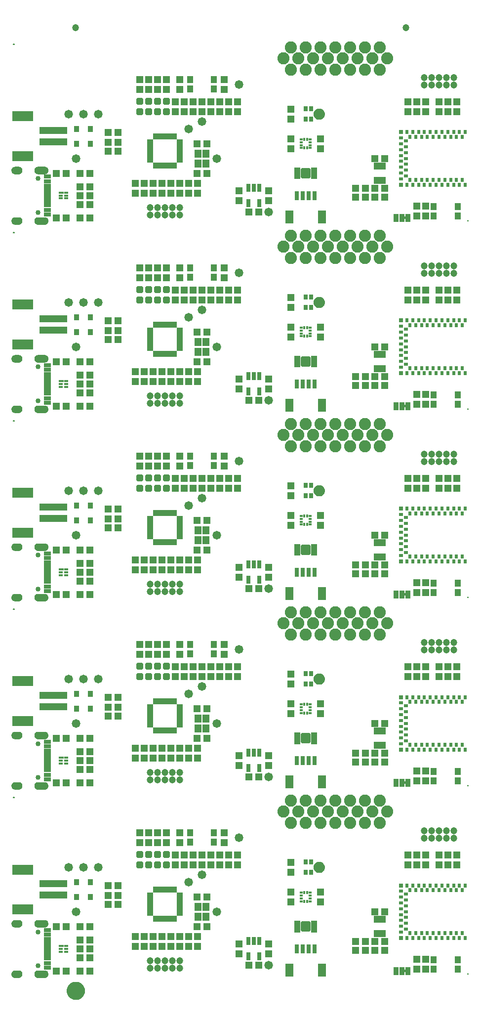
<source format=gts>
G75*
%MOIN*%
%OFA0B0*%
%FSLAX25Y25*%
%IPPOS*%
%LPD*%
%AMOC8*
5,1,8,0,0,1.08239X$1,22.5*
%
%ADD10R,0.04737X0.05131*%
%ADD11R,0.05131X0.04737*%
%ADD12R,0.03280X0.04068*%
%ADD13R,0.03202X0.01784*%
%ADD14R,0.03005X0.01784*%
%ADD15C,0.01990*%
%ADD16R,0.02855X0.03654*%
%ADD17C,0.03950*%
%ADD18C,0.02362*%
%ADD19R,0.01587X0.02769*%
%ADD20R,0.02769X0.01587*%
%ADD21R,0.04146X0.01981*%
%ADD22C,0.01894*%
%ADD23R,0.18910X0.04737*%
%ADD24R,0.14186X0.07099*%
%ADD25R,0.04800X0.01981*%
%ADD26R,0.04800X0.03162*%
%ADD27R,0.04800X0.02965*%
%ADD28C,0.03359*%
%ADD29C,0.00039*%
%ADD30C,0.04737*%
%ADD31C,0.08200*%
%ADD32R,0.05524X0.08674*%
%ADD33R,0.03162X0.06115*%
%ADD34R,0.03300X0.05800*%
%ADD35C,0.00500*%
%ADD36R,0.04343X0.04737*%
%ADD37C,0.05800*%
%ADD38R,0.03950X0.01920*%
%ADD39R,0.01920X0.03950*%
%ADD40R,0.05131X0.05524*%
%ADD41R,0.02375X0.03162*%
%ADD42R,0.03162X0.03162*%
%ADD43R,0.03162X0.02375*%
%ADD44R,0.02965X0.05524*%
%ADD45R,0.01784X0.01883*%
%ADD46R,0.01883X0.01784*%
%ADD47R,0.07887X0.04737*%
%ADD48C,0.00600*%
%ADD49C,0.05000*%
%ADD50C,0.06706*%
D10*
X0131435Y0050161D03*
X0137435Y0050161D03*
X0143435Y0050161D03*
X0143435Y0056854D03*
X0137435Y0056854D03*
X0131435Y0056854D03*
X0149435Y0056854D03*
X0155435Y0056854D03*
X0161435Y0056854D03*
X0167435Y0056854D03*
X0167435Y0050161D03*
X0161435Y0050161D03*
X0155435Y0050161D03*
X0149435Y0050161D03*
X0173435Y0050161D03*
X0173435Y0056854D03*
X0201435Y0051854D03*
X0201435Y0045161D03*
X0221435Y0045161D03*
X0221435Y0051854D03*
X0236435Y0080161D03*
X0236435Y0086854D03*
X0236435Y0100161D03*
X0236435Y0106854D03*
X0256435Y0086854D03*
X0256435Y0080161D03*
X0200435Y0105161D03*
X0194435Y0105161D03*
X0188435Y0105161D03*
X0182435Y0105161D03*
X0182435Y0111854D03*
X0188435Y0111854D03*
X0194435Y0111854D03*
X0200435Y0111854D03*
X0191435Y0120161D03*
X0191435Y0126854D03*
X0176435Y0111854D03*
X0170435Y0111854D03*
X0164435Y0111854D03*
X0158435Y0111854D03*
X0158435Y0105161D03*
X0164435Y0105161D03*
X0170435Y0105161D03*
X0176435Y0105161D03*
X0161435Y0120161D03*
X0161435Y0126854D03*
X0152435Y0126854D03*
X0146435Y0126854D03*
X0140435Y0126854D03*
X0134435Y0126854D03*
X0134435Y0120161D03*
X0140435Y0120161D03*
X0146435Y0120161D03*
X0152435Y0120161D03*
X0149435Y0177169D03*
X0155435Y0177169D03*
X0161435Y0177169D03*
X0167435Y0177169D03*
X0167435Y0183862D03*
X0161435Y0183862D03*
X0155435Y0183862D03*
X0149435Y0183862D03*
X0143435Y0183862D03*
X0137435Y0183862D03*
X0131435Y0183862D03*
X0131435Y0177169D03*
X0137435Y0177169D03*
X0143435Y0177169D03*
X0173435Y0177169D03*
X0173435Y0183862D03*
X0201435Y0178862D03*
X0201435Y0172169D03*
X0221435Y0172169D03*
X0221435Y0178862D03*
X0236435Y0207169D03*
X0236435Y0213862D03*
X0236435Y0227169D03*
X0236435Y0233862D03*
X0256435Y0213862D03*
X0256435Y0207169D03*
X0200435Y0232169D03*
X0194435Y0232169D03*
X0188435Y0232169D03*
X0182435Y0232169D03*
X0182435Y0238862D03*
X0188435Y0238862D03*
X0194435Y0238862D03*
X0200435Y0238862D03*
X0191435Y0247169D03*
X0191435Y0253862D03*
X0176435Y0238862D03*
X0170435Y0238862D03*
X0164435Y0238862D03*
X0158435Y0238862D03*
X0158435Y0232169D03*
X0164435Y0232169D03*
X0170435Y0232169D03*
X0176435Y0232169D03*
X0161435Y0247169D03*
X0161435Y0253862D03*
X0152435Y0253862D03*
X0146435Y0253862D03*
X0140435Y0253862D03*
X0134435Y0253862D03*
X0134435Y0247169D03*
X0140435Y0247169D03*
X0146435Y0247169D03*
X0152435Y0247169D03*
X0149435Y0304177D03*
X0155435Y0304177D03*
X0161435Y0304177D03*
X0167435Y0304177D03*
X0167435Y0310870D03*
X0161435Y0310870D03*
X0155435Y0310870D03*
X0149435Y0310870D03*
X0143435Y0310870D03*
X0137435Y0310870D03*
X0131435Y0310870D03*
X0131435Y0304177D03*
X0137435Y0304177D03*
X0143435Y0304177D03*
X0173435Y0304177D03*
X0173435Y0310870D03*
X0201435Y0305870D03*
X0201435Y0299177D03*
X0221435Y0299177D03*
X0221435Y0305870D03*
X0236435Y0334177D03*
X0236435Y0340870D03*
X0236435Y0354177D03*
X0236435Y0360870D03*
X0256435Y0340870D03*
X0256435Y0334177D03*
X0200435Y0359177D03*
X0194435Y0359177D03*
X0188435Y0359177D03*
X0182435Y0359177D03*
X0182435Y0365870D03*
X0188435Y0365870D03*
X0194435Y0365870D03*
X0200435Y0365870D03*
X0191435Y0374177D03*
X0191435Y0380870D03*
X0176435Y0365870D03*
X0170435Y0365870D03*
X0164435Y0365870D03*
X0158435Y0365870D03*
X0158435Y0359177D03*
X0164435Y0359177D03*
X0170435Y0359177D03*
X0176435Y0359177D03*
X0161435Y0374177D03*
X0161435Y0380870D03*
X0152435Y0380870D03*
X0146435Y0380870D03*
X0140435Y0380870D03*
X0134435Y0380870D03*
X0134435Y0374177D03*
X0140435Y0374177D03*
X0146435Y0374177D03*
X0152435Y0374177D03*
X0149435Y0431185D03*
X0155435Y0431185D03*
X0161435Y0431185D03*
X0167435Y0431185D03*
X0167435Y0437878D03*
X0161435Y0437878D03*
X0155435Y0437878D03*
X0149435Y0437878D03*
X0143435Y0437878D03*
X0137435Y0437878D03*
X0131435Y0437878D03*
X0131435Y0431185D03*
X0137435Y0431185D03*
X0143435Y0431185D03*
X0173435Y0431185D03*
X0173435Y0437878D03*
X0201435Y0432878D03*
X0201435Y0426185D03*
X0221435Y0426185D03*
X0221435Y0432878D03*
X0236435Y0461185D03*
X0236435Y0467878D03*
X0236435Y0481185D03*
X0236435Y0487878D03*
X0256435Y0467878D03*
X0256435Y0461185D03*
X0200435Y0486185D03*
X0194435Y0486185D03*
X0188435Y0486185D03*
X0182435Y0486185D03*
X0182435Y0492878D03*
X0188435Y0492878D03*
X0194435Y0492878D03*
X0200435Y0492878D03*
X0191435Y0501185D03*
X0191435Y0507878D03*
X0176435Y0492878D03*
X0170435Y0492878D03*
X0164435Y0492878D03*
X0158435Y0492878D03*
X0158435Y0486185D03*
X0164435Y0486185D03*
X0170435Y0486185D03*
X0176435Y0486185D03*
X0161435Y0501185D03*
X0161435Y0507878D03*
X0152435Y0507878D03*
X0146435Y0507878D03*
X0140435Y0507878D03*
X0134435Y0507878D03*
X0134435Y0501185D03*
X0140435Y0501185D03*
X0146435Y0501185D03*
X0152435Y0501185D03*
X0149435Y0558193D03*
X0155435Y0558193D03*
X0161435Y0558193D03*
X0167435Y0558193D03*
X0167435Y0564886D03*
X0161435Y0564886D03*
X0155435Y0564886D03*
X0149435Y0564886D03*
X0143435Y0564886D03*
X0137435Y0564886D03*
X0131435Y0564886D03*
X0131435Y0558193D03*
X0137435Y0558193D03*
X0143435Y0558193D03*
X0173435Y0558193D03*
X0173435Y0564886D03*
X0201435Y0559886D03*
X0201435Y0553193D03*
X0221435Y0553193D03*
X0221435Y0559886D03*
X0236435Y0588193D03*
X0236435Y0594886D03*
X0236435Y0608193D03*
X0236435Y0614886D03*
X0256435Y0594886D03*
X0256435Y0588193D03*
X0200435Y0613193D03*
X0194435Y0613193D03*
X0188435Y0613193D03*
X0182435Y0613193D03*
X0182435Y0619886D03*
X0188435Y0619886D03*
X0194435Y0619886D03*
X0200435Y0619886D03*
X0191435Y0628193D03*
X0191435Y0634886D03*
X0176435Y0619886D03*
X0170435Y0619886D03*
X0164435Y0619886D03*
X0158435Y0619886D03*
X0158435Y0613193D03*
X0164435Y0613193D03*
X0170435Y0613193D03*
X0176435Y0613193D03*
X0161435Y0628193D03*
X0161435Y0634886D03*
X0152435Y0634886D03*
X0146435Y0634886D03*
X0140435Y0634886D03*
X0134435Y0634886D03*
X0134435Y0628193D03*
X0140435Y0628193D03*
X0146435Y0628193D03*
X0152435Y0628193D03*
X0315435Y0619886D03*
X0315435Y0613193D03*
X0321435Y0613193D03*
X0327435Y0613193D03*
X0327435Y0619886D03*
X0321435Y0619886D03*
X0336435Y0619886D03*
X0342435Y0619886D03*
X0348435Y0619886D03*
X0348435Y0613193D03*
X0342435Y0613193D03*
X0336435Y0613193D03*
X0327435Y0549386D03*
X0321435Y0549386D03*
X0321435Y0542693D03*
X0327435Y0542693D03*
X0327435Y0492878D03*
X0321435Y0492878D03*
X0321435Y0486185D03*
X0327435Y0486185D03*
X0336435Y0486185D03*
X0342435Y0486185D03*
X0348435Y0486185D03*
X0348435Y0492878D03*
X0342435Y0492878D03*
X0336435Y0492878D03*
X0315435Y0492878D03*
X0315435Y0486185D03*
X0321435Y0422378D03*
X0327435Y0422378D03*
X0327435Y0415685D03*
X0321435Y0415685D03*
X0321435Y0365870D03*
X0327435Y0365870D03*
X0327435Y0359177D03*
X0321435Y0359177D03*
X0315435Y0359177D03*
X0315435Y0365870D03*
X0336435Y0365870D03*
X0342435Y0365870D03*
X0348435Y0365870D03*
X0348435Y0359177D03*
X0342435Y0359177D03*
X0336435Y0359177D03*
X0327435Y0295370D03*
X0321435Y0295370D03*
X0321435Y0288677D03*
X0327435Y0288677D03*
X0327435Y0238862D03*
X0321435Y0238862D03*
X0321435Y0232169D03*
X0327435Y0232169D03*
X0336435Y0232169D03*
X0342435Y0232169D03*
X0348435Y0232169D03*
X0348435Y0238862D03*
X0342435Y0238862D03*
X0336435Y0238862D03*
X0315435Y0238862D03*
X0315435Y0232169D03*
X0321435Y0168362D03*
X0327435Y0168362D03*
X0327435Y0161669D03*
X0321435Y0161669D03*
X0321435Y0111854D03*
X0327435Y0111854D03*
X0327435Y0105161D03*
X0321435Y0105161D03*
X0315435Y0105161D03*
X0315435Y0111854D03*
X0336435Y0111854D03*
X0342435Y0111854D03*
X0348435Y0111854D03*
X0348435Y0105161D03*
X0342435Y0105161D03*
X0336435Y0105161D03*
X0327435Y0041354D03*
X0321435Y0041354D03*
X0321435Y0034661D03*
X0327435Y0034661D03*
D11*
X0299781Y0047508D03*
X0299781Y0053508D03*
X0293089Y0053508D03*
X0293089Y0047508D03*
X0286781Y0047508D03*
X0286781Y0053508D03*
X0280089Y0053508D03*
X0280089Y0047508D03*
X0293089Y0073508D03*
X0299781Y0073508D03*
X0299781Y0174516D03*
X0299781Y0180516D03*
X0293089Y0180516D03*
X0293089Y0174516D03*
X0286781Y0174516D03*
X0286781Y0180516D03*
X0280089Y0180516D03*
X0280089Y0174516D03*
X0293089Y0200516D03*
X0299781Y0200516D03*
X0299781Y0301524D03*
X0299781Y0307524D03*
X0293089Y0307524D03*
X0293089Y0301524D03*
X0286781Y0301524D03*
X0286781Y0307524D03*
X0280089Y0307524D03*
X0280089Y0301524D03*
X0293089Y0327524D03*
X0299781Y0327524D03*
X0299781Y0428531D03*
X0299781Y0434531D03*
X0293089Y0434531D03*
X0293089Y0428531D03*
X0286781Y0428531D03*
X0286781Y0434531D03*
X0280089Y0434531D03*
X0280089Y0428531D03*
X0293089Y0454531D03*
X0299781Y0454531D03*
X0299781Y0555539D03*
X0299781Y0561539D03*
X0293089Y0561539D03*
X0293089Y0555539D03*
X0286781Y0555539D03*
X0286781Y0561539D03*
X0280089Y0561539D03*
X0280089Y0555539D03*
X0293089Y0581539D03*
X0299781Y0581539D03*
X0214781Y0545539D03*
X0208089Y0545539D03*
X0179781Y0571539D03*
X0173089Y0571539D03*
X0173089Y0591539D03*
X0179781Y0591539D03*
X0119781Y0592539D03*
X0119781Y0586539D03*
X0113089Y0586539D03*
X0113089Y0592539D03*
X0113089Y0599039D03*
X0119781Y0599039D03*
X0100781Y0571539D03*
X0100781Y0562539D03*
X0100781Y0556539D03*
X0100781Y0550539D03*
X0100781Y0541539D03*
X0094089Y0541539D03*
X0094089Y0550539D03*
X0094089Y0556539D03*
X0094089Y0562539D03*
X0094089Y0571539D03*
X0084781Y0571539D03*
X0078089Y0571539D03*
X0078089Y0541539D03*
X0084781Y0541539D03*
X0113089Y0472031D03*
X0113089Y0465531D03*
X0113089Y0459531D03*
X0119781Y0459531D03*
X0119781Y0465531D03*
X0119781Y0472031D03*
X0100781Y0444531D03*
X0100781Y0435531D03*
X0100781Y0429531D03*
X0100781Y0423531D03*
X0100781Y0414531D03*
X0094089Y0414531D03*
X0094089Y0423531D03*
X0094089Y0429531D03*
X0094089Y0435531D03*
X0094089Y0444531D03*
X0084781Y0444531D03*
X0078089Y0444531D03*
X0078089Y0414531D03*
X0084781Y0414531D03*
X0113089Y0345024D03*
X0113089Y0338524D03*
X0113089Y0332524D03*
X0119781Y0332524D03*
X0119781Y0338524D03*
X0119781Y0345024D03*
X0100781Y0317524D03*
X0094089Y0317524D03*
X0094089Y0308524D03*
X0094089Y0302524D03*
X0094089Y0296524D03*
X0094089Y0287524D03*
X0100781Y0287524D03*
X0100781Y0296524D03*
X0100781Y0302524D03*
X0100781Y0308524D03*
X0084781Y0317524D03*
X0078089Y0317524D03*
X0078089Y0287524D03*
X0084781Y0287524D03*
X0113089Y0218016D03*
X0113089Y0211516D03*
X0113089Y0205516D03*
X0119781Y0205516D03*
X0119781Y0211516D03*
X0119781Y0218016D03*
X0100781Y0190516D03*
X0100781Y0181516D03*
X0100781Y0175516D03*
X0100781Y0169516D03*
X0100781Y0160516D03*
X0094089Y0160516D03*
X0094089Y0169516D03*
X0094089Y0175516D03*
X0094089Y0181516D03*
X0094089Y0190516D03*
X0084781Y0190516D03*
X0078089Y0190516D03*
X0078089Y0160516D03*
X0084781Y0160516D03*
X0113089Y0091008D03*
X0113089Y0084508D03*
X0113089Y0078508D03*
X0119781Y0078508D03*
X0119781Y0084508D03*
X0119781Y0091008D03*
X0100781Y0063508D03*
X0094089Y0063508D03*
X0094089Y0054508D03*
X0094089Y0048508D03*
X0094089Y0042508D03*
X0100781Y0042508D03*
X0100781Y0048508D03*
X0100781Y0054508D03*
X0100781Y0033508D03*
X0094089Y0033508D03*
X0084781Y0033508D03*
X0078089Y0033508D03*
X0078089Y0063508D03*
X0084781Y0063508D03*
X0173089Y0063508D03*
X0179781Y0063508D03*
X0179781Y0083508D03*
X0173089Y0083508D03*
X0208089Y0037508D03*
X0214781Y0037508D03*
X0214781Y0164516D03*
X0208089Y0164516D03*
X0179781Y0190516D03*
X0173089Y0190516D03*
X0173089Y0210516D03*
X0179781Y0210516D03*
X0208089Y0291524D03*
X0214781Y0291524D03*
X0179781Y0317524D03*
X0173089Y0317524D03*
X0173089Y0337524D03*
X0179781Y0337524D03*
X0208089Y0418531D03*
X0214781Y0418531D03*
X0179781Y0444531D03*
X0173089Y0444531D03*
X0173089Y0464531D03*
X0179781Y0464531D03*
D12*
X0100963Y0464531D03*
X0100963Y0474531D03*
X0091907Y0474531D03*
X0091907Y0464531D03*
X0091907Y0347524D03*
X0100963Y0347524D03*
X0100963Y0337524D03*
X0091907Y0337524D03*
X0091907Y0220516D03*
X0091907Y0210516D03*
X0100963Y0210516D03*
X0100963Y0220516D03*
X0100963Y0093508D03*
X0100963Y0083508D03*
X0091907Y0083508D03*
X0091907Y0093508D03*
X0091907Y0591539D03*
X0100963Y0591539D03*
X0100963Y0601539D03*
X0091907Y0601539D03*
D13*
X0081341Y0558508D03*
X0081341Y0431500D03*
X0081341Y0304492D03*
X0081341Y0177484D03*
X0081341Y0050476D03*
D14*
X0081242Y0048508D03*
X0081242Y0046539D03*
X0084628Y0046539D03*
X0084628Y0048508D03*
X0084628Y0050476D03*
X0084628Y0173547D03*
X0084628Y0175516D03*
X0084628Y0177484D03*
X0081242Y0175516D03*
X0081242Y0173547D03*
X0081242Y0300555D03*
X0081242Y0302524D03*
X0084628Y0302524D03*
X0084628Y0304492D03*
X0084628Y0300555D03*
X0084628Y0427563D03*
X0084628Y0429531D03*
X0084628Y0431500D03*
X0081242Y0429531D03*
X0081242Y0427563D03*
X0081242Y0554571D03*
X0081242Y0556539D03*
X0084628Y0556539D03*
X0084628Y0554571D03*
X0084628Y0558508D03*
D15*
X0133062Y0614460D02*
X0135808Y0614460D01*
X0135808Y0611714D01*
X0133062Y0611714D01*
X0133062Y0614460D01*
X0133062Y0613604D02*
X0135808Y0613604D01*
X0139062Y0614460D02*
X0141808Y0614460D01*
X0141808Y0611714D01*
X0139062Y0611714D01*
X0139062Y0614460D01*
X0139062Y0613604D02*
X0141808Y0613604D01*
X0145062Y0614460D02*
X0147808Y0614460D01*
X0147808Y0611714D01*
X0145062Y0611714D01*
X0145062Y0614460D01*
X0145062Y0613604D02*
X0147808Y0613604D01*
X0151062Y0614460D02*
X0153808Y0614460D01*
X0153808Y0611714D01*
X0151062Y0611714D01*
X0151062Y0614460D01*
X0151062Y0613604D02*
X0153808Y0613604D01*
X0153808Y0621365D02*
X0151062Y0621365D01*
X0153808Y0621365D02*
X0153808Y0618619D01*
X0151062Y0618619D01*
X0151062Y0621365D01*
X0151062Y0620509D02*
X0153808Y0620509D01*
X0147808Y0621365D02*
X0145062Y0621365D01*
X0147808Y0621365D02*
X0147808Y0618619D01*
X0145062Y0618619D01*
X0145062Y0621365D01*
X0145062Y0620509D02*
X0147808Y0620509D01*
X0141808Y0621365D02*
X0139062Y0621365D01*
X0141808Y0621365D02*
X0141808Y0618619D01*
X0139062Y0618619D01*
X0139062Y0621365D01*
X0139062Y0620509D02*
X0141808Y0620509D01*
X0135808Y0621365D02*
X0133062Y0621365D01*
X0135808Y0621365D02*
X0135808Y0618619D01*
X0133062Y0618619D01*
X0133062Y0621365D01*
X0133062Y0620509D02*
X0135808Y0620509D01*
X0135808Y0494357D02*
X0133062Y0494357D01*
X0135808Y0494357D02*
X0135808Y0491611D01*
X0133062Y0491611D01*
X0133062Y0494357D01*
X0133062Y0493501D02*
X0135808Y0493501D01*
X0139062Y0494357D02*
X0141808Y0494357D01*
X0141808Y0491611D01*
X0139062Y0491611D01*
X0139062Y0494357D01*
X0139062Y0493501D02*
X0141808Y0493501D01*
X0145062Y0494357D02*
X0147808Y0494357D01*
X0147808Y0491611D01*
X0145062Y0491611D01*
X0145062Y0494357D01*
X0145062Y0493501D02*
X0147808Y0493501D01*
X0151062Y0494357D02*
X0153808Y0494357D01*
X0153808Y0491611D01*
X0151062Y0491611D01*
X0151062Y0494357D01*
X0151062Y0493501D02*
X0153808Y0493501D01*
X0153808Y0487452D02*
X0151062Y0487452D01*
X0153808Y0487452D02*
X0153808Y0484706D01*
X0151062Y0484706D01*
X0151062Y0487452D01*
X0151062Y0486596D02*
X0153808Y0486596D01*
X0147808Y0487452D02*
X0145062Y0487452D01*
X0147808Y0487452D02*
X0147808Y0484706D01*
X0145062Y0484706D01*
X0145062Y0487452D01*
X0145062Y0486596D02*
X0147808Y0486596D01*
X0141808Y0487452D02*
X0139062Y0487452D01*
X0141808Y0487452D02*
X0141808Y0484706D01*
X0139062Y0484706D01*
X0139062Y0487452D01*
X0139062Y0486596D02*
X0141808Y0486596D01*
X0135808Y0487452D02*
X0133062Y0487452D01*
X0135808Y0487452D02*
X0135808Y0484706D01*
X0133062Y0484706D01*
X0133062Y0487452D01*
X0133062Y0486596D02*
X0135808Y0486596D01*
X0135808Y0367349D02*
X0133062Y0367349D01*
X0135808Y0367349D02*
X0135808Y0364603D01*
X0133062Y0364603D01*
X0133062Y0367349D01*
X0133062Y0366493D02*
X0135808Y0366493D01*
X0139062Y0367349D02*
X0141808Y0367349D01*
X0141808Y0364603D01*
X0139062Y0364603D01*
X0139062Y0367349D01*
X0139062Y0366493D02*
X0141808Y0366493D01*
X0145062Y0367349D02*
X0147808Y0367349D01*
X0147808Y0364603D01*
X0145062Y0364603D01*
X0145062Y0367349D01*
X0145062Y0366493D02*
X0147808Y0366493D01*
X0151062Y0367349D02*
X0153808Y0367349D01*
X0153808Y0364603D01*
X0151062Y0364603D01*
X0151062Y0367349D01*
X0151062Y0366493D02*
X0153808Y0366493D01*
X0153808Y0360444D02*
X0151062Y0360444D01*
X0153808Y0360444D02*
X0153808Y0357698D01*
X0151062Y0357698D01*
X0151062Y0360444D01*
X0151062Y0359588D02*
X0153808Y0359588D01*
X0147808Y0360444D02*
X0145062Y0360444D01*
X0147808Y0360444D02*
X0147808Y0357698D01*
X0145062Y0357698D01*
X0145062Y0360444D01*
X0145062Y0359588D02*
X0147808Y0359588D01*
X0141808Y0360444D02*
X0139062Y0360444D01*
X0141808Y0360444D02*
X0141808Y0357698D01*
X0139062Y0357698D01*
X0139062Y0360444D01*
X0139062Y0359588D02*
X0141808Y0359588D01*
X0135808Y0360444D02*
X0133062Y0360444D01*
X0135808Y0360444D02*
X0135808Y0357698D01*
X0133062Y0357698D01*
X0133062Y0360444D01*
X0133062Y0359588D02*
X0135808Y0359588D01*
X0135808Y0240342D02*
X0133062Y0240342D01*
X0135808Y0240342D02*
X0135808Y0237596D01*
X0133062Y0237596D01*
X0133062Y0240342D01*
X0133062Y0239486D02*
X0135808Y0239486D01*
X0139062Y0240342D02*
X0141808Y0240342D01*
X0141808Y0237596D01*
X0139062Y0237596D01*
X0139062Y0240342D01*
X0139062Y0239486D02*
X0141808Y0239486D01*
X0145062Y0240342D02*
X0147808Y0240342D01*
X0147808Y0237596D01*
X0145062Y0237596D01*
X0145062Y0240342D01*
X0145062Y0239486D02*
X0147808Y0239486D01*
X0151062Y0240342D02*
X0153808Y0240342D01*
X0153808Y0237596D01*
X0151062Y0237596D01*
X0151062Y0240342D01*
X0151062Y0239486D02*
X0153808Y0239486D01*
X0153808Y0233436D02*
X0151062Y0233436D01*
X0153808Y0233436D02*
X0153808Y0230690D01*
X0151062Y0230690D01*
X0151062Y0233436D01*
X0151062Y0232580D02*
X0153808Y0232580D01*
X0147808Y0233436D02*
X0145062Y0233436D01*
X0147808Y0233436D02*
X0147808Y0230690D01*
X0145062Y0230690D01*
X0145062Y0233436D01*
X0145062Y0232580D02*
X0147808Y0232580D01*
X0141808Y0233436D02*
X0139062Y0233436D01*
X0141808Y0233436D02*
X0141808Y0230690D01*
X0139062Y0230690D01*
X0139062Y0233436D01*
X0139062Y0232580D02*
X0141808Y0232580D01*
X0135808Y0233436D02*
X0133062Y0233436D01*
X0135808Y0233436D02*
X0135808Y0230690D01*
X0133062Y0230690D01*
X0133062Y0233436D01*
X0133062Y0232580D02*
X0135808Y0232580D01*
X0135808Y0113334D02*
X0133062Y0113334D01*
X0135808Y0113334D02*
X0135808Y0110588D01*
X0133062Y0110588D01*
X0133062Y0113334D01*
X0133062Y0112478D02*
X0135808Y0112478D01*
X0139062Y0113334D02*
X0141808Y0113334D01*
X0141808Y0110588D01*
X0139062Y0110588D01*
X0139062Y0113334D01*
X0139062Y0112478D02*
X0141808Y0112478D01*
X0145062Y0113334D02*
X0147808Y0113334D01*
X0147808Y0110588D01*
X0145062Y0110588D01*
X0145062Y0113334D01*
X0145062Y0112478D02*
X0147808Y0112478D01*
X0151062Y0113334D02*
X0153808Y0113334D01*
X0153808Y0110588D01*
X0151062Y0110588D01*
X0151062Y0113334D01*
X0151062Y0112478D02*
X0153808Y0112478D01*
X0153808Y0106428D02*
X0151062Y0106428D01*
X0153808Y0106428D02*
X0153808Y0103682D01*
X0151062Y0103682D01*
X0151062Y0106428D01*
X0151062Y0105572D02*
X0153808Y0105572D01*
X0147808Y0106428D02*
X0145062Y0106428D01*
X0147808Y0106428D02*
X0147808Y0103682D01*
X0145062Y0103682D01*
X0145062Y0106428D01*
X0145062Y0105572D02*
X0147808Y0105572D01*
X0141808Y0106428D02*
X0139062Y0106428D01*
X0141808Y0106428D02*
X0141808Y0103682D01*
X0139062Y0103682D01*
X0139062Y0106428D01*
X0139062Y0105572D02*
X0141808Y0105572D01*
X0135808Y0106428D02*
X0133062Y0106428D01*
X0135808Y0106428D02*
X0135808Y0103682D01*
X0133062Y0103682D01*
X0133062Y0106428D01*
X0133062Y0105572D02*
X0135808Y0105572D01*
D16*
X0246317Y0107051D03*
X0250254Y0107051D03*
X0250254Y0099965D03*
X0246317Y0099965D03*
X0246317Y0226972D03*
X0250254Y0226972D03*
X0250254Y0234059D03*
X0246317Y0234059D03*
X0246317Y0353980D03*
X0250254Y0353980D03*
X0250254Y0361067D03*
X0246317Y0361067D03*
X0246317Y0480988D03*
X0250254Y0480988D03*
X0250254Y0488075D03*
X0246317Y0488075D03*
X0246317Y0607996D03*
X0250254Y0607996D03*
X0250254Y0615083D03*
X0246317Y0615083D03*
D17*
X0255372Y0611539D03*
X0255372Y0484531D03*
X0255372Y0357524D03*
X0255372Y0230516D03*
X0255372Y0103508D03*
D18*
X0252764Y0103508D02*
X0252766Y0103610D01*
X0252772Y0103711D01*
X0252782Y0103813D01*
X0252796Y0103913D01*
X0252813Y0104014D01*
X0252835Y0104113D01*
X0252861Y0104212D01*
X0252890Y0104309D01*
X0252923Y0104405D01*
X0252960Y0104500D01*
X0253001Y0104594D01*
X0253045Y0104685D01*
X0253093Y0104775D01*
X0253144Y0104863D01*
X0253198Y0104949D01*
X0253256Y0105033D01*
X0253317Y0105114D01*
X0253381Y0105193D01*
X0253449Y0105269D01*
X0253519Y0105343D01*
X0253592Y0105414D01*
X0253668Y0105482D01*
X0253746Y0105547D01*
X0253827Y0105609D01*
X0253910Y0105668D01*
X0253995Y0105723D01*
X0254083Y0105775D01*
X0254172Y0105824D01*
X0254263Y0105869D01*
X0254356Y0105910D01*
X0254451Y0105948D01*
X0254547Y0105982D01*
X0254644Y0106012D01*
X0254742Y0106039D01*
X0254841Y0106061D01*
X0254941Y0106080D01*
X0255042Y0106095D01*
X0255143Y0106106D01*
X0255245Y0106113D01*
X0255347Y0106116D01*
X0255448Y0106115D01*
X0255550Y0106110D01*
X0255651Y0106101D01*
X0255752Y0106088D01*
X0255853Y0106071D01*
X0255952Y0106051D01*
X0256051Y0106026D01*
X0256149Y0105998D01*
X0256245Y0105965D01*
X0256341Y0105929D01*
X0256434Y0105890D01*
X0256526Y0105847D01*
X0256617Y0105800D01*
X0256705Y0105749D01*
X0256792Y0105696D01*
X0256876Y0105639D01*
X0256958Y0105578D01*
X0257038Y0105515D01*
X0257115Y0105448D01*
X0257189Y0105379D01*
X0257261Y0105307D01*
X0257329Y0105232D01*
X0257395Y0105154D01*
X0257458Y0105074D01*
X0257517Y0104991D01*
X0257573Y0104906D01*
X0257626Y0104819D01*
X0257676Y0104730D01*
X0257722Y0104640D01*
X0257764Y0104547D01*
X0257803Y0104453D01*
X0257838Y0104357D01*
X0257869Y0104260D01*
X0257897Y0104162D01*
X0257920Y0104064D01*
X0257940Y0103964D01*
X0257956Y0103863D01*
X0257968Y0103762D01*
X0257976Y0103661D01*
X0257980Y0103559D01*
X0257980Y0103457D01*
X0257976Y0103355D01*
X0257968Y0103254D01*
X0257956Y0103153D01*
X0257940Y0103052D01*
X0257920Y0102952D01*
X0257897Y0102854D01*
X0257869Y0102756D01*
X0257838Y0102659D01*
X0257803Y0102563D01*
X0257764Y0102469D01*
X0257722Y0102376D01*
X0257676Y0102286D01*
X0257626Y0102197D01*
X0257573Y0102110D01*
X0257517Y0102025D01*
X0257458Y0101942D01*
X0257395Y0101862D01*
X0257329Y0101784D01*
X0257261Y0101709D01*
X0257189Y0101637D01*
X0257115Y0101568D01*
X0257038Y0101501D01*
X0256958Y0101438D01*
X0256876Y0101377D01*
X0256792Y0101320D01*
X0256705Y0101267D01*
X0256617Y0101216D01*
X0256526Y0101169D01*
X0256434Y0101126D01*
X0256341Y0101087D01*
X0256245Y0101051D01*
X0256149Y0101018D01*
X0256051Y0100990D01*
X0255952Y0100965D01*
X0255853Y0100945D01*
X0255752Y0100928D01*
X0255651Y0100915D01*
X0255550Y0100906D01*
X0255448Y0100901D01*
X0255347Y0100900D01*
X0255245Y0100903D01*
X0255143Y0100910D01*
X0255042Y0100921D01*
X0254941Y0100936D01*
X0254841Y0100955D01*
X0254742Y0100977D01*
X0254644Y0101004D01*
X0254547Y0101034D01*
X0254451Y0101068D01*
X0254356Y0101106D01*
X0254263Y0101147D01*
X0254172Y0101192D01*
X0254083Y0101241D01*
X0253995Y0101293D01*
X0253910Y0101348D01*
X0253827Y0101407D01*
X0253746Y0101469D01*
X0253668Y0101534D01*
X0253592Y0101602D01*
X0253519Y0101673D01*
X0253449Y0101747D01*
X0253381Y0101823D01*
X0253317Y0101902D01*
X0253256Y0101983D01*
X0253198Y0102067D01*
X0253144Y0102153D01*
X0253093Y0102241D01*
X0253045Y0102331D01*
X0253001Y0102422D01*
X0252960Y0102516D01*
X0252923Y0102611D01*
X0252890Y0102707D01*
X0252861Y0102804D01*
X0252835Y0102903D01*
X0252813Y0103002D01*
X0252796Y0103103D01*
X0252782Y0103203D01*
X0252772Y0103305D01*
X0252766Y0103406D01*
X0252764Y0103508D01*
X0252764Y0230516D02*
X0252766Y0230618D01*
X0252772Y0230719D01*
X0252782Y0230821D01*
X0252796Y0230921D01*
X0252813Y0231022D01*
X0252835Y0231121D01*
X0252861Y0231220D01*
X0252890Y0231317D01*
X0252923Y0231413D01*
X0252960Y0231508D01*
X0253001Y0231602D01*
X0253045Y0231693D01*
X0253093Y0231783D01*
X0253144Y0231871D01*
X0253198Y0231957D01*
X0253256Y0232041D01*
X0253317Y0232122D01*
X0253381Y0232201D01*
X0253449Y0232277D01*
X0253519Y0232351D01*
X0253592Y0232422D01*
X0253668Y0232490D01*
X0253746Y0232555D01*
X0253827Y0232617D01*
X0253910Y0232676D01*
X0253995Y0232731D01*
X0254083Y0232783D01*
X0254172Y0232832D01*
X0254263Y0232877D01*
X0254356Y0232918D01*
X0254451Y0232956D01*
X0254547Y0232990D01*
X0254644Y0233020D01*
X0254742Y0233047D01*
X0254841Y0233069D01*
X0254941Y0233088D01*
X0255042Y0233103D01*
X0255143Y0233114D01*
X0255245Y0233121D01*
X0255347Y0233124D01*
X0255448Y0233123D01*
X0255550Y0233118D01*
X0255651Y0233109D01*
X0255752Y0233096D01*
X0255853Y0233079D01*
X0255952Y0233059D01*
X0256051Y0233034D01*
X0256149Y0233006D01*
X0256245Y0232973D01*
X0256341Y0232937D01*
X0256434Y0232898D01*
X0256526Y0232855D01*
X0256617Y0232808D01*
X0256705Y0232757D01*
X0256792Y0232704D01*
X0256876Y0232647D01*
X0256958Y0232586D01*
X0257038Y0232523D01*
X0257115Y0232456D01*
X0257189Y0232387D01*
X0257261Y0232315D01*
X0257329Y0232240D01*
X0257395Y0232162D01*
X0257458Y0232082D01*
X0257517Y0231999D01*
X0257573Y0231914D01*
X0257626Y0231827D01*
X0257676Y0231738D01*
X0257722Y0231648D01*
X0257764Y0231555D01*
X0257803Y0231461D01*
X0257838Y0231365D01*
X0257869Y0231268D01*
X0257897Y0231170D01*
X0257920Y0231072D01*
X0257940Y0230972D01*
X0257956Y0230871D01*
X0257968Y0230770D01*
X0257976Y0230669D01*
X0257980Y0230567D01*
X0257980Y0230465D01*
X0257976Y0230363D01*
X0257968Y0230262D01*
X0257956Y0230161D01*
X0257940Y0230060D01*
X0257920Y0229960D01*
X0257897Y0229862D01*
X0257869Y0229764D01*
X0257838Y0229667D01*
X0257803Y0229571D01*
X0257764Y0229477D01*
X0257722Y0229384D01*
X0257676Y0229294D01*
X0257626Y0229205D01*
X0257573Y0229118D01*
X0257517Y0229033D01*
X0257458Y0228950D01*
X0257395Y0228870D01*
X0257329Y0228792D01*
X0257261Y0228717D01*
X0257189Y0228645D01*
X0257115Y0228576D01*
X0257038Y0228509D01*
X0256958Y0228446D01*
X0256876Y0228385D01*
X0256792Y0228328D01*
X0256705Y0228275D01*
X0256617Y0228224D01*
X0256526Y0228177D01*
X0256434Y0228134D01*
X0256341Y0228095D01*
X0256245Y0228059D01*
X0256149Y0228026D01*
X0256051Y0227998D01*
X0255952Y0227973D01*
X0255853Y0227953D01*
X0255752Y0227936D01*
X0255651Y0227923D01*
X0255550Y0227914D01*
X0255448Y0227909D01*
X0255347Y0227908D01*
X0255245Y0227911D01*
X0255143Y0227918D01*
X0255042Y0227929D01*
X0254941Y0227944D01*
X0254841Y0227963D01*
X0254742Y0227985D01*
X0254644Y0228012D01*
X0254547Y0228042D01*
X0254451Y0228076D01*
X0254356Y0228114D01*
X0254263Y0228155D01*
X0254172Y0228200D01*
X0254083Y0228249D01*
X0253995Y0228301D01*
X0253910Y0228356D01*
X0253827Y0228415D01*
X0253746Y0228477D01*
X0253668Y0228542D01*
X0253592Y0228610D01*
X0253519Y0228681D01*
X0253449Y0228755D01*
X0253381Y0228831D01*
X0253317Y0228910D01*
X0253256Y0228991D01*
X0253198Y0229075D01*
X0253144Y0229161D01*
X0253093Y0229249D01*
X0253045Y0229339D01*
X0253001Y0229430D01*
X0252960Y0229524D01*
X0252923Y0229619D01*
X0252890Y0229715D01*
X0252861Y0229812D01*
X0252835Y0229911D01*
X0252813Y0230010D01*
X0252796Y0230111D01*
X0252782Y0230211D01*
X0252772Y0230313D01*
X0252766Y0230414D01*
X0252764Y0230516D01*
X0252764Y0357524D02*
X0252766Y0357626D01*
X0252772Y0357727D01*
X0252782Y0357829D01*
X0252796Y0357929D01*
X0252813Y0358030D01*
X0252835Y0358129D01*
X0252861Y0358228D01*
X0252890Y0358325D01*
X0252923Y0358421D01*
X0252960Y0358516D01*
X0253001Y0358610D01*
X0253045Y0358701D01*
X0253093Y0358791D01*
X0253144Y0358879D01*
X0253198Y0358965D01*
X0253256Y0359049D01*
X0253317Y0359130D01*
X0253381Y0359209D01*
X0253449Y0359285D01*
X0253519Y0359359D01*
X0253592Y0359430D01*
X0253668Y0359498D01*
X0253746Y0359563D01*
X0253827Y0359625D01*
X0253910Y0359684D01*
X0253995Y0359739D01*
X0254083Y0359791D01*
X0254172Y0359840D01*
X0254263Y0359885D01*
X0254356Y0359926D01*
X0254451Y0359964D01*
X0254547Y0359998D01*
X0254644Y0360028D01*
X0254742Y0360055D01*
X0254841Y0360077D01*
X0254941Y0360096D01*
X0255042Y0360111D01*
X0255143Y0360122D01*
X0255245Y0360129D01*
X0255347Y0360132D01*
X0255448Y0360131D01*
X0255550Y0360126D01*
X0255651Y0360117D01*
X0255752Y0360104D01*
X0255853Y0360087D01*
X0255952Y0360067D01*
X0256051Y0360042D01*
X0256149Y0360014D01*
X0256245Y0359981D01*
X0256341Y0359945D01*
X0256434Y0359906D01*
X0256526Y0359863D01*
X0256617Y0359816D01*
X0256705Y0359765D01*
X0256792Y0359712D01*
X0256876Y0359655D01*
X0256958Y0359594D01*
X0257038Y0359531D01*
X0257115Y0359464D01*
X0257189Y0359395D01*
X0257261Y0359323D01*
X0257329Y0359248D01*
X0257395Y0359170D01*
X0257458Y0359090D01*
X0257517Y0359007D01*
X0257573Y0358922D01*
X0257626Y0358835D01*
X0257676Y0358746D01*
X0257722Y0358656D01*
X0257764Y0358563D01*
X0257803Y0358469D01*
X0257838Y0358373D01*
X0257869Y0358276D01*
X0257897Y0358178D01*
X0257920Y0358080D01*
X0257940Y0357980D01*
X0257956Y0357879D01*
X0257968Y0357778D01*
X0257976Y0357677D01*
X0257980Y0357575D01*
X0257980Y0357473D01*
X0257976Y0357371D01*
X0257968Y0357270D01*
X0257956Y0357169D01*
X0257940Y0357068D01*
X0257920Y0356968D01*
X0257897Y0356870D01*
X0257869Y0356772D01*
X0257838Y0356675D01*
X0257803Y0356579D01*
X0257764Y0356485D01*
X0257722Y0356392D01*
X0257676Y0356302D01*
X0257626Y0356213D01*
X0257573Y0356126D01*
X0257517Y0356041D01*
X0257458Y0355958D01*
X0257395Y0355878D01*
X0257329Y0355800D01*
X0257261Y0355725D01*
X0257189Y0355653D01*
X0257115Y0355584D01*
X0257038Y0355517D01*
X0256958Y0355454D01*
X0256876Y0355393D01*
X0256792Y0355336D01*
X0256705Y0355283D01*
X0256617Y0355232D01*
X0256526Y0355185D01*
X0256434Y0355142D01*
X0256341Y0355103D01*
X0256245Y0355067D01*
X0256149Y0355034D01*
X0256051Y0355006D01*
X0255952Y0354981D01*
X0255853Y0354961D01*
X0255752Y0354944D01*
X0255651Y0354931D01*
X0255550Y0354922D01*
X0255448Y0354917D01*
X0255347Y0354916D01*
X0255245Y0354919D01*
X0255143Y0354926D01*
X0255042Y0354937D01*
X0254941Y0354952D01*
X0254841Y0354971D01*
X0254742Y0354993D01*
X0254644Y0355020D01*
X0254547Y0355050D01*
X0254451Y0355084D01*
X0254356Y0355122D01*
X0254263Y0355163D01*
X0254172Y0355208D01*
X0254083Y0355257D01*
X0253995Y0355309D01*
X0253910Y0355364D01*
X0253827Y0355423D01*
X0253746Y0355485D01*
X0253668Y0355550D01*
X0253592Y0355618D01*
X0253519Y0355689D01*
X0253449Y0355763D01*
X0253381Y0355839D01*
X0253317Y0355918D01*
X0253256Y0355999D01*
X0253198Y0356083D01*
X0253144Y0356169D01*
X0253093Y0356257D01*
X0253045Y0356347D01*
X0253001Y0356438D01*
X0252960Y0356532D01*
X0252923Y0356627D01*
X0252890Y0356723D01*
X0252861Y0356820D01*
X0252835Y0356919D01*
X0252813Y0357018D01*
X0252796Y0357119D01*
X0252782Y0357219D01*
X0252772Y0357321D01*
X0252766Y0357422D01*
X0252764Y0357524D01*
X0252764Y0484531D02*
X0252766Y0484633D01*
X0252772Y0484734D01*
X0252782Y0484836D01*
X0252796Y0484936D01*
X0252813Y0485037D01*
X0252835Y0485136D01*
X0252861Y0485235D01*
X0252890Y0485332D01*
X0252923Y0485428D01*
X0252960Y0485523D01*
X0253001Y0485617D01*
X0253045Y0485708D01*
X0253093Y0485798D01*
X0253144Y0485886D01*
X0253198Y0485972D01*
X0253256Y0486056D01*
X0253317Y0486137D01*
X0253381Y0486216D01*
X0253449Y0486292D01*
X0253519Y0486366D01*
X0253592Y0486437D01*
X0253668Y0486505D01*
X0253746Y0486570D01*
X0253827Y0486632D01*
X0253910Y0486691D01*
X0253995Y0486746D01*
X0254083Y0486798D01*
X0254172Y0486847D01*
X0254263Y0486892D01*
X0254356Y0486933D01*
X0254451Y0486971D01*
X0254547Y0487005D01*
X0254644Y0487035D01*
X0254742Y0487062D01*
X0254841Y0487084D01*
X0254941Y0487103D01*
X0255042Y0487118D01*
X0255143Y0487129D01*
X0255245Y0487136D01*
X0255347Y0487139D01*
X0255448Y0487138D01*
X0255550Y0487133D01*
X0255651Y0487124D01*
X0255752Y0487111D01*
X0255853Y0487094D01*
X0255952Y0487074D01*
X0256051Y0487049D01*
X0256149Y0487021D01*
X0256245Y0486988D01*
X0256341Y0486952D01*
X0256434Y0486913D01*
X0256526Y0486870D01*
X0256617Y0486823D01*
X0256705Y0486772D01*
X0256792Y0486719D01*
X0256876Y0486662D01*
X0256958Y0486601D01*
X0257038Y0486538D01*
X0257115Y0486471D01*
X0257189Y0486402D01*
X0257261Y0486330D01*
X0257329Y0486255D01*
X0257395Y0486177D01*
X0257458Y0486097D01*
X0257517Y0486014D01*
X0257573Y0485929D01*
X0257626Y0485842D01*
X0257676Y0485753D01*
X0257722Y0485663D01*
X0257764Y0485570D01*
X0257803Y0485476D01*
X0257838Y0485380D01*
X0257869Y0485283D01*
X0257897Y0485185D01*
X0257920Y0485087D01*
X0257940Y0484987D01*
X0257956Y0484886D01*
X0257968Y0484785D01*
X0257976Y0484684D01*
X0257980Y0484582D01*
X0257980Y0484480D01*
X0257976Y0484378D01*
X0257968Y0484277D01*
X0257956Y0484176D01*
X0257940Y0484075D01*
X0257920Y0483975D01*
X0257897Y0483877D01*
X0257869Y0483779D01*
X0257838Y0483682D01*
X0257803Y0483586D01*
X0257764Y0483492D01*
X0257722Y0483399D01*
X0257676Y0483309D01*
X0257626Y0483220D01*
X0257573Y0483133D01*
X0257517Y0483048D01*
X0257458Y0482965D01*
X0257395Y0482885D01*
X0257329Y0482807D01*
X0257261Y0482732D01*
X0257189Y0482660D01*
X0257115Y0482591D01*
X0257038Y0482524D01*
X0256958Y0482461D01*
X0256876Y0482400D01*
X0256792Y0482343D01*
X0256705Y0482290D01*
X0256617Y0482239D01*
X0256526Y0482192D01*
X0256434Y0482149D01*
X0256341Y0482110D01*
X0256245Y0482074D01*
X0256149Y0482041D01*
X0256051Y0482013D01*
X0255952Y0481988D01*
X0255853Y0481968D01*
X0255752Y0481951D01*
X0255651Y0481938D01*
X0255550Y0481929D01*
X0255448Y0481924D01*
X0255347Y0481923D01*
X0255245Y0481926D01*
X0255143Y0481933D01*
X0255042Y0481944D01*
X0254941Y0481959D01*
X0254841Y0481978D01*
X0254742Y0482000D01*
X0254644Y0482027D01*
X0254547Y0482057D01*
X0254451Y0482091D01*
X0254356Y0482129D01*
X0254263Y0482170D01*
X0254172Y0482215D01*
X0254083Y0482264D01*
X0253995Y0482316D01*
X0253910Y0482371D01*
X0253827Y0482430D01*
X0253746Y0482492D01*
X0253668Y0482557D01*
X0253592Y0482625D01*
X0253519Y0482696D01*
X0253449Y0482770D01*
X0253381Y0482846D01*
X0253317Y0482925D01*
X0253256Y0483006D01*
X0253198Y0483090D01*
X0253144Y0483176D01*
X0253093Y0483264D01*
X0253045Y0483354D01*
X0253001Y0483445D01*
X0252960Y0483539D01*
X0252923Y0483634D01*
X0252890Y0483730D01*
X0252861Y0483827D01*
X0252835Y0483926D01*
X0252813Y0484025D01*
X0252796Y0484126D01*
X0252782Y0484226D01*
X0252772Y0484328D01*
X0252766Y0484429D01*
X0252764Y0484531D01*
X0252764Y0611539D02*
X0252766Y0611641D01*
X0252772Y0611742D01*
X0252782Y0611844D01*
X0252796Y0611944D01*
X0252813Y0612045D01*
X0252835Y0612144D01*
X0252861Y0612243D01*
X0252890Y0612340D01*
X0252923Y0612436D01*
X0252960Y0612531D01*
X0253001Y0612625D01*
X0253045Y0612716D01*
X0253093Y0612806D01*
X0253144Y0612894D01*
X0253198Y0612980D01*
X0253256Y0613064D01*
X0253317Y0613145D01*
X0253381Y0613224D01*
X0253449Y0613300D01*
X0253519Y0613374D01*
X0253592Y0613445D01*
X0253668Y0613513D01*
X0253746Y0613578D01*
X0253827Y0613640D01*
X0253910Y0613699D01*
X0253995Y0613754D01*
X0254083Y0613806D01*
X0254172Y0613855D01*
X0254263Y0613900D01*
X0254356Y0613941D01*
X0254451Y0613979D01*
X0254547Y0614013D01*
X0254644Y0614043D01*
X0254742Y0614070D01*
X0254841Y0614092D01*
X0254941Y0614111D01*
X0255042Y0614126D01*
X0255143Y0614137D01*
X0255245Y0614144D01*
X0255347Y0614147D01*
X0255448Y0614146D01*
X0255550Y0614141D01*
X0255651Y0614132D01*
X0255752Y0614119D01*
X0255853Y0614102D01*
X0255952Y0614082D01*
X0256051Y0614057D01*
X0256149Y0614029D01*
X0256245Y0613996D01*
X0256341Y0613960D01*
X0256434Y0613921D01*
X0256526Y0613878D01*
X0256617Y0613831D01*
X0256705Y0613780D01*
X0256792Y0613727D01*
X0256876Y0613670D01*
X0256958Y0613609D01*
X0257038Y0613546D01*
X0257115Y0613479D01*
X0257189Y0613410D01*
X0257261Y0613338D01*
X0257329Y0613263D01*
X0257395Y0613185D01*
X0257458Y0613105D01*
X0257517Y0613022D01*
X0257573Y0612937D01*
X0257626Y0612850D01*
X0257676Y0612761D01*
X0257722Y0612671D01*
X0257764Y0612578D01*
X0257803Y0612484D01*
X0257838Y0612388D01*
X0257869Y0612291D01*
X0257897Y0612193D01*
X0257920Y0612095D01*
X0257940Y0611995D01*
X0257956Y0611894D01*
X0257968Y0611793D01*
X0257976Y0611692D01*
X0257980Y0611590D01*
X0257980Y0611488D01*
X0257976Y0611386D01*
X0257968Y0611285D01*
X0257956Y0611184D01*
X0257940Y0611083D01*
X0257920Y0610983D01*
X0257897Y0610885D01*
X0257869Y0610787D01*
X0257838Y0610690D01*
X0257803Y0610594D01*
X0257764Y0610500D01*
X0257722Y0610407D01*
X0257676Y0610317D01*
X0257626Y0610228D01*
X0257573Y0610141D01*
X0257517Y0610056D01*
X0257458Y0609973D01*
X0257395Y0609893D01*
X0257329Y0609815D01*
X0257261Y0609740D01*
X0257189Y0609668D01*
X0257115Y0609599D01*
X0257038Y0609532D01*
X0256958Y0609469D01*
X0256876Y0609408D01*
X0256792Y0609351D01*
X0256705Y0609298D01*
X0256617Y0609247D01*
X0256526Y0609200D01*
X0256434Y0609157D01*
X0256341Y0609118D01*
X0256245Y0609082D01*
X0256149Y0609049D01*
X0256051Y0609021D01*
X0255952Y0608996D01*
X0255853Y0608976D01*
X0255752Y0608959D01*
X0255651Y0608946D01*
X0255550Y0608937D01*
X0255448Y0608932D01*
X0255347Y0608931D01*
X0255245Y0608934D01*
X0255143Y0608941D01*
X0255042Y0608952D01*
X0254941Y0608967D01*
X0254841Y0608986D01*
X0254742Y0609008D01*
X0254644Y0609035D01*
X0254547Y0609065D01*
X0254451Y0609099D01*
X0254356Y0609137D01*
X0254263Y0609178D01*
X0254172Y0609223D01*
X0254083Y0609272D01*
X0253995Y0609324D01*
X0253910Y0609379D01*
X0253827Y0609438D01*
X0253746Y0609500D01*
X0253668Y0609565D01*
X0253592Y0609633D01*
X0253519Y0609704D01*
X0253449Y0609778D01*
X0253381Y0609854D01*
X0253317Y0609933D01*
X0253256Y0610014D01*
X0253198Y0610098D01*
X0253144Y0610184D01*
X0253093Y0610272D01*
X0253045Y0610362D01*
X0253001Y0610453D01*
X0252960Y0610547D01*
X0252923Y0610642D01*
X0252890Y0610738D01*
X0252861Y0610835D01*
X0252835Y0610934D01*
X0252813Y0611033D01*
X0252796Y0611134D01*
X0252782Y0611234D01*
X0252772Y0611336D01*
X0252766Y0611437D01*
X0252764Y0611539D01*
D19*
X0252813Y0611539D03*
X0257931Y0611539D03*
X0257931Y0484531D03*
X0252813Y0484531D03*
X0252813Y0357524D03*
X0257931Y0357524D03*
X0257931Y0230516D03*
X0252813Y0230516D03*
X0252813Y0103508D03*
X0257931Y0103508D03*
D20*
X0255372Y0106067D03*
X0255372Y0100949D03*
X0255372Y0227957D03*
X0255372Y0233075D03*
X0255372Y0354965D03*
X0255372Y0360083D03*
X0255372Y0481972D03*
X0255372Y0487091D03*
X0255372Y0608980D03*
X0255372Y0614098D03*
D21*
X0252144Y0574492D03*
X0252144Y0572524D03*
X0252144Y0570555D03*
X0252144Y0568587D03*
X0240726Y0568587D03*
X0240726Y0570555D03*
X0240726Y0572524D03*
X0240726Y0574492D03*
X0240726Y0447484D03*
X0240726Y0445516D03*
X0240726Y0443547D03*
X0240726Y0441579D03*
X0252144Y0441579D03*
X0252144Y0443547D03*
X0252144Y0445516D03*
X0252144Y0447484D03*
X0252144Y0320476D03*
X0252144Y0318508D03*
X0252144Y0316539D03*
X0252144Y0314571D03*
X0240726Y0314571D03*
X0240726Y0316539D03*
X0240726Y0318508D03*
X0240726Y0320476D03*
X0240726Y0193469D03*
X0240726Y0191500D03*
X0240726Y0189532D03*
X0240726Y0187563D03*
X0252144Y0187563D03*
X0252144Y0189532D03*
X0252144Y0191500D03*
X0252144Y0193469D03*
X0252144Y0066461D03*
X0252144Y0064492D03*
X0252144Y0062524D03*
X0252144Y0060555D03*
X0240726Y0060555D03*
X0240726Y0062524D03*
X0240726Y0064492D03*
X0240726Y0066461D03*
D22*
X0244226Y0066110D02*
X0244226Y0060906D01*
X0244226Y0066110D02*
X0248644Y0066110D01*
X0248644Y0060906D01*
X0244226Y0060906D01*
X0244226Y0062705D02*
X0248644Y0062705D01*
X0248644Y0064504D02*
X0244226Y0064504D01*
X0244226Y0187914D02*
X0244226Y0193118D01*
X0248644Y0193118D01*
X0248644Y0187914D01*
X0244226Y0187914D01*
X0244226Y0189713D02*
X0248644Y0189713D01*
X0248644Y0191512D02*
X0244226Y0191512D01*
X0244226Y0314922D02*
X0244226Y0320126D01*
X0248644Y0320126D01*
X0248644Y0314922D01*
X0244226Y0314922D01*
X0244226Y0316721D02*
X0248644Y0316721D01*
X0248644Y0318520D02*
X0244226Y0318520D01*
X0244226Y0441929D02*
X0244226Y0447133D01*
X0248644Y0447133D01*
X0248644Y0441929D01*
X0244226Y0441929D01*
X0244226Y0443728D02*
X0248644Y0443728D01*
X0248644Y0445527D02*
X0244226Y0445527D01*
X0244226Y0568937D02*
X0244226Y0574141D01*
X0248644Y0574141D01*
X0248644Y0568937D01*
X0244226Y0568937D01*
X0244226Y0570736D02*
X0248644Y0570736D01*
X0248644Y0572535D02*
X0244226Y0572535D01*
D23*
X0076002Y0592602D03*
X0076002Y0600476D03*
X0076002Y0473469D03*
X0076002Y0465594D03*
X0076002Y0346461D03*
X0076002Y0338587D03*
X0076002Y0219453D03*
X0076002Y0211579D03*
X0076002Y0092445D03*
X0076002Y0084571D03*
D24*
X0055529Y0075122D03*
X0055529Y0101894D03*
X0055529Y0202130D03*
X0055529Y0228902D03*
X0055529Y0329138D03*
X0055529Y0355909D03*
X0055529Y0456146D03*
X0055529Y0482917D03*
X0055529Y0583154D03*
X0055529Y0609925D03*
D25*
X0072041Y0563429D03*
X0072041Y0561461D03*
X0072041Y0559492D03*
X0072041Y0557524D03*
X0072041Y0555555D03*
X0072041Y0553587D03*
X0072041Y0551618D03*
X0072041Y0549650D03*
X0072041Y0436421D03*
X0072041Y0434453D03*
X0072041Y0432484D03*
X0072041Y0430516D03*
X0072041Y0428547D03*
X0072041Y0426579D03*
X0072041Y0424610D03*
X0072041Y0422642D03*
X0072041Y0309413D03*
X0072041Y0307445D03*
X0072041Y0305476D03*
X0072041Y0303508D03*
X0072041Y0301539D03*
X0072041Y0299571D03*
X0072041Y0297602D03*
X0072041Y0295634D03*
X0072041Y0182406D03*
X0072041Y0180437D03*
X0072041Y0178469D03*
X0072041Y0176500D03*
X0072041Y0174532D03*
X0072041Y0172563D03*
X0072041Y0170595D03*
X0072041Y0168626D03*
X0072041Y0055398D03*
X0072041Y0053429D03*
X0072041Y0051461D03*
X0072041Y0049492D03*
X0072041Y0047524D03*
X0072041Y0045555D03*
X0072041Y0043587D03*
X0072041Y0041618D03*
D26*
X0072041Y0035811D03*
X0072041Y0061205D03*
X0072041Y0162819D03*
X0072041Y0188213D03*
X0072041Y0289827D03*
X0072041Y0315220D03*
X0072041Y0416835D03*
X0072041Y0442228D03*
X0072041Y0543843D03*
X0072041Y0569236D03*
D27*
X0072041Y0566185D03*
X0072041Y0546894D03*
X0072041Y0439177D03*
X0072041Y0419886D03*
X0072041Y0312169D03*
X0072041Y0292878D03*
X0072041Y0185161D03*
X0072041Y0165870D03*
X0072041Y0058154D03*
X0072041Y0038862D03*
D28*
X0065746Y0037130D03*
X0065746Y0059886D03*
X0065746Y0164138D03*
X0065746Y0186894D03*
X0065746Y0291146D03*
X0065746Y0313902D03*
X0065746Y0418154D03*
X0065746Y0440909D03*
X0065746Y0545161D03*
X0065746Y0567917D03*
D29*
X0047876Y0031041D02*
X0048008Y0030599D01*
X0048224Y0030191D01*
X0048515Y0029834D01*
X0054224Y0029834D01*
X0054218Y0029826D02*
X0053857Y0029532D01*
X0053446Y0029315D01*
X0053000Y0029181D01*
X0052537Y0029138D01*
X0050175Y0029138D01*
X0049716Y0029185D01*
X0049276Y0029321D01*
X0048870Y0029540D01*
X0048515Y0029834D01*
X0048484Y0029872D02*
X0054256Y0029872D01*
X0054287Y0029910D02*
X0048453Y0029910D01*
X0048422Y0029947D02*
X0054318Y0029947D01*
X0054350Y0029985D02*
X0048391Y0029985D01*
X0048361Y0030023D02*
X0054381Y0030023D01*
X0054412Y0030061D02*
X0048330Y0030061D01*
X0048299Y0030099D02*
X0054444Y0030099D01*
X0054475Y0030137D02*
X0048268Y0030137D01*
X0048237Y0030175D02*
X0054506Y0030175D01*
X0054514Y0030184D02*
X0054218Y0029826D01*
X0054181Y0029796D02*
X0048560Y0029796D01*
X0048606Y0029758D02*
X0054134Y0029758D01*
X0054088Y0029720D02*
X0048652Y0029720D01*
X0048698Y0029682D02*
X0054041Y0029682D01*
X0053995Y0029644D02*
X0048744Y0029644D01*
X0048789Y0029606D02*
X0053948Y0029606D01*
X0053902Y0029569D02*
X0048835Y0029569D01*
X0048887Y0029531D02*
X0053854Y0029531D01*
X0053783Y0029493D02*
X0048957Y0029493D01*
X0049027Y0029455D02*
X0053711Y0029455D01*
X0053639Y0029417D02*
X0049097Y0029417D01*
X0049167Y0029379D02*
X0053568Y0029379D01*
X0053496Y0029341D02*
X0049237Y0029341D01*
X0049332Y0029303D02*
X0053408Y0029303D01*
X0053282Y0029266D02*
X0049455Y0029266D01*
X0049578Y0029228D02*
X0053155Y0029228D01*
X0053028Y0029190D02*
X0049701Y0029190D01*
X0050038Y0029152D02*
X0052686Y0029152D01*
X0054514Y0030184D02*
X0054735Y0030593D01*
X0054872Y0031037D01*
X0054919Y0031500D01*
X0054858Y0032028D01*
X0054680Y0032528D01*
X0054396Y0032977D01*
X0054018Y0033351D01*
X0053568Y0033632D01*
X0053065Y0033805D01*
X0052537Y0033862D01*
X0050175Y0033862D01*
X0049652Y0033801D01*
X0049155Y0033625D01*
X0048711Y0033343D01*
X0048340Y0032969D01*
X0048061Y0032522D01*
X0047889Y0032024D01*
X0047833Y0031500D01*
X0047876Y0031041D01*
X0047875Y0031046D02*
X0054873Y0031046D01*
X0054877Y0031084D02*
X0047872Y0031084D01*
X0047868Y0031122D02*
X0054880Y0031122D01*
X0054884Y0031160D02*
X0047865Y0031160D01*
X0047861Y0031197D02*
X0054888Y0031197D01*
X0054892Y0031235D02*
X0047858Y0031235D01*
X0047854Y0031273D02*
X0054896Y0031273D01*
X0054900Y0031311D02*
X0047850Y0031311D01*
X0047847Y0031349D02*
X0054904Y0031349D01*
X0054908Y0031387D02*
X0047843Y0031387D01*
X0047840Y0031425D02*
X0054912Y0031425D01*
X0054915Y0031463D02*
X0047836Y0031463D01*
X0047833Y0031501D02*
X0054919Y0031501D01*
X0054915Y0031538D02*
X0047837Y0031538D01*
X0047841Y0031576D02*
X0054910Y0031576D01*
X0054906Y0031614D02*
X0047845Y0031614D01*
X0047849Y0031652D02*
X0054901Y0031652D01*
X0054897Y0031690D02*
X0047853Y0031690D01*
X0047857Y0031728D02*
X0054893Y0031728D01*
X0054888Y0031766D02*
X0047861Y0031766D01*
X0047866Y0031804D02*
X0054884Y0031804D01*
X0054879Y0031841D02*
X0047870Y0031841D01*
X0047874Y0031879D02*
X0054875Y0031879D01*
X0054870Y0031917D02*
X0047878Y0031917D01*
X0047882Y0031955D02*
X0054866Y0031955D01*
X0054862Y0031993D02*
X0047886Y0031993D01*
X0047892Y0032031D02*
X0054856Y0032031D01*
X0054843Y0032069D02*
X0047905Y0032069D01*
X0047918Y0032107D02*
X0054830Y0032107D01*
X0054816Y0032145D02*
X0047931Y0032145D01*
X0047944Y0032182D02*
X0054803Y0032182D01*
X0054789Y0032220D02*
X0047957Y0032220D01*
X0047970Y0032258D02*
X0054776Y0032258D01*
X0054762Y0032296D02*
X0047983Y0032296D01*
X0047997Y0032334D02*
X0054749Y0032334D01*
X0054736Y0032372D02*
X0048010Y0032372D01*
X0048023Y0032410D02*
X0054722Y0032410D01*
X0054709Y0032448D02*
X0048036Y0032448D01*
X0048049Y0032485D02*
X0054695Y0032485D01*
X0054682Y0032523D02*
X0048062Y0032523D01*
X0048086Y0032561D02*
X0054659Y0032561D01*
X0054635Y0032599D02*
X0048110Y0032599D01*
X0048133Y0032637D02*
X0054611Y0032637D01*
X0054587Y0032675D02*
X0048157Y0032675D01*
X0048180Y0032713D02*
X0054563Y0032713D01*
X0054539Y0032751D02*
X0048204Y0032751D01*
X0048227Y0032788D02*
X0054515Y0032788D01*
X0054491Y0032826D02*
X0048251Y0032826D01*
X0048275Y0032864D02*
X0054467Y0032864D01*
X0054443Y0032902D02*
X0048298Y0032902D01*
X0048322Y0032940D02*
X0054419Y0032940D01*
X0054395Y0032978D02*
X0048349Y0032978D01*
X0048386Y0033016D02*
X0054356Y0033016D01*
X0054318Y0033054D02*
X0048424Y0033054D01*
X0048461Y0033092D02*
X0054280Y0033092D01*
X0054242Y0033129D02*
X0048499Y0033129D01*
X0048537Y0033167D02*
X0054204Y0033167D01*
X0054165Y0033205D02*
X0048574Y0033205D01*
X0048612Y0033243D02*
X0054127Y0033243D01*
X0054089Y0033281D02*
X0048649Y0033281D01*
X0048687Y0033319D02*
X0054051Y0033319D01*
X0054009Y0033357D02*
X0048732Y0033357D01*
X0048792Y0033395D02*
X0053948Y0033395D01*
X0053887Y0033432D02*
X0048852Y0033432D01*
X0048912Y0033470D02*
X0053827Y0033470D01*
X0053766Y0033508D02*
X0048971Y0033508D01*
X0049031Y0033546D02*
X0053705Y0033546D01*
X0053644Y0033584D02*
X0049091Y0033584D01*
X0049151Y0033622D02*
X0053583Y0033622D01*
X0053486Y0033660D02*
X0049254Y0033660D01*
X0049360Y0033698D02*
X0053376Y0033698D01*
X0053266Y0033736D02*
X0049467Y0033736D01*
X0049574Y0033773D02*
X0053157Y0033773D01*
X0053007Y0033811D02*
X0049740Y0033811D01*
X0050064Y0033849D02*
X0052658Y0033849D01*
X0054863Y0031008D02*
X0047886Y0031008D01*
X0047897Y0030970D02*
X0054851Y0030970D01*
X0054839Y0030932D02*
X0047908Y0030932D01*
X0047920Y0030894D02*
X0054828Y0030894D01*
X0054816Y0030857D02*
X0047931Y0030857D01*
X0047942Y0030819D02*
X0054804Y0030819D01*
X0054793Y0030781D02*
X0047954Y0030781D01*
X0047965Y0030743D02*
X0054781Y0030743D01*
X0054769Y0030705D02*
X0047976Y0030705D01*
X0047988Y0030667D02*
X0054758Y0030667D01*
X0054746Y0030629D02*
X0047999Y0030629D01*
X0048012Y0030591D02*
X0054734Y0030591D01*
X0054714Y0030553D02*
X0048032Y0030553D01*
X0048052Y0030516D02*
X0054693Y0030516D01*
X0054673Y0030478D02*
X0048072Y0030478D01*
X0048092Y0030440D02*
X0054652Y0030440D01*
X0054632Y0030402D02*
X0048112Y0030402D01*
X0048132Y0030364D02*
X0054611Y0030364D01*
X0054591Y0030326D02*
X0048152Y0030326D01*
X0048172Y0030288D02*
X0054570Y0030288D01*
X0054550Y0030250D02*
X0048192Y0030250D01*
X0048212Y0030213D02*
X0054530Y0030213D01*
X0063337Y0030996D02*
X0063305Y0031500D01*
X0063337Y0032004D01*
X0063481Y0032489D01*
X0063729Y0032929D01*
X0064069Y0033303D01*
X0064484Y0033592D01*
X0064952Y0033782D01*
X0065451Y0033862D01*
X0070175Y0033862D01*
X0070617Y0033801D01*
X0071038Y0033655D01*
X0071423Y0033430D01*
X0071757Y0033134D01*
X0072026Y0032778D01*
X0072221Y0032377D01*
X0072334Y0031945D01*
X0072360Y0031500D01*
X0072334Y0031055D01*
X0072221Y0030623D01*
X0072026Y0030222D01*
X0071757Y0029866D01*
X0071423Y0029570D01*
X0071038Y0029345D01*
X0070617Y0029199D01*
X0070175Y0029138D01*
X0065451Y0029138D01*
X0064952Y0029218D01*
X0064484Y0029408D01*
X0064069Y0029697D01*
X0063729Y0030071D01*
X0063481Y0030511D01*
X0063337Y0030996D01*
X0063337Y0031008D02*
X0072322Y0031008D01*
X0072331Y0031046D02*
X0063334Y0031046D01*
X0063332Y0031084D02*
X0072336Y0031084D01*
X0072338Y0031122D02*
X0063329Y0031122D01*
X0063327Y0031160D02*
X0072340Y0031160D01*
X0072342Y0031197D02*
X0063325Y0031197D01*
X0063322Y0031235D02*
X0072345Y0031235D01*
X0072347Y0031273D02*
X0063320Y0031273D01*
X0063317Y0031311D02*
X0072349Y0031311D01*
X0072351Y0031349D02*
X0063315Y0031349D01*
X0063312Y0031387D02*
X0072353Y0031387D01*
X0072356Y0031425D02*
X0063310Y0031425D01*
X0063307Y0031463D02*
X0072358Y0031463D01*
X0072360Y0031501D02*
X0063305Y0031501D01*
X0063308Y0031538D02*
X0072358Y0031538D01*
X0072356Y0031576D02*
X0063310Y0031576D01*
X0063312Y0031614D02*
X0072353Y0031614D01*
X0072351Y0031652D02*
X0063315Y0031652D01*
X0063317Y0031690D02*
X0072349Y0031690D01*
X0072347Y0031728D02*
X0063320Y0031728D01*
X0063322Y0031766D02*
X0072344Y0031766D01*
X0072342Y0031804D02*
X0063325Y0031804D01*
X0063327Y0031841D02*
X0072340Y0031841D01*
X0072338Y0031879D02*
X0063329Y0031879D01*
X0063332Y0031917D02*
X0072335Y0031917D01*
X0072331Y0031955D02*
X0063334Y0031955D01*
X0063337Y0031993D02*
X0072321Y0031993D01*
X0072311Y0032031D02*
X0063345Y0032031D01*
X0063357Y0032069D02*
X0072302Y0032069D01*
X0072292Y0032107D02*
X0063368Y0032107D01*
X0063379Y0032145D02*
X0072282Y0032145D01*
X0072272Y0032182D02*
X0063390Y0032182D01*
X0063402Y0032220D02*
X0072262Y0032220D01*
X0072252Y0032258D02*
X0063413Y0032258D01*
X0063424Y0032296D02*
X0072242Y0032296D01*
X0072232Y0032334D02*
X0063435Y0032334D01*
X0063447Y0032372D02*
X0072222Y0032372D01*
X0072205Y0032410D02*
X0063458Y0032410D01*
X0063469Y0032448D02*
X0072187Y0032448D01*
X0072168Y0032485D02*
X0063480Y0032485D01*
X0063501Y0032523D02*
X0072150Y0032523D01*
X0072132Y0032561D02*
X0063522Y0032561D01*
X0063543Y0032599D02*
X0072113Y0032599D01*
X0072095Y0032637D02*
X0063565Y0032637D01*
X0063586Y0032675D02*
X0072076Y0032675D01*
X0072058Y0032713D02*
X0063608Y0032713D01*
X0063629Y0032751D02*
X0072040Y0032751D01*
X0072018Y0032788D02*
X0063650Y0032788D01*
X0063672Y0032826D02*
X0071990Y0032826D01*
X0071961Y0032864D02*
X0063693Y0032864D01*
X0063714Y0032902D02*
X0071932Y0032902D01*
X0071904Y0032940D02*
X0063739Y0032940D01*
X0063774Y0032978D02*
X0071875Y0032978D01*
X0071846Y0033016D02*
X0063808Y0033016D01*
X0063843Y0033054D02*
X0071818Y0033054D01*
X0071789Y0033092D02*
X0063877Y0033092D01*
X0063911Y0033129D02*
X0071760Y0033129D01*
X0071719Y0033167D02*
X0063946Y0033167D01*
X0063980Y0033205D02*
X0071676Y0033205D01*
X0071634Y0033243D02*
X0064015Y0033243D01*
X0064049Y0033281D02*
X0071591Y0033281D01*
X0071548Y0033319D02*
X0064092Y0033319D01*
X0064146Y0033357D02*
X0071506Y0033357D01*
X0071463Y0033395D02*
X0064200Y0033395D01*
X0064255Y0033432D02*
X0071419Y0033432D01*
X0071354Y0033470D02*
X0064309Y0033470D01*
X0064363Y0033508D02*
X0071290Y0033508D01*
X0071225Y0033546D02*
X0064418Y0033546D01*
X0064472Y0033584D02*
X0071160Y0033584D01*
X0071095Y0033622D02*
X0064557Y0033622D01*
X0064651Y0033660D02*
X0071025Y0033660D01*
X0070916Y0033698D02*
X0064744Y0033698D01*
X0064838Y0033736D02*
X0070807Y0033736D01*
X0070697Y0033773D02*
X0064932Y0033773D01*
X0065135Y0033811D02*
X0070544Y0033811D01*
X0070270Y0033849D02*
X0065370Y0033849D01*
X0063345Y0030970D02*
X0072312Y0030970D01*
X0072302Y0030932D02*
X0063356Y0030932D01*
X0063368Y0030894D02*
X0072292Y0030894D01*
X0072282Y0030857D02*
X0063379Y0030857D01*
X0063390Y0030819D02*
X0072272Y0030819D01*
X0072262Y0030781D02*
X0063401Y0030781D01*
X0063413Y0030743D02*
X0072252Y0030743D01*
X0072242Y0030705D02*
X0063424Y0030705D01*
X0063435Y0030667D02*
X0072233Y0030667D01*
X0072223Y0030629D02*
X0063446Y0030629D01*
X0063458Y0030591D02*
X0072206Y0030591D01*
X0072187Y0030553D02*
X0063469Y0030553D01*
X0063480Y0030516D02*
X0072169Y0030516D01*
X0072150Y0030478D02*
X0063500Y0030478D01*
X0063522Y0030440D02*
X0072132Y0030440D01*
X0072114Y0030402D02*
X0063543Y0030402D01*
X0063564Y0030364D02*
X0072095Y0030364D01*
X0072077Y0030326D02*
X0063586Y0030326D01*
X0063607Y0030288D02*
X0072058Y0030288D01*
X0072040Y0030250D02*
X0063628Y0030250D01*
X0063650Y0030213D02*
X0072019Y0030213D01*
X0071990Y0030175D02*
X0063671Y0030175D01*
X0063692Y0030137D02*
X0071962Y0030137D01*
X0071933Y0030099D02*
X0063714Y0030099D01*
X0063738Y0030061D02*
X0071904Y0030061D01*
X0071876Y0030023D02*
X0063773Y0030023D01*
X0063807Y0029985D02*
X0071847Y0029985D01*
X0071818Y0029947D02*
X0063842Y0029947D01*
X0063876Y0029910D02*
X0071790Y0029910D01*
X0071761Y0029872D02*
X0063911Y0029872D01*
X0063945Y0029834D02*
X0071720Y0029834D01*
X0071678Y0029796D02*
X0063979Y0029796D01*
X0064014Y0029758D02*
X0071635Y0029758D01*
X0071592Y0029720D02*
X0064048Y0029720D01*
X0064090Y0029682D02*
X0071550Y0029682D01*
X0071507Y0029644D02*
X0064145Y0029644D01*
X0064199Y0029606D02*
X0071464Y0029606D01*
X0071421Y0029569D02*
X0064253Y0029569D01*
X0064308Y0029531D02*
X0071356Y0029531D01*
X0071291Y0029493D02*
X0064362Y0029493D01*
X0064416Y0029455D02*
X0071227Y0029455D01*
X0071162Y0029417D02*
X0064471Y0029417D01*
X0064555Y0029379D02*
X0071097Y0029379D01*
X0071028Y0029341D02*
X0064648Y0029341D01*
X0064742Y0029303D02*
X0070919Y0029303D01*
X0070810Y0029266D02*
X0064836Y0029266D01*
X0064929Y0029228D02*
X0070700Y0029228D01*
X0070552Y0029190D02*
X0065129Y0029190D01*
X0065364Y0029152D02*
X0070277Y0029152D01*
X0070175Y0063154D02*
X0065451Y0063154D01*
X0064952Y0063234D01*
X0064484Y0063424D01*
X0064069Y0063713D01*
X0063729Y0064087D01*
X0063481Y0064527D01*
X0063337Y0065012D01*
X0063305Y0065516D01*
X0063337Y0066020D01*
X0063481Y0066504D01*
X0063729Y0066945D01*
X0064069Y0067319D01*
X0064484Y0067608D01*
X0064952Y0067797D01*
X0065451Y0067878D01*
X0070175Y0067878D01*
X0070617Y0067817D01*
X0071038Y0067671D01*
X0071423Y0067446D01*
X0071757Y0067149D01*
X0072026Y0066794D01*
X0072221Y0066393D01*
X0072334Y0065961D01*
X0072360Y0065516D01*
X0072334Y0065071D01*
X0072221Y0064639D01*
X0072026Y0064238D01*
X0071757Y0063882D01*
X0071423Y0063586D01*
X0071038Y0063361D01*
X0070617Y0063215D01*
X0070175Y0063154D01*
X0070290Y0063169D02*
X0065353Y0063169D01*
X0065118Y0063207D02*
X0070564Y0063207D01*
X0070705Y0063245D02*
X0064925Y0063245D01*
X0064831Y0063283D02*
X0070815Y0063283D01*
X0070924Y0063321D02*
X0064738Y0063321D01*
X0064644Y0063359D02*
X0071033Y0063359D01*
X0071100Y0063397D02*
X0064550Y0063397D01*
X0064468Y0063435D02*
X0071165Y0063435D01*
X0071230Y0063472D02*
X0064414Y0063472D01*
X0064359Y0063510D02*
X0071294Y0063510D01*
X0071359Y0063548D02*
X0064305Y0063548D01*
X0064251Y0063586D02*
X0071424Y0063586D01*
X0071466Y0063624D02*
X0064196Y0063624D01*
X0064142Y0063662D02*
X0071509Y0063662D01*
X0071552Y0063700D02*
X0064088Y0063700D01*
X0064047Y0063738D02*
X0071594Y0063738D01*
X0071637Y0063775D02*
X0064012Y0063775D01*
X0063978Y0063813D02*
X0071679Y0063813D01*
X0071722Y0063851D02*
X0063943Y0063851D01*
X0063909Y0063889D02*
X0071762Y0063889D01*
X0071791Y0063927D02*
X0063875Y0063927D01*
X0063840Y0063965D02*
X0071820Y0063965D01*
X0071848Y0064003D02*
X0063806Y0064003D01*
X0063771Y0064041D02*
X0071877Y0064041D01*
X0071906Y0064079D02*
X0063737Y0064079D01*
X0063713Y0064116D02*
X0071934Y0064116D01*
X0071963Y0064154D02*
X0063691Y0064154D01*
X0063670Y0064192D02*
X0071992Y0064192D01*
X0072020Y0064230D02*
X0063649Y0064230D01*
X0063627Y0064268D02*
X0072041Y0064268D01*
X0072059Y0064306D02*
X0063606Y0064306D01*
X0063585Y0064344D02*
X0072078Y0064344D01*
X0072096Y0064382D02*
X0063563Y0064382D01*
X0063542Y0064419D02*
X0072114Y0064419D01*
X0072133Y0064457D02*
X0063521Y0064457D01*
X0063499Y0064495D02*
X0072151Y0064495D01*
X0072170Y0064533D02*
X0063480Y0064533D01*
X0063468Y0064571D02*
X0072188Y0064571D01*
X0072206Y0064609D02*
X0063457Y0064609D01*
X0063446Y0064647D02*
X0072223Y0064647D01*
X0072233Y0064685D02*
X0063435Y0064685D01*
X0063423Y0064723D02*
X0072243Y0064723D01*
X0072253Y0064760D02*
X0063412Y0064760D01*
X0063401Y0064798D02*
X0072263Y0064798D01*
X0072273Y0064836D02*
X0063390Y0064836D01*
X0063378Y0064874D02*
X0072282Y0064874D01*
X0072292Y0064912D02*
X0063367Y0064912D01*
X0063356Y0064950D02*
X0072302Y0064950D01*
X0072312Y0064988D02*
X0063345Y0064988D01*
X0063337Y0065026D02*
X0072322Y0065026D01*
X0072332Y0065063D02*
X0063334Y0065063D01*
X0063332Y0065101D02*
X0072336Y0065101D01*
X0072338Y0065139D02*
X0063329Y0065139D01*
X0063327Y0065177D02*
X0072340Y0065177D01*
X0072342Y0065215D02*
X0063324Y0065215D01*
X0063322Y0065253D02*
X0072345Y0065253D01*
X0072347Y0065291D02*
X0063320Y0065291D01*
X0063317Y0065329D02*
X0072349Y0065329D01*
X0072351Y0065366D02*
X0063315Y0065366D01*
X0063312Y0065404D02*
X0072354Y0065404D01*
X0072356Y0065442D02*
X0063310Y0065442D01*
X0063307Y0065480D02*
X0072358Y0065480D01*
X0072360Y0065518D02*
X0063305Y0065518D01*
X0063308Y0065556D02*
X0072358Y0065556D01*
X0072356Y0065594D02*
X0063310Y0065594D01*
X0063313Y0065632D02*
X0072353Y0065632D01*
X0072351Y0065670D02*
X0063315Y0065670D01*
X0063317Y0065707D02*
X0072349Y0065707D01*
X0072347Y0065745D02*
X0063320Y0065745D01*
X0063322Y0065783D02*
X0072344Y0065783D01*
X0072342Y0065821D02*
X0063325Y0065821D01*
X0063327Y0065859D02*
X0072340Y0065859D01*
X0072338Y0065897D02*
X0063330Y0065897D01*
X0063332Y0065935D02*
X0072335Y0065935D01*
X0072331Y0065973D02*
X0063334Y0065973D01*
X0063337Y0066010D02*
X0072321Y0066010D01*
X0072311Y0066048D02*
X0063346Y0066048D01*
X0063357Y0066086D02*
X0072301Y0066086D01*
X0072291Y0066124D02*
X0063368Y0066124D01*
X0063380Y0066162D02*
X0072281Y0066162D01*
X0072271Y0066200D02*
X0063391Y0066200D01*
X0063402Y0066238D02*
X0072261Y0066238D01*
X0072252Y0066276D02*
X0063413Y0066276D01*
X0063425Y0066314D02*
X0072242Y0066314D01*
X0072232Y0066351D02*
X0063436Y0066351D01*
X0063447Y0066389D02*
X0072222Y0066389D01*
X0072204Y0066427D02*
X0063458Y0066427D01*
X0063470Y0066465D02*
X0072186Y0066465D01*
X0072167Y0066503D02*
X0063481Y0066503D01*
X0063502Y0066541D02*
X0072149Y0066541D01*
X0072131Y0066579D02*
X0063523Y0066579D01*
X0063544Y0066617D02*
X0072112Y0066617D01*
X0072094Y0066654D02*
X0063566Y0066654D01*
X0063587Y0066692D02*
X0072076Y0066692D01*
X0072057Y0066730D02*
X0063609Y0066730D01*
X0063630Y0066768D02*
X0072039Y0066768D01*
X0072017Y0066806D02*
X0063651Y0066806D01*
X0063673Y0066844D02*
X0071988Y0066844D01*
X0071960Y0066882D02*
X0063694Y0066882D01*
X0063715Y0066920D02*
X0071931Y0066920D01*
X0071902Y0066958D02*
X0063741Y0066958D01*
X0063775Y0066995D02*
X0071874Y0066995D01*
X0071845Y0067033D02*
X0063810Y0067033D01*
X0063844Y0067071D02*
X0071816Y0067071D01*
X0071787Y0067109D02*
X0063879Y0067109D01*
X0063913Y0067147D02*
X0071759Y0067147D01*
X0071717Y0067185D02*
X0063947Y0067185D01*
X0063982Y0067223D02*
X0071674Y0067223D01*
X0071632Y0067261D02*
X0064016Y0067261D01*
X0064051Y0067298D02*
X0071589Y0067298D01*
X0071546Y0067336D02*
X0064094Y0067336D01*
X0064149Y0067374D02*
X0071504Y0067374D01*
X0071461Y0067412D02*
X0064203Y0067412D01*
X0064257Y0067450D02*
X0071416Y0067450D01*
X0071351Y0067488D02*
X0064312Y0067488D01*
X0064366Y0067526D02*
X0071287Y0067526D01*
X0071222Y0067564D02*
X0064420Y0067564D01*
X0064475Y0067602D02*
X0071157Y0067602D01*
X0071092Y0067639D02*
X0064562Y0067639D01*
X0064655Y0067677D02*
X0071020Y0067677D01*
X0070911Y0067715D02*
X0064749Y0067715D01*
X0064842Y0067753D02*
X0070802Y0067753D01*
X0070692Y0067791D02*
X0064936Y0067791D01*
X0065146Y0067829D02*
X0070532Y0067829D01*
X0070257Y0067867D02*
X0065381Y0067867D01*
X0054858Y0066043D02*
X0054919Y0065516D01*
X0054872Y0065053D01*
X0054735Y0064609D01*
X0048011Y0064609D01*
X0048008Y0064615D02*
X0047876Y0065057D01*
X0047833Y0065516D01*
X0047889Y0066039D01*
X0048061Y0066537D01*
X0048340Y0066985D01*
X0048711Y0067359D01*
X0049155Y0067641D01*
X0049652Y0067817D01*
X0050175Y0067878D01*
X0052537Y0067878D01*
X0053065Y0067821D01*
X0053568Y0067647D01*
X0054018Y0067367D01*
X0054396Y0066993D01*
X0054680Y0066544D01*
X0054858Y0066043D01*
X0054856Y0066048D02*
X0047892Y0066048D01*
X0047886Y0066010D02*
X0054861Y0066010D01*
X0054866Y0065973D02*
X0047882Y0065973D01*
X0047878Y0065935D02*
X0054870Y0065935D01*
X0054875Y0065897D02*
X0047874Y0065897D01*
X0047870Y0065859D02*
X0054879Y0065859D01*
X0054884Y0065821D02*
X0047866Y0065821D01*
X0047862Y0065783D02*
X0054888Y0065783D01*
X0054892Y0065745D02*
X0047858Y0065745D01*
X0047853Y0065707D02*
X0054897Y0065707D01*
X0054901Y0065670D02*
X0047849Y0065670D01*
X0047845Y0065632D02*
X0054906Y0065632D01*
X0054910Y0065594D02*
X0047841Y0065594D01*
X0047837Y0065556D02*
X0054915Y0065556D01*
X0054919Y0065518D02*
X0047833Y0065518D01*
X0047836Y0065480D02*
X0054916Y0065480D01*
X0054912Y0065442D02*
X0047840Y0065442D01*
X0047843Y0065404D02*
X0054908Y0065404D01*
X0054904Y0065366D02*
X0047847Y0065366D01*
X0047850Y0065329D02*
X0054900Y0065329D01*
X0054896Y0065291D02*
X0047854Y0065291D01*
X0047857Y0065253D02*
X0054892Y0065253D01*
X0054888Y0065215D02*
X0047861Y0065215D01*
X0047865Y0065177D02*
X0054884Y0065177D01*
X0054881Y0065139D02*
X0047868Y0065139D01*
X0047872Y0065101D02*
X0054877Y0065101D01*
X0054873Y0065063D02*
X0047875Y0065063D01*
X0047885Y0065026D02*
X0054863Y0065026D01*
X0054852Y0064988D02*
X0047897Y0064988D01*
X0047908Y0064950D02*
X0054840Y0064950D01*
X0054828Y0064912D02*
X0047919Y0064912D01*
X0047930Y0064874D02*
X0054817Y0064874D01*
X0054805Y0064836D02*
X0047942Y0064836D01*
X0047953Y0064798D02*
X0054793Y0064798D01*
X0054782Y0064760D02*
X0047964Y0064760D01*
X0047976Y0064723D02*
X0054770Y0064723D01*
X0054758Y0064685D02*
X0047987Y0064685D01*
X0047998Y0064647D02*
X0054747Y0064647D01*
X0054735Y0064609D02*
X0054514Y0064200D01*
X0054218Y0063841D01*
X0053857Y0063548D01*
X0053446Y0063330D01*
X0053000Y0063197D01*
X0052537Y0063154D01*
X0050175Y0063154D01*
X0049716Y0063201D01*
X0049276Y0063336D01*
X0048870Y0063555D01*
X0048515Y0063850D01*
X0048224Y0064207D01*
X0048008Y0064615D01*
X0048031Y0064571D02*
X0054715Y0064571D01*
X0054694Y0064533D02*
X0048051Y0064533D01*
X0048071Y0064495D02*
X0054674Y0064495D01*
X0054653Y0064457D02*
X0048091Y0064457D01*
X0048111Y0064419D02*
X0054633Y0064419D01*
X0054612Y0064382D02*
X0048131Y0064382D01*
X0048151Y0064344D02*
X0054592Y0064344D01*
X0054571Y0064306D02*
X0048171Y0064306D01*
X0048191Y0064268D02*
X0054551Y0064268D01*
X0054530Y0064230D02*
X0048212Y0064230D01*
X0048236Y0064192D02*
X0054508Y0064192D01*
X0054477Y0064154D02*
X0048267Y0064154D01*
X0048298Y0064116D02*
X0054445Y0064116D01*
X0054414Y0064079D02*
X0048328Y0064079D01*
X0048359Y0064041D02*
X0054382Y0064041D01*
X0054351Y0064003D02*
X0048390Y0064003D01*
X0048421Y0063965D02*
X0054320Y0063965D01*
X0054288Y0063927D02*
X0048452Y0063927D01*
X0048482Y0063889D02*
X0054257Y0063889D01*
X0054226Y0063851D02*
X0048513Y0063851D01*
X0048558Y0063813D02*
X0054183Y0063813D01*
X0054137Y0063775D02*
X0048604Y0063775D01*
X0048650Y0063738D02*
X0054090Y0063738D01*
X0054043Y0063700D02*
X0048696Y0063700D01*
X0048741Y0063662D02*
X0053997Y0063662D01*
X0053950Y0063624D02*
X0048787Y0063624D01*
X0048833Y0063586D02*
X0053904Y0063586D01*
X0053857Y0063548D02*
X0048883Y0063548D01*
X0048954Y0063510D02*
X0053786Y0063510D01*
X0053714Y0063472D02*
X0049024Y0063472D01*
X0049094Y0063435D02*
X0053643Y0063435D01*
X0053571Y0063397D02*
X0049164Y0063397D01*
X0049234Y0063359D02*
X0053500Y0063359D01*
X0053414Y0063321D02*
X0049326Y0063321D01*
X0049449Y0063283D02*
X0053287Y0063283D01*
X0053161Y0063245D02*
X0049572Y0063245D01*
X0049695Y0063207D02*
X0053034Y0063207D01*
X0052705Y0063169D02*
X0050021Y0063169D01*
X0047906Y0066086D02*
X0054842Y0066086D01*
X0054829Y0066124D02*
X0047919Y0066124D01*
X0047932Y0066162D02*
X0054816Y0066162D01*
X0054802Y0066200D02*
X0047945Y0066200D01*
X0047958Y0066238D02*
X0054789Y0066238D01*
X0054775Y0066276D02*
X0047971Y0066276D01*
X0047984Y0066314D02*
X0054762Y0066314D01*
X0054748Y0066351D02*
X0047997Y0066351D01*
X0048010Y0066389D02*
X0054735Y0066389D01*
X0054721Y0066427D02*
X0048023Y0066427D01*
X0048036Y0066465D02*
X0054708Y0066465D01*
X0054695Y0066503D02*
X0048049Y0066503D01*
X0048063Y0066541D02*
X0054681Y0066541D01*
X0054658Y0066579D02*
X0048087Y0066579D01*
X0048111Y0066617D02*
X0054634Y0066617D01*
X0054610Y0066654D02*
X0048134Y0066654D01*
X0048158Y0066692D02*
X0054586Y0066692D01*
X0054562Y0066730D02*
X0048181Y0066730D01*
X0048205Y0066768D02*
X0054538Y0066768D01*
X0054514Y0066806D02*
X0048229Y0066806D01*
X0048252Y0066844D02*
X0054490Y0066844D01*
X0054466Y0066882D02*
X0048276Y0066882D01*
X0048299Y0066920D02*
X0054442Y0066920D01*
X0054418Y0066958D02*
X0048323Y0066958D01*
X0048350Y0066995D02*
X0054393Y0066995D01*
X0054355Y0067033D02*
X0048388Y0067033D01*
X0048426Y0067071D02*
X0054316Y0067071D01*
X0054278Y0067109D02*
X0048463Y0067109D01*
X0048501Y0067147D02*
X0054240Y0067147D01*
X0054202Y0067185D02*
X0048538Y0067185D01*
X0048576Y0067223D02*
X0054164Y0067223D01*
X0054125Y0067261D02*
X0048613Y0067261D01*
X0048651Y0067298D02*
X0054087Y0067298D01*
X0054049Y0067336D02*
X0048689Y0067336D01*
X0048735Y0067374D02*
X0054006Y0067374D01*
X0053945Y0067412D02*
X0048795Y0067412D01*
X0048855Y0067450D02*
X0053885Y0067450D01*
X0053824Y0067488D02*
X0048914Y0067488D01*
X0048974Y0067526D02*
X0053763Y0067526D01*
X0053702Y0067564D02*
X0049034Y0067564D01*
X0049094Y0067602D02*
X0053641Y0067602D01*
X0053580Y0067639D02*
X0049153Y0067639D01*
X0049258Y0067677D02*
X0053481Y0067677D01*
X0053371Y0067715D02*
X0049365Y0067715D01*
X0049472Y0067753D02*
X0053261Y0067753D01*
X0053152Y0067791D02*
X0049579Y0067791D01*
X0049754Y0067829D02*
X0052991Y0067829D01*
X0052642Y0067867D02*
X0050078Y0067867D01*
X0050175Y0156146D02*
X0049716Y0156193D01*
X0049276Y0156329D01*
X0048870Y0156548D01*
X0048515Y0156842D01*
X0048224Y0157199D01*
X0048008Y0157607D01*
X0047876Y0158049D01*
X0047833Y0158508D01*
X0047889Y0159032D01*
X0048061Y0159530D01*
X0048340Y0159977D01*
X0048711Y0160351D01*
X0049155Y0160633D01*
X0049652Y0160809D01*
X0050175Y0160870D01*
X0052537Y0160870D01*
X0053065Y0160813D01*
X0053568Y0160639D01*
X0054018Y0160359D01*
X0054396Y0159985D01*
X0054680Y0159536D01*
X0054858Y0159036D01*
X0054919Y0158508D01*
X0054872Y0158045D01*
X0054735Y0157601D01*
X0054514Y0157192D01*
X0054218Y0156834D01*
X0053857Y0156540D01*
X0053446Y0156323D01*
X0053000Y0156189D01*
X0052537Y0156146D01*
X0050175Y0156146D01*
X0049956Y0156168D02*
X0052776Y0156168D01*
X0053056Y0156206D02*
X0049673Y0156206D01*
X0049550Y0156244D02*
X0053183Y0156244D01*
X0053310Y0156282D02*
X0049427Y0156282D01*
X0049304Y0156320D02*
X0053437Y0156320D01*
X0053512Y0156358D02*
X0049222Y0156358D01*
X0049152Y0156395D02*
X0053584Y0156395D01*
X0053655Y0156433D02*
X0049082Y0156433D01*
X0049011Y0156471D02*
X0053727Y0156471D01*
X0053799Y0156509D02*
X0048941Y0156509D01*
X0048871Y0156547D02*
X0053865Y0156547D01*
X0053912Y0156585D02*
X0048825Y0156585D01*
X0048779Y0156623D02*
X0053959Y0156623D01*
X0054005Y0156661D02*
X0048733Y0156661D01*
X0048688Y0156699D02*
X0054052Y0156699D01*
X0054098Y0156736D02*
X0048642Y0156736D01*
X0048596Y0156774D02*
X0054145Y0156774D01*
X0054191Y0156812D02*
X0048550Y0156812D01*
X0048508Y0156850D02*
X0054231Y0156850D01*
X0054263Y0156888D02*
X0048477Y0156888D01*
X0048446Y0156926D02*
X0054294Y0156926D01*
X0054325Y0156964D02*
X0048415Y0156964D01*
X0048385Y0157002D02*
X0054357Y0157002D01*
X0054388Y0157039D02*
X0048354Y0157039D01*
X0048323Y0157077D02*
X0054419Y0157077D01*
X0054451Y0157115D02*
X0048292Y0157115D01*
X0048261Y0157153D02*
X0054482Y0157153D01*
X0054513Y0157191D02*
X0048230Y0157191D01*
X0048208Y0157229D02*
X0054534Y0157229D01*
X0054555Y0157267D02*
X0048188Y0157267D01*
X0048168Y0157305D02*
X0054575Y0157305D01*
X0054595Y0157343D02*
X0048148Y0157343D01*
X0048128Y0157380D02*
X0054616Y0157380D01*
X0054636Y0157418D02*
X0048108Y0157418D01*
X0048088Y0157456D02*
X0054657Y0157456D01*
X0054677Y0157494D02*
X0048068Y0157494D01*
X0048048Y0157532D02*
X0054698Y0157532D01*
X0054718Y0157570D02*
X0048028Y0157570D01*
X0048008Y0157608D02*
X0054737Y0157608D01*
X0054749Y0157646D02*
X0047996Y0157646D01*
X0047985Y0157683D02*
X0054760Y0157683D01*
X0054772Y0157721D02*
X0047974Y0157721D01*
X0047962Y0157759D02*
X0054784Y0157759D01*
X0054795Y0157797D02*
X0047951Y0157797D01*
X0047940Y0157835D02*
X0054807Y0157835D01*
X0054819Y0157873D02*
X0047928Y0157873D01*
X0047917Y0157911D02*
X0054830Y0157911D01*
X0054842Y0157949D02*
X0047906Y0157949D01*
X0047895Y0157987D02*
X0054854Y0157987D01*
X0054865Y0158024D02*
X0047883Y0158024D01*
X0047875Y0158062D02*
X0054873Y0158062D01*
X0054877Y0158100D02*
X0047871Y0158100D01*
X0047868Y0158138D02*
X0054881Y0158138D01*
X0054885Y0158176D02*
X0047864Y0158176D01*
X0047860Y0158214D02*
X0054889Y0158214D01*
X0054893Y0158252D02*
X0047857Y0158252D01*
X0047853Y0158290D02*
X0054897Y0158290D01*
X0054901Y0158327D02*
X0047850Y0158327D01*
X0047846Y0158365D02*
X0054905Y0158365D01*
X0054909Y0158403D02*
X0047843Y0158403D01*
X0047839Y0158441D02*
X0054912Y0158441D01*
X0054916Y0158479D02*
X0047835Y0158479D01*
X0047834Y0158517D02*
X0054918Y0158517D01*
X0054914Y0158555D02*
X0047838Y0158555D01*
X0047842Y0158593D02*
X0054909Y0158593D01*
X0054905Y0158630D02*
X0047846Y0158630D01*
X0047850Y0158668D02*
X0054900Y0158668D01*
X0054896Y0158706D02*
X0047854Y0158706D01*
X0047858Y0158744D02*
X0054892Y0158744D01*
X0054887Y0158782D02*
X0047862Y0158782D01*
X0047866Y0158820D02*
X0054883Y0158820D01*
X0054878Y0158858D02*
X0047871Y0158858D01*
X0047875Y0158896D02*
X0054874Y0158896D01*
X0054870Y0158934D02*
X0047879Y0158934D01*
X0047883Y0158971D02*
X0054865Y0158971D01*
X0054861Y0159009D02*
X0047887Y0159009D01*
X0047895Y0159047D02*
X0054853Y0159047D01*
X0054840Y0159085D02*
X0047908Y0159085D01*
X0047921Y0159123D02*
X0054827Y0159123D01*
X0054813Y0159161D02*
X0047934Y0159161D01*
X0047947Y0159199D02*
X0054800Y0159199D01*
X0054786Y0159237D02*
X0047960Y0159237D01*
X0047973Y0159274D02*
X0054773Y0159274D01*
X0054759Y0159312D02*
X0047986Y0159312D01*
X0047999Y0159350D02*
X0054746Y0159350D01*
X0054733Y0159388D02*
X0048012Y0159388D01*
X0048026Y0159426D02*
X0054719Y0159426D01*
X0054706Y0159464D02*
X0048039Y0159464D01*
X0048052Y0159502D02*
X0054692Y0159502D01*
X0054678Y0159540D02*
X0048068Y0159540D01*
X0048091Y0159578D02*
X0054654Y0159578D01*
X0054630Y0159615D02*
X0048115Y0159615D01*
X0048138Y0159653D02*
X0054606Y0159653D01*
X0054582Y0159691D02*
X0048162Y0159691D01*
X0048186Y0159729D02*
X0054558Y0159729D01*
X0054534Y0159767D02*
X0048209Y0159767D01*
X0048233Y0159805D02*
X0054510Y0159805D01*
X0054486Y0159843D02*
X0048256Y0159843D01*
X0048280Y0159881D02*
X0054462Y0159881D01*
X0054438Y0159918D02*
X0048303Y0159918D01*
X0048327Y0159956D02*
X0054414Y0159956D01*
X0054386Y0159994D02*
X0048357Y0159994D01*
X0048395Y0160032D02*
X0054348Y0160032D01*
X0054310Y0160070D02*
X0048432Y0160070D01*
X0048470Y0160108D02*
X0054271Y0160108D01*
X0054233Y0160146D02*
X0048507Y0160146D01*
X0048545Y0160184D02*
X0054195Y0160184D01*
X0054157Y0160222D02*
X0048582Y0160222D01*
X0048620Y0160259D02*
X0054119Y0160259D01*
X0054080Y0160297D02*
X0048658Y0160297D01*
X0048695Y0160335D02*
X0054042Y0160335D01*
X0053996Y0160373D02*
X0048746Y0160373D01*
X0048805Y0160411D02*
X0053935Y0160411D01*
X0053874Y0160449D02*
X0048865Y0160449D01*
X0048925Y0160487D02*
X0053813Y0160487D01*
X0053752Y0160525D02*
X0048985Y0160525D01*
X0049044Y0160562D02*
X0053691Y0160562D01*
X0053630Y0160600D02*
X0049104Y0160600D01*
X0049170Y0160638D02*
X0053570Y0160638D01*
X0053462Y0160676D02*
X0049277Y0160676D01*
X0049384Y0160714D02*
X0053352Y0160714D01*
X0053242Y0160752D02*
X0049491Y0160752D01*
X0049598Y0160790D02*
X0053132Y0160790D01*
X0052929Y0160828D02*
X0049812Y0160828D01*
X0050136Y0160866D02*
X0052580Y0160866D01*
X0063337Y0159012D02*
X0063305Y0158508D01*
X0063337Y0158004D01*
X0063481Y0157519D01*
X0063729Y0157079D01*
X0064069Y0156705D01*
X0064484Y0156416D01*
X0064952Y0156226D01*
X0065451Y0156146D01*
X0070175Y0156146D01*
X0070617Y0156207D01*
X0071038Y0156353D01*
X0071423Y0156578D01*
X0071757Y0156874D01*
X0072026Y0157230D01*
X0072221Y0157631D01*
X0072334Y0158063D01*
X0072360Y0158508D01*
X0072334Y0158953D01*
X0072221Y0159385D01*
X0072026Y0159786D01*
X0071757Y0160142D01*
X0071423Y0160438D01*
X0071038Y0160663D01*
X0070617Y0160809D01*
X0070175Y0160870D01*
X0065451Y0160870D01*
X0064952Y0160790D01*
X0064484Y0160600D01*
X0064069Y0160311D01*
X0063729Y0159937D01*
X0063481Y0159497D01*
X0063337Y0159012D01*
X0063337Y0159009D02*
X0072319Y0159009D01*
X0072329Y0158971D02*
X0063335Y0158971D01*
X0063332Y0158934D02*
X0072335Y0158934D01*
X0072337Y0158896D02*
X0063330Y0158896D01*
X0063328Y0158858D02*
X0072339Y0158858D01*
X0072342Y0158820D02*
X0063325Y0158820D01*
X0063323Y0158782D02*
X0072344Y0158782D01*
X0072346Y0158744D02*
X0063320Y0158744D01*
X0063318Y0158706D02*
X0072348Y0158706D01*
X0072351Y0158668D02*
X0063315Y0158668D01*
X0063313Y0158630D02*
X0072353Y0158630D01*
X0072355Y0158593D02*
X0063311Y0158593D01*
X0063308Y0158555D02*
X0072357Y0158555D01*
X0072360Y0158517D02*
X0063306Y0158517D01*
X0063307Y0158479D02*
X0072358Y0158479D01*
X0072356Y0158441D02*
X0063309Y0158441D01*
X0063312Y0158403D02*
X0072354Y0158403D01*
X0072352Y0158365D02*
X0063314Y0158365D01*
X0063317Y0158327D02*
X0072350Y0158327D01*
X0072347Y0158290D02*
X0063319Y0158290D01*
X0063322Y0158252D02*
X0072345Y0158252D01*
X0072343Y0158214D02*
X0063324Y0158214D01*
X0063326Y0158176D02*
X0072341Y0158176D01*
X0072338Y0158138D02*
X0063329Y0158138D01*
X0063331Y0158100D02*
X0072336Y0158100D01*
X0072334Y0158062D02*
X0063334Y0158062D01*
X0063336Y0158024D02*
X0072324Y0158024D01*
X0072314Y0157987D02*
X0063343Y0157987D01*
X0063354Y0157949D02*
X0072304Y0157949D01*
X0072294Y0157911D02*
X0063365Y0157911D01*
X0063376Y0157873D02*
X0072284Y0157873D01*
X0072274Y0157835D02*
X0063388Y0157835D01*
X0063399Y0157797D02*
X0072264Y0157797D01*
X0072255Y0157759D02*
X0063410Y0157759D01*
X0063421Y0157721D02*
X0072245Y0157721D01*
X0072235Y0157683D02*
X0063433Y0157683D01*
X0063444Y0157646D02*
X0072225Y0157646D01*
X0072210Y0157608D02*
X0063455Y0157608D01*
X0063466Y0157570D02*
X0072191Y0157570D01*
X0072173Y0157532D02*
X0063478Y0157532D01*
X0063496Y0157494D02*
X0072155Y0157494D01*
X0072136Y0157456D02*
X0063517Y0157456D01*
X0063538Y0157418D02*
X0072118Y0157418D01*
X0072099Y0157380D02*
X0063560Y0157380D01*
X0063581Y0157343D02*
X0072081Y0157343D01*
X0072063Y0157305D02*
X0063602Y0157305D01*
X0063624Y0157267D02*
X0072044Y0157267D01*
X0072026Y0157229D02*
X0063645Y0157229D01*
X0063666Y0157191D02*
X0071997Y0157191D01*
X0071968Y0157153D02*
X0063688Y0157153D01*
X0063709Y0157115D02*
X0071939Y0157115D01*
X0071911Y0157077D02*
X0063731Y0157077D01*
X0063765Y0157039D02*
X0071882Y0157039D01*
X0071853Y0157002D02*
X0063800Y0157002D01*
X0063834Y0156964D02*
X0071825Y0156964D01*
X0071796Y0156926D02*
X0063868Y0156926D01*
X0063903Y0156888D02*
X0071767Y0156888D01*
X0071730Y0156850D02*
X0063937Y0156850D01*
X0063972Y0156812D02*
X0071687Y0156812D01*
X0071644Y0156774D02*
X0064006Y0156774D01*
X0064040Y0156736D02*
X0071602Y0156736D01*
X0071559Y0156699D02*
X0064078Y0156699D01*
X0064133Y0156661D02*
X0071516Y0156661D01*
X0071474Y0156623D02*
X0064187Y0156623D01*
X0064241Y0156585D02*
X0071431Y0156585D01*
X0071370Y0156547D02*
X0064296Y0156547D01*
X0064350Y0156509D02*
X0071306Y0156509D01*
X0071241Y0156471D02*
X0064404Y0156471D01*
X0064458Y0156433D02*
X0071176Y0156433D01*
X0071112Y0156395D02*
X0064534Y0156395D01*
X0064628Y0156358D02*
X0071047Y0156358D01*
X0070943Y0156320D02*
X0064721Y0156320D01*
X0064815Y0156282D02*
X0070834Y0156282D01*
X0070725Y0156244D02*
X0064908Y0156244D01*
X0065077Y0156206D02*
X0070613Y0156206D01*
X0070338Y0156168D02*
X0065312Y0156168D01*
X0063348Y0159047D02*
X0072309Y0159047D01*
X0072299Y0159085D02*
X0063359Y0159085D01*
X0063370Y0159123D02*
X0072289Y0159123D01*
X0072280Y0159161D02*
X0063382Y0159161D01*
X0063393Y0159199D02*
X0072270Y0159199D01*
X0072260Y0159237D02*
X0063404Y0159237D01*
X0063415Y0159274D02*
X0072250Y0159274D01*
X0072240Y0159312D02*
X0063427Y0159312D01*
X0063438Y0159350D02*
X0072230Y0159350D01*
X0072219Y0159388D02*
X0063449Y0159388D01*
X0063460Y0159426D02*
X0072201Y0159426D01*
X0072183Y0159464D02*
X0063472Y0159464D01*
X0063484Y0159502D02*
X0072164Y0159502D01*
X0072146Y0159540D02*
X0063506Y0159540D01*
X0063527Y0159578D02*
X0072127Y0159578D01*
X0072109Y0159615D02*
X0063548Y0159615D01*
X0063570Y0159653D02*
X0072091Y0159653D01*
X0072072Y0159691D02*
X0063591Y0159691D01*
X0063612Y0159729D02*
X0072054Y0159729D01*
X0072035Y0159767D02*
X0063634Y0159767D01*
X0063655Y0159805D02*
X0072012Y0159805D01*
X0071983Y0159843D02*
X0063676Y0159843D01*
X0063698Y0159881D02*
X0071955Y0159881D01*
X0071926Y0159918D02*
X0063719Y0159918D01*
X0063747Y0159956D02*
X0071897Y0159956D01*
X0071869Y0159994D02*
X0063781Y0159994D01*
X0063816Y0160032D02*
X0071840Y0160032D01*
X0071811Y0160070D02*
X0063850Y0160070D01*
X0063885Y0160108D02*
X0071782Y0160108D01*
X0071752Y0160146D02*
X0063919Y0160146D01*
X0063953Y0160184D02*
X0071710Y0160184D01*
X0071667Y0160222D02*
X0063988Y0160222D01*
X0064022Y0160259D02*
X0071624Y0160259D01*
X0071582Y0160297D02*
X0064057Y0160297D01*
X0064104Y0160335D02*
X0071539Y0160335D01*
X0071496Y0160373D02*
X0064158Y0160373D01*
X0064212Y0160411D02*
X0071454Y0160411D01*
X0071404Y0160449D02*
X0064267Y0160449D01*
X0064321Y0160487D02*
X0071340Y0160487D01*
X0071275Y0160525D02*
X0064375Y0160525D01*
X0064430Y0160562D02*
X0071210Y0160562D01*
X0071146Y0160600D02*
X0064484Y0160600D01*
X0064578Y0160638D02*
X0071081Y0160638D01*
X0071001Y0160676D02*
X0064672Y0160676D01*
X0064765Y0160714D02*
X0070892Y0160714D01*
X0070782Y0160752D02*
X0064859Y0160752D01*
X0064953Y0160790D02*
X0070673Y0160790D01*
X0070483Y0160828D02*
X0065188Y0160828D01*
X0065422Y0160866D02*
X0070209Y0160866D01*
X0070175Y0190161D02*
X0065451Y0190161D01*
X0064952Y0190242D01*
X0064484Y0190432D01*
X0064069Y0190721D01*
X0063729Y0191095D01*
X0071912Y0191095D01*
X0071941Y0191133D02*
X0063708Y0191133D01*
X0063687Y0191171D02*
X0071969Y0191171D01*
X0071998Y0191209D02*
X0063665Y0191209D01*
X0063644Y0191246D02*
X0072027Y0191246D01*
X0072026Y0191246D02*
X0071757Y0190890D01*
X0071423Y0190594D01*
X0071038Y0190368D01*
X0070617Y0190222D01*
X0070175Y0190161D01*
X0070351Y0190186D02*
X0065301Y0190186D01*
X0065066Y0190224D02*
X0070620Y0190224D01*
X0070730Y0190261D02*
X0064904Y0190261D01*
X0064810Y0190299D02*
X0070839Y0190299D01*
X0070948Y0190337D02*
X0064717Y0190337D01*
X0064623Y0190375D02*
X0071050Y0190375D01*
X0071115Y0190413D02*
X0064530Y0190413D01*
X0064456Y0190451D02*
X0071179Y0190451D01*
X0071244Y0190489D02*
X0064402Y0190489D01*
X0064347Y0190527D02*
X0071309Y0190527D01*
X0071373Y0190565D02*
X0064293Y0190565D01*
X0064239Y0190602D02*
X0071433Y0190602D01*
X0071476Y0190640D02*
X0064184Y0190640D01*
X0064130Y0190678D02*
X0071518Y0190678D01*
X0071561Y0190716D02*
X0064076Y0190716D01*
X0064039Y0190754D02*
X0071604Y0190754D01*
X0071646Y0190792D02*
X0064004Y0190792D01*
X0063970Y0190830D02*
X0071689Y0190830D01*
X0071732Y0190868D02*
X0063936Y0190868D01*
X0063901Y0190905D02*
X0071769Y0190905D01*
X0071797Y0190943D02*
X0063867Y0190943D01*
X0063832Y0190981D02*
X0071826Y0190981D01*
X0071855Y0191019D02*
X0063798Y0191019D01*
X0063764Y0191057D02*
X0071883Y0191057D01*
X0072026Y0191246D02*
X0072221Y0191647D01*
X0072334Y0192078D01*
X0072360Y0192524D01*
X0072334Y0192969D01*
X0072221Y0193400D01*
X0072026Y0193802D01*
X0071757Y0194157D01*
X0071423Y0194453D01*
X0071038Y0194679D01*
X0070617Y0194825D01*
X0070175Y0194886D01*
X0065451Y0194886D01*
X0064952Y0194805D01*
X0064484Y0194616D01*
X0064069Y0194327D01*
X0063729Y0193953D01*
X0063481Y0193512D01*
X0063337Y0193028D01*
X0063305Y0192524D01*
X0063337Y0192019D01*
X0063481Y0191535D01*
X0063729Y0191095D01*
X0063623Y0191284D02*
X0072045Y0191284D01*
X0072063Y0191322D02*
X0063601Y0191322D01*
X0063580Y0191360D02*
X0072082Y0191360D01*
X0072100Y0191398D02*
X0063559Y0191398D01*
X0063537Y0191436D02*
X0072119Y0191436D01*
X0072137Y0191474D02*
X0063516Y0191474D01*
X0063495Y0191512D02*
X0072155Y0191512D01*
X0072174Y0191549D02*
X0063477Y0191549D01*
X0063466Y0191587D02*
X0072192Y0191587D01*
X0072211Y0191625D02*
X0063455Y0191625D01*
X0063443Y0191663D02*
X0072225Y0191663D01*
X0072235Y0191701D02*
X0063432Y0191701D01*
X0063421Y0191739D02*
X0072245Y0191739D01*
X0072255Y0191777D02*
X0063410Y0191777D01*
X0063398Y0191815D02*
X0072265Y0191815D01*
X0072275Y0191852D02*
X0063387Y0191852D01*
X0063376Y0191890D02*
X0072285Y0191890D01*
X0072295Y0191928D02*
X0063365Y0191928D01*
X0063353Y0191966D02*
X0072304Y0191966D01*
X0072314Y0192004D02*
X0063342Y0192004D01*
X0063336Y0192042D02*
X0072324Y0192042D01*
X0072334Y0192080D02*
X0063334Y0192080D01*
X0063331Y0192118D02*
X0072336Y0192118D01*
X0072338Y0192156D02*
X0063329Y0192156D01*
X0063326Y0192193D02*
X0072341Y0192193D01*
X0072343Y0192231D02*
X0063324Y0192231D01*
X0063321Y0192269D02*
X0072345Y0192269D01*
X0072347Y0192307D02*
X0063319Y0192307D01*
X0063317Y0192345D02*
X0072350Y0192345D01*
X0072352Y0192383D02*
X0063314Y0192383D01*
X0063312Y0192421D02*
X0072354Y0192421D01*
X0072356Y0192459D02*
X0063309Y0192459D01*
X0063307Y0192496D02*
X0072359Y0192496D01*
X0072360Y0192534D02*
X0063306Y0192534D01*
X0063308Y0192572D02*
X0072357Y0192572D01*
X0072355Y0192610D02*
X0063311Y0192610D01*
X0063313Y0192648D02*
X0072353Y0192648D01*
X0072351Y0192686D02*
X0063316Y0192686D01*
X0063318Y0192724D02*
X0072348Y0192724D01*
X0072346Y0192762D02*
X0063320Y0192762D01*
X0063323Y0192800D02*
X0072344Y0192800D01*
X0072342Y0192837D02*
X0063325Y0192837D01*
X0063328Y0192875D02*
X0072339Y0192875D01*
X0072337Y0192913D02*
X0063330Y0192913D01*
X0063333Y0192951D02*
X0072335Y0192951D01*
X0072329Y0192989D02*
X0063335Y0192989D01*
X0063337Y0193027D02*
X0072319Y0193027D01*
X0072309Y0193065D02*
X0063348Y0193065D01*
X0063360Y0193103D02*
X0072299Y0193103D01*
X0072289Y0193140D02*
X0063371Y0193140D01*
X0063382Y0193178D02*
X0072279Y0193178D01*
X0072269Y0193216D02*
X0063393Y0193216D01*
X0063405Y0193254D02*
X0072259Y0193254D01*
X0072249Y0193292D02*
X0063416Y0193292D01*
X0063427Y0193330D02*
X0072239Y0193330D01*
X0072230Y0193368D02*
X0063438Y0193368D01*
X0063450Y0193406D02*
X0072219Y0193406D01*
X0072200Y0193444D02*
X0063461Y0193444D01*
X0063472Y0193481D02*
X0072182Y0193481D01*
X0072163Y0193519D02*
X0063485Y0193519D01*
X0063507Y0193557D02*
X0072145Y0193557D01*
X0072127Y0193595D02*
X0063528Y0193595D01*
X0063549Y0193633D02*
X0072108Y0193633D01*
X0072090Y0193671D02*
X0063571Y0193671D01*
X0063592Y0193709D02*
X0072071Y0193709D01*
X0072053Y0193747D02*
X0063613Y0193747D01*
X0063635Y0193784D02*
X0072035Y0193784D01*
X0072011Y0193822D02*
X0063656Y0193822D01*
X0063677Y0193860D02*
X0071982Y0193860D01*
X0071953Y0193898D02*
X0063699Y0193898D01*
X0063720Y0193936D02*
X0071925Y0193936D01*
X0071896Y0193974D02*
X0063749Y0193974D01*
X0063783Y0194012D02*
X0071867Y0194012D01*
X0071838Y0194050D02*
X0063817Y0194050D01*
X0063852Y0194087D02*
X0071810Y0194087D01*
X0071781Y0194125D02*
X0063886Y0194125D01*
X0063921Y0194163D02*
X0071750Y0194163D01*
X0071708Y0194201D02*
X0063955Y0194201D01*
X0063989Y0194239D02*
X0071665Y0194239D01*
X0071622Y0194277D02*
X0064024Y0194277D01*
X0064058Y0194315D02*
X0071580Y0194315D01*
X0071537Y0194353D02*
X0064106Y0194353D01*
X0064161Y0194391D02*
X0071494Y0194391D01*
X0071452Y0194428D02*
X0064215Y0194428D01*
X0064269Y0194466D02*
X0071401Y0194466D01*
X0071337Y0194504D02*
X0064324Y0194504D01*
X0064378Y0194542D02*
X0071272Y0194542D01*
X0071207Y0194580D02*
X0064432Y0194580D01*
X0064489Y0194618D02*
X0071143Y0194618D01*
X0071078Y0194656D02*
X0064582Y0194656D01*
X0064676Y0194694D02*
X0070996Y0194694D01*
X0070887Y0194731D02*
X0064770Y0194731D01*
X0064863Y0194769D02*
X0070777Y0194769D01*
X0070668Y0194807D02*
X0064964Y0194807D01*
X0065198Y0194845D02*
X0070471Y0194845D01*
X0070196Y0194883D02*
X0065433Y0194883D01*
X0054858Y0193051D02*
X0054919Y0192524D01*
X0054872Y0192061D01*
X0054735Y0191617D01*
X0054514Y0191207D01*
X0054218Y0190849D01*
X0053857Y0190556D01*
X0053446Y0190338D01*
X0053000Y0190205D01*
X0052537Y0190161D01*
X0050175Y0190161D01*
X0049716Y0190209D01*
X0049276Y0190344D01*
X0048870Y0190563D01*
X0048515Y0190857D01*
X0048224Y0191215D01*
X0048008Y0191623D01*
X0047876Y0192065D01*
X0047833Y0192524D01*
X0047889Y0193047D01*
X0048061Y0193545D01*
X0048340Y0193992D01*
X0048711Y0194367D01*
X0049155Y0194649D01*
X0049652Y0194825D01*
X0050175Y0194886D01*
X0052537Y0194886D01*
X0053065Y0194829D01*
X0053568Y0194655D01*
X0054018Y0194375D01*
X0054396Y0194000D01*
X0054680Y0193552D01*
X0054858Y0193051D01*
X0054853Y0193065D02*
X0047895Y0193065D01*
X0047887Y0193027D02*
X0054860Y0193027D01*
X0054865Y0192989D02*
X0047883Y0192989D01*
X0047879Y0192951D02*
X0054869Y0192951D01*
X0054874Y0192913D02*
X0047875Y0192913D01*
X0047871Y0192875D02*
X0054878Y0192875D01*
X0054883Y0192837D02*
X0047867Y0192837D01*
X0047863Y0192800D02*
X0054887Y0192800D01*
X0054891Y0192762D02*
X0047858Y0192762D01*
X0047854Y0192724D02*
X0054896Y0192724D01*
X0054900Y0192686D02*
X0047850Y0192686D01*
X0047846Y0192648D02*
X0054905Y0192648D01*
X0054909Y0192610D02*
X0047842Y0192610D01*
X0047838Y0192572D02*
X0054914Y0192572D01*
X0054918Y0192534D02*
X0047834Y0192534D01*
X0047835Y0192496D02*
X0054916Y0192496D01*
X0054913Y0192459D02*
X0047839Y0192459D01*
X0047842Y0192421D02*
X0054909Y0192421D01*
X0054905Y0192383D02*
X0047846Y0192383D01*
X0047849Y0192345D02*
X0054901Y0192345D01*
X0054897Y0192307D02*
X0047853Y0192307D01*
X0047857Y0192269D02*
X0054893Y0192269D01*
X0054889Y0192231D02*
X0047860Y0192231D01*
X0047864Y0192193D02*
X0054885Y0192193D01*
X0054881Y0192156D02*
X0047867Y0192156D01*
X0047871Y0192118D02*
X0054878Y0192118D01*
X0054874Y0192080D02*
X0047874Y0192080D01*
X0047883Y0192042D02*
X0054866Y0192042D01*
X0054854Y0192004D02*
X0047894Y0192004D01*
X0047905Y0191966D02*
X0054843Y0191966D01*
X0054831Y0191928D02*
X0047917Y0191928D01*
X0047928Y0191890D02*
X0054819Y0191890D01*
X0054808Y0191852D02*
X0047939Y0191852D01*
X0047951Y0191815D02*
X0054796Y0191815D01*
X0054784Y0191777D02*
X0047962Y0191777D01*
X0047973Y0191739D02*
X0054773Y0191739D01*
X0054761Y0191701D02*
X0047985Y0191701D01*
X0047996Y0191663D02*
X0054749Y0191663D01*
X0054738Y0191625D02*
X0048007Y0191625D01*
X0048027Y0191587D02*
X0054719Y0191587D01*
X0054699Y0191549D02*
X0048047Y0191549D01*
X0048067Y0191512D02*
X0054678Y0191512D01*
X0054658Y0191474D02*
X0048087Y0191474D01*
X0048107Y0191436D02*
X0054637Y0191436D01*
X0054617Y0191398D02*
X0048127Y0191398D01*
X0048147Y0191360D02*
X0054596Y0191360D01*
X0054576Y0191322D02*
X0048167Y0191322D01*
X0048187Y0191284D02*
X0054555Y0191284D01*
X0054535Y0191246D02*
X0048207Y0191246D01*
X0048229Y0191209D02*
X0054515Y0191209D01*
X0054484Y0191171D02*
X0048260Y0191171D01*
X0048291Y0191133D02*
X0054452Y0191133D01*
X0054421Y0191095D02*
X0048321Y0191095D01*
X0048352Y0191057D02*
X0054389Y0191057D01*
X0054358Y0191019D02*
X0048383Y0191019D01*
X0048414Y0190981D02*
X0054327Y0190981D01*
X0054295Y0190943D02*
X0048445Y0190943D01*
X0048476Y0190905D02*
X0054264Y0190905D01*
X0054233Y0190868D02*
X0048506Y0190868D01*
X0048548Y0190830D02*
X0054193Y0190830D01*
X0054147Y0190792D02*
X0048594Y0190792D01*
X0048640Y0190754D02*
X0054100Y0190754D01*
X0054054Y0190716D02*
X0048685Y0190716D01*
X0048731Y0190678D02*
X0054007Y0190678D01*
X0053961Y0190640D02*
X0048777Y0190640D01*
X0048823Y0190602D02*
X0053914Y0190602D01*
X0053868Y0190565D02*
X0048869Y0190565D01*
X0048938Y0190527D02*
X0053802Y0190527D01*
X0053730Y0190489D02*
X0049008Y0190489D01*
X0049078Y0190451D02*
X0053659Y0190451D01*
X0053587Y0190413D02*
X0049148Y0190413D01*
X0049219Y0190375D02*
X0053515Y0190375D01*
X0053442Y0190337D02*
X0049299Y0190337D01*
X0049422Y0190299D02*
X0053316Y0190299D01*
X0053189Y0190261D02*
X0049545Y0190261D01*
X0049668Y0190224D02*
X0053062Y0190224D01*
X0052794Y0190186D02*
X0049939Y0190186D01*
X0047908Y0193103D02*
X0054839Y0193103D01*
X0054826Y0193140D02*
X0047922Y0193140D01*
X0047935Y0193178D02*
X0054813Y0193178D01*
X0054799Y0193216D02*
X0047948Y0193216D01*
X0047961Y0193254D02*
X0054786Y0193254D01*
X0054772Y0193292D02*
X0047974Y0193292D01*
X0047987Y0193330D02*
X0054759Y0193330D01*
X0054745Y0193368D02*
X0048000Y0193368D01*
X0048013Y0193406D02*
X0054732Y0193406D01*
X0054719Y0193444D02*
X0048026Y0193444D01*
X0048039Y0193481D02*
X0054705Y0193481D01*
X0054692Y0193519D02*
X0048052Y0193519D01*
X0048069Y0193557D02*
X0054677Y0193557D01*
X0054653Y0193595D02*
X0048092Y0193595D01*
X0048116Y0193633D02*
X0054629Y0193633D01*
X0054605Y0193671D02*
X0048139Y0193671D01*
X0048163Y0193709D02*
X0054581Y0193709D01*
X0054557Y0193747D02*
X0048187Y0193747D01*
X0048210Y0193784D02*
X0054533Y0193784D01*
X0054509Y0193822D02*
X0048234Y0193822D01*
X0048257Y0193860D02*
X0054485Y0193860D01*
X0054461Y0193898D02*
X0048281Y0193898D01*
X0048305Y0193936D02*
X0054437Y0193936D01*
X0054412Y0193974D02*
X0048328Y0193974D01*
X0048359Y0194012D02*
X0054384Y0194012D01*
X0054346Y0194050D02*
X0048396Y0194050D01*
X0048434Y0194087D02*
X0054308Y0194087D01*
X0054270Y0194125D02*
X0048471Y0194125D01*
X0048509Y0194163D02*
X0054231Y0194163D01*
X0054193Y0194201D02*
X0048547Y0194201D01*
X0048584Y0194239D02*
X0054155Y0194239D01*
X0054117Y0194277D02*
X0048622Y0194277D01*
X0048659Y0194315D02*
X0054079Y0194315D01*
X0054040Y0194353D02*
X0048697Y0194353D01*
X0048748Y0194391D02*
X0053993Y0194391D01*
X0053932Y0194428D02*
X0048808Y0194428D01*
X0048868Y0194466D02*
X0053871Y0194466D01*
X0053810Y0194504D02*
X0048928Y0194504D01*
X0048987Y0194542D02*
X0053749Y0194542D01*
X0053688Y0194580D02*
X0049047Y0194580D01*
X0049107Y0194618D02*
X0053628Y0194618D01*
X0053566Y0194656D02*
X0049175Y0194656D01*
X0049282Y0194694D02*
X0053456Y0194694D01*
X0053347Y0194731D02*
X0049389Y0194731D01*
X0049496Y0194769D02*
X0053237Y0194769D01*
X0053127Y0194807D02*
X0049603Y0194807D01*
X0049827Y0194845D02*
X0052913Y0194845D01*
X0052564Y0194883D02*
X0050151Y0194883D01*
X0050175Y0283154D02*
X0049716Y0283201D01*
X0049276Y0283336D01*
X0048870Y0283555D01*
X0048515Y0283849D01*
X0048224Y0284207D01*
X0048008Y0284615D01*
X0047876Y0285057D01*
X0047833Y0285516D01*
X0047889Y0286039D01*
X0048061Y0286537D01*
X0048340Y0286985D01*
X0048711Y0287359D01*
X0049155Y0287641D01*
X0049652Y0287817D01*
X0050175Y0287878D01*
X0052537Y0287878D01*
X0053065Y0287821D01*
X0053568Y0287647D01*
X0054018Y0287367D01*
X0054396Y0286993D01*
X0054680Y0286544D01*
X0054858Y0286043D01*
X0054919Y0285516D01*
X0054872Y0285053D01*
X0054735Y0284609D01*
X0054514Y0284200D01*
X0054218Y0283841D01*
X0053857Y0283548D01*
X0053446Y0283330D01*
X0053000Y0283197D01*
X0052537Y0283154D01*
X0050175Y0283154D01*
X0049873Y0283185D02*
X0052866Y0283185D01*
X0053085Y0283222D02*
X0049646Y0283222D01*
X0049523Y0283260D02*
X0053212Y0283260D01*
X0053338Y0283298D02*
X0049400Y0283298D01*
X0049277Y0283336D02*
X0053457Y0283336D01*
X0053528Y0283374D02*
X0049206Y0283374D01*
X0049136Y0283412D02*
X0053600Y0283412D01*
X0053671Y0283450D02*
X0049066Y0283450D01*
X0048996Y0283488D02*
X0053743Y0283488D01*
X0053815Y0283525D02*
X0048925Y0283525D01*
X0048860Y0283563D02*
X0053876Y0283563D01*
X0053923Y0283601D02*
X0048815Y0283601D01*
X0048769Y0283639D02*
X0053969Y0283639D01*
X0054016Y0283677D02*
X0048723Y0283677D01*
X0048677Y0283715D02*
X0054062Y0283715D01*
X0054109Y0283753D02*
X0048632Y0283753D01*
X0048586Y0283791D02*
X0054155Y0283791D01*
X0054202Y0283829D02*
X0048540Y0283829D01*
X0048501Y0283866D02*
X0054238Y0283866D01*
X0054270Y0283904D02*
X0048470Y0283904D01*
X0048439Y0283942D02*
X0054301Y0283942D01*
X0054332Y0283980D02*
X0048408Y0283980D01*
X0048378Y0284018D02*
X0054364Y0284018D01*
X0054395Y0284056D02*
X0048347Y0284056D01*
X0048316Y0284094D02*
X0054426Y0284094D01*
X0054458Y0284132D02*
X0048285Y0284132D01*
X0048254Y0284169D02*
X0054489Y0284169D01*
X0054518Y0284207D02*
X0048224Y0284207D01*
X0048203Y0284245D02*
X0054539Y0284245D01*
X0054559Y0284283D02*
X0048183Y0284283D01*
X0048163Y0284321D02*
X0054580Y0284321D01*
X0054600Y0284359D02*
X0048143Y0284359D01*
X0048123Y0284397D02*
X0054620Y0284397D01*
X0054641Y0284435D02*
X0048103Y0284435D01*
X0048083Y0284473D02*
X0054661Y0284473D01*
X0054682Y0284510D02*
X0048063Y0284510D01*
X0048043Y0284548D02*
X0054702Y0284548D01*
X0054723Y0284586D02*
X0048023Y0284586D01*
X0048005Y0284624D02*
X0054740Y0284624D01*
X0054751Y0284662D02*
X0047994Y0284662D01*
X0047983Y0284700D02*
X0054763Y0284700D01*
X0054775Y0284738D02*
X0047971Y0284738D01*
X0047960Y0284776D02*
X0054786Y0284776D01*
X0054798Y0284813D02*
X0047949Y0284813D01*
X0047937Y0284851D02*
X0054810Y0284851D01*
X0054821Y0284889D02*
X0047926Y0284889D01*
X0047915Y0284927D02*
X0054833Y0284927D01*
X0054845Y0284965D02*
X0047903Y0284965D01*
X0047892Y0285003D02*
X0054856Y0285003D01*
X0054868Y0285041D02*
X0047881Y0285041D01*
X0047874Y0285079D02*
X0054874Y0285079D01*
X0054878Y0285116D02*
X0047870Y0285116D01*
X0047867Y0285154D02*
X0054882Y0285154D01*
X0054886Y0285192D02*
X0047863Y0285192D01*
X0047860Y0285230D02*
X0054890Y0285230D01*
X0054894Y0285268D02*
X0047856Y0285268D01*
X0047852Y0285306D02*
X0054898Y0285306D01*
X0054902Y0285344D02*
X0047849Y0285344D01*
X0047845Y0285382D02*
X0054905Y0285382D01*
X0054909Y0285420D02*
X0047842Y0285420D01*
X0047838Y0285457D02*
X0054913Y0285457D01*
X0054917Y0285495D02*
X0047835Y0285495D01*
X0047835Y0285533D02*
X0054917Y0285533D01*
X0054913Y0285571D02*
X0047839Y0285571D01*
X0047843Y0285609D02*
X0054908Y0285609D01*
X0054904Y0285647D02*
X0047847Y0285647D01*
X0047851Y0285685D02*
X0054899Y0285685D01*
X0054895Y0285723D02*
X0047855Y0285723D01*
X0047859Y0285760D02*
X0054891Y0285760D01*
X0054886Y0285798D02*
X0047863Y0285798D01*
X0047867Y0285836D02*
X0054882Y0285836D01*
X0054877Y0285874D02*
X0047871Y0285874D01*
X0047876Y0285912D02*
X0054873Y0285912D01*
X0054869Y0285950D02*
X0047880Y0285950D01*
X0047884Y0285988D02*
X0054864Y0285988D01*
X0054860Y0286026D02*
X0047888Y0286026D01*
X0047898Y0286064D02*
X0054850Y0286064D01*
X0054837Y0286101D02*
X0047911Y0286101D01*
X0047924Y0286139D02*
X0054824Y0286139D01*
X0054810Y0286177D02*
X0047937Y0286177D01*
X0047950Y0286215D02*
X0054797Y0286215D01*
X0054783Y0286253D02*
X0047963Y0286253D01*
X0047976Y0286291D02*
X0054770Y0286291D01*
X0054756Y0286329D02*
X0047989Y0286329D01*
X0048002Y0286367D02*
X0054743Y0286367D01*
X0054730Y0286404D02*
X0048015Y0286404D01*
X0048029Y0286442D02*
X0054716Y0286442D01*
X0054703Y0286480D02*
X0048042Y0286480D01*
X0048055Y0286518D02*
X0054689Y0286518D01*
X0054672Y0286556D02*
X0048073Y0286556D01*
X0048097Y0286594D02*
X0054648Y0286594D01*
X0054624Y0286632D02*
X0048120Y0286632D01*
X0048144Y0286670D02*
X0054600Y0286670D01*
X0054576Y0286708D02*
X0048167Y0286708D01*
X0048191Y0286745D02*
X0054552Y0286745D01*
X0054528Y0286783D02*
X0048214Y0286783D01*
X0048238Y0286821D02*
X0054504Y0286821D01*
X0054480Y0286859D02*
X0048262Y0286859D01*
X0048285Y0286897D02*
X0054456Y0286897D01*
X0054432Y0286935D02*
X0048309Y0286935D01*
X0048332Y0286973D02*
X0054408Y0286973D01*
X0054377Y0287011D02*
X0048366Y0287011D01*
X0048403Y0287048D02*
X0054339Y0287048D01*
X0054301Y0287086D02*
X0048441Y0287086D01*
X0048478Y0287124D02*
X0054263Y0287124D01*
X0054225Y0287162D02*
X0048516Y0287162D01*
X0048553Y0287200D02*
X0054186Y0287200D01*
X0054148Y0287238D02*
X0048591Y0287238D01*
X0048628Y0287276D02*
X0054110Y0287276D01*
X0054072Y0287314D02*
X0048666Y0287314D01*
X0048704Y0287351D02*
X0054034Y0287351D01*
X0053982Y0287389D02*
X0048759Y0287389D01*
X0048819Y0287427D02*
X0053921Y0287427D01*
X0053860Y0287465D02*
X0048879Y0287465D01*
X0048938Y0287503D02*
X0053799Y0287503D01*
X0053738Y0287541D02*
X0048998Y0287541D01*
X0049058Y0287579D02*
X0053678Y0287579D01*
X0053617Y0287617D02*
X0049118Y0287617D01*
X0049195Y0287655D02*
X0053547Y0287655D01*
X0053437Y0287692D02*
X0049301Y0287692D01*
X0049408Y0287730D02*
X0053327Y0287730D01*
X0053217Y0287768D02*
X0049515Y0287768D01*
X0049622Y0287806D02*
X0053108Y0287806D01*
X0052851Y0287844D02*
X0049885Y0287844D01*
X0063337Y0286020D02*
X0063481Y0286504D01*
X0063729Y0286945D01*
X0064069Y0287319D01*
X0064484Y0287608D01*
X0064952Y0287797D01*
X0065451Y0287878D01*
X0070175Y0287878D01*
X0070617Y0287817D01*
X0071038Y0287671D01*
X0071423Y0287446D01*
X0071757Y0287149D01*
X0072026Y0286794D01*
X0072221Y0286393D01*
X0072334Y0285961D01*
X0072360Y0285516D01*
X0072334Y0285070D01*
X0072221Y0284639D01*
X0072026Y0284238D01*
X0071757Y0283882D01*
X0071423Y0283586D01*
X0071038Y0283360D01*
X0070617Y0283214D01*
X0070175Y0283154D01*
X0065451Y0283154D01*
X0064952Y0283234D01*
X0064484Y0283424D01*
X0064069Y0283713D01*
X0063729Y0284087D01*
X0063481Y0284527D01*
X0063337Y0285011D01*
X0063305Y0285516D01*
X0063337Y0286020D01*
X0063339Y0286026D02*
X0072317Y0286026D01*
X0072307Y0286064D02*
X0063350Y0286064D01*
X0063362Y0286101D02*
X0072297Y0286101D01*
X0072287Y0286139D02*
X0063373Y0286139D01*
X0063384Y0286177D02*
X0072277Y0286177D01*
X0072267Y0286215D02*
X0063395Y0286215D01*
X0063407Y0286253D02*
X0072258Y0286253D01*
X0072248Y0286291D02*
X0063418Y0286291D01*
X0063429Y0286329D02*
X0072238Y0286329D01*
X0072228Y0286367D02*
X0063440Y0286367D01*
X0063452Y0286404D02*
X0072215Y0286404D01*
X0072197Y0286442D02*
X0063463Y0286442D01*
X0063474Y0286480D02*
X0072178Y0286480D01*
X0072160Y0286518D02*
X0063489Y0286518D01*
X0063510Y0286556D02*
X0072142Y0286556D01*
X0072123Y0286594D02*
X0063532Y0286594D01*
X0063553Y0286632D02*
X0072105Y0286632D01*
X0072087Y0286670D02*
X0063574Y0286670D01*
X0063596Y0286708D02*
X0072068Y0286708D01*
X0072050Y0286745D02*
X0063617Y0286745D01*
X0063638Y0286783D02*
X0072031Y0286783D01*
X0072006Y0286821D02*
X0063660Y0286821D01*
X0063681Y0286859D02*
X0071977Y0286859D01*
X0071948Y0286897D02*
X0063702Y0286897D01*
X0063724Y0286935D02*
X0071919Y0286935D01*
X0071891Y0286973D02*
X0063755Y0286973D01*
X0063789Y0287011D02*
X0071862Y0287011D01*
X0071833Y0287048D02*
X0063824Y0287048D01*
X0063858Y0287086D02*
X0071805Y0287086D01*
X0071776Y0287124D02*
X0063892Y0287124D01*
X0063927Y0287162D02*
X0071743Y0287162D01*
X0071700Y0287200D02*
X0063961Y0287200D01*
X0063996Y0287238D02*
X0071657Y0287238D01*
X0071615Y0287276D02*
X0064030Y0287276D01*
X0064064Y0287314D02*
X0071572Y0287314D01*
X0071529Y0287351D02*
X0064116Y0287351D01*
X0064170Y0287389D02*
X0071487Y0287389D01*
X0071444Y0287427D02*
X0064225Y0287427D01*
X0064279Y0287465D02*
X0071390Y0287465D01*
X0071325Y0287503D02*
X0064333Y0287503D01*
X0064388Y0287541D02*
X0071261Y0287541D01*
X0071196Y0287579D02*
X0064442Y0287579D01*
X0064506Y0287617D02*
X0071131Y0287617D01*
X0071067Y0287655D02*
X0064599Y0287655D01*
X0064693Y0287692D02*
X0070977Y0287692D01*
X0070867Y0287730D02*
X0064786Y0287730D01*
X0064880Y0287768D02*
X0070758Y0287768D01*
X0070648Y0287806D02*
X0065006Y0287806D01*
X0065240Y0287844D02*
X0070421Y0287844D01*
X0072327Y0285988D02*
X0063335Y0285988D01*
X0063333Y0285950D02*
X0072334Y0285950D01*
X0072337Y0285912D02*
X0063331Y0285912D01*
X0063328Y0285874D02*
X0072339Y0285874D01*
X0072341Y0285836D02*
X0063326Y0285836D01*
X0063323Y0285798D02*
X0072343Y0285798D01*
X0072346Y0285760D02*
X0063321Y0285760D01*
X0063318Y0285723D02*
X0072348Y0285723D01*
X0072350Y0285685D02*
X0063316Y0285685D01*
X0063314Y0285647D02*
X0072352Y0285647D01*
X0072355Y0285609D02*
X0063311Y0285609D01*
X0063309Y0285571D02*
X0072357Y0285571D01*
X0072359Y0285533D02*
X0063306Y0285533D01*
X0063306Y0285495D02*
X0072359Y0285495D01*
X0072357Y0285457D02*
X0063309Y0285457D01*
X0063311Y0285420D02*
X0072355Y0285420D01*
X0072352Y0285382D02*
X0063314Y0285382D01*
X0063316Y0285344D02*
X0072350Y0285344D01*
X0072348Y0285306D02*
X0063319Y0285306D01*
X0063321Y0285268D02*
X0072346Y0285268D01*
X0072343Y0285230D02*
X0063323Y0285230D01*
X0063326Y0285192D02*
X0072341Y0285192D01*
X0072339Y0285154D02*
X0063328Y0285154D01*
X0063331Y0285116D02*
X0072337Y0285116D01*
X0072334Y0285079D02*
X0063333Y0285079D01*
X0063336Y0285041D02*
X0072326Y0285041D01*
X0072316Y0285003D02*
X0063340Y0285003D01*
X0063351Y0284965D02*
X0072306Y0284965D01*
X0072296Y0284927D02*
X0063363Y0284927D01*
X0063374Y0284889D02*
X0072286Y0284889D01*
X0072277Y0284851D02*
X0063385Y0284851D01*
X0063396Y0284813D02*
X0072267Y0284813D01*
X0072257Y0284776D02*
X0063408Y0284776D01*
X0063419Y0284738D02*
X0072247Y0284738D01*
X0072237Y0284700D02*
X0063430Y0284700D01*
X0063441Y0284662D02*
X0072227Y0284662D01*
X0072214Y0284624D02*
X0063453Y0284624D01*
X0063464Y0284586D02*
X0072195Y0284586D01*
X0072177Y0284548D02*
X0063475Y0284548D01*
X0063491Y0284510D02*
X0072159Y0284510D01*
X0072140Y0284473D02*
X0063512Y0284473D01*
X0063533Y0284435D02*
X0072122Y0284435D01*
X0072103Y0284397D02*
X0063555Y0284397D01*
X0063576Y0284359D02*
X0072085Y0284359D01*
X0072067Y0284321D02*
X0063597Y0284321D01*
X0063619Y0284283D02*
X0072048Y0284283D01*
X0072030Y0284245D02*
X0063640Y0284245D01*
X0063661Y0284207D02*
X0072003Y0284207D01*
X0071975Y0284169D02*
X0063683Y0284169D01*
X0063704Y0284132D02*
X0071946Y0284132D01*
X0071917Y0284094D02*
X0063725Y0284094D01*
X0063757Y0284056D02*
X0071889Y0284056D01*
X0071860Y0284018D02*
X0063792Y0284018D01*
X0063826Y0283980D02*
X0071831Y0283980D01*
X0071802Y0283942D02*
X0063861Y0283942D01*
X0063895Y0283904D02*
X0071774Y0283904D01*
X0071739Y0283866D02*
X0063930Y0283866D01*
X0063964Y0283829D02*
X0071697Y0283829D01*
X0071654Y0283791D02*
X0063998Y0283791D01*
X0064033Y0283753D02*
X0071611Y0283753D01*
X0071569Y0283715D02*
X0064067Y0283715D01*
X0064120Y0283677D02*
X0071526Y0283677D01*
X0071483Y0283639D02*
X0064175Y0283639D01*
X0064229Y0283601D02*
X0071441Y0283601D01*
X0071385Y0283563D02*
X0064283Y0283563D01*
X0064338Y0283525D02*
X0071320Y0283525D01*
X0071256Y0283488D02*
X0064392Y0283488D01*
X0064446Y0283450D02*
X0071191Y0283450D01*
X0071126Y0283412D02*
X0064513Y0283412D01*
X0064606Y0283374D02*
X0071061Y0283374D01*
X0070968Y0283336D02*
X0064700Y0283336D01*
X0064794Y0283298D02*
X0070859Y0283298D01*
X0070749Y0283260D02*
X0064887Y0283260D01*
X0065024Y0283222D02*
X0070640Y0283222D01*
X0070400Y0283185D02*
X0065259Y0283185D01*
X0065451Y0317169D02*
X0064952Y0317250D01*
X0064484Y0317439D01*
X0064069Y0317729D01*
X0063729Y0318103D01*
X0063481Y0318543D01*
X0063337Y0319027D01*
X0063305Y0319531D01*
X0063337Y0320036D01*
X0063481Y0320520D01*
X0063729Y0320960D01*
X0064069Y0321334D01*
X0064484Y0321623D01*
X0064952Y0321813D01*
X0065451Y0321894D01*
X0070175Y0321894D01*
X0070617Y0321833D01*
X0071038Y0321687D01*
X0071423Y0321461D01*
X0071757Y0321165D01*
X0072026Y0320810D01*
X0072221Y0320408D01*
X0072334Y0319977D01*
X0072360Y0319531D01*
X0072334Y0319086D01*
X0072221Y0318655D01*
X0072026Y0318253D01*
X0071757Y0317898D01*
X0071423Y0317602D01*
X0071038Y0317376D01*
X0070617Y0317230D01*
X0070175Y0317169D01*
X0065451Y0317169D01*
X0065248Y0317202D02*
X0070413Y0317202D01*
X0070645Y0317240D02*
X0065014Y0317240D01*
X0064883Y0317278D02*
X0070754Y0317278D01*
X0070864Y0317316D02*
X0064789Y0317316D01*
X0064696Y0317354D02*
X0070973Y0317354D01*
X0071064Y0317391D02*
X0064602Y0317391D01*
X0064509Y0317429D02*
X0071129Y0317429D01*
X0071194Y0317467D02*
X0064444Y0317467D01*
X0064389Y0317505D02*
X0071259Y0317505D01*
X0071323Y0317543D02*
X0064335Y0317543D01*
X0064281Y0317581D02*
X0071388Y0317581D01*
X0071443Y0317619D02*
X0064226Y0317619D01*
X0064172Y0317657D02*
X0071485Y0317657D01*
X0071528Y0317694D02*
X0064118Y0317694D01*
X0064066Y0317732D02*
X0071571Y0317732D01*
X0071613Y0317770D02*
X0064031Y0317770D01*
X0063997Y0317808D02*
X0071656Y0317808D01*
X0071699Y0317846D02*
X0063962Y0317846D01*
X0063928Y0317884D02*
X0071741Y0317884D01*
X0071775Y0317922D02*
X0063894Y0317922D01*
X0063859Y0317960D02*
X0071804Y0317960D01*
X0071832Y0317998D02*
X0063825Y0317998D01*
X0063790Y0318035D02*
X0071861Y0318035D01*
X0071890Y0318073D02*
X0063756Y0318073D01*
X0063724Y0318111D02*
X0071919Y0318111D01*
X0071947Y0318149D02*
X0063703Y0318149D01*
X0063682Y0318187D02*
X0071976Y0318187D01*
X0072005Y0318225D02*
X0063660Y0318225D01*
X0063639Y0318263D02*
X0072031Y0318263D01*
X0072049Y0318301D02*
X0063618Y0318301D01*
X0063596Y0318338D02*
X0072068Y0318338D01*
X0072086Y0318376D02*
X0063575Y0318376D01*
X0063554Y0318414D02*
X0072104Y0318414D01*
X0072123Y0318452D02*
X0063532Y0318452D01*
X0063511Y0318490D02*
X0072141Y0318490D01*
X0072159Y0318528D02*
X0063490Y0318528D01*
X0063475Y0318566D02*
X0072178Y0318566D01*
X0072196Y0318604D02*
X0063463Y0318604D01*
X0063452Y0318642D02*
X0072215Y0318642D01*
X0072227Y0318679D02*
X0063441Y0318679D01*
X0063430Y0318717D02*
X0072237Y0318717D01*
X0072247Y0318755D02*
X0063418Y0318755D01*
X0063407Y0318793D02*
X0072257Y0318793D01*
X0072267Y0318831D02*
X0063396Y0318831D01*
X0063385Y0318869D02*
X0072277Y0318869D01*
X0072287Y0318907D02*
X0063373Y0318907D01*
X0063362Y0318945D02*
X0072297Y0318945D01*
X0072307Y0318982D02*
X0063351Y0318982D01*
X0063340Y0319020D02*
X0072317Y0319020D01*
X0072326Y0319058D02*
X0063336Y0319058D01*
X0063333Y0319096D02*
X0072334Y0319096D01*
X0072337Y0319134D02*
X0063331Y0319134D01*
X0063328Y0319172D02*
X0072339Y0319172D01*
X0072341Y0319210D02*
X0063326Y0319210D01*
X0063323Y0319248D02*
X0072343Y0319248D01*
X0072346Y0319286D02*
X0063321Y0319286D01*
X0063318Y0319323D02*
X0072348Y0319323D01*
X0072350Y0319361D02*
X0063316Y0319361D01*
X0063314Y0319399D02*
X0072352Y0319399D01*
X0072355Y0319437D02*
X0063311Y0319437D01*
X0063309Y0319475D02*
X0072357Y0319475D01*
X0072359Y0319513D02*
X0063306Y0319513D01*
X0063306Y0319551D02*
X0072359Y0319551D01*
X0072357Y0319589D02*
X0063309Y0319589D01*
X0063311Y0319626D02*
X0072355Y0319626D01*
X0072352Y0319664D02*
X0063314Y0319664D01*
X0063316Y0319702D02*
X0072350Y0319702D01*
X0072348Y0319740D02*
X0063318Y0319740D01*
X0063321Y0319778D02*
X0072346Y0319778D01*
X0072343Y0319816D02*
X0063323Y0319816D01*
X0063326Y0319854D02*
X0072341Y0319854D01*
X0072339Y0319892D02*
X0063328Y0319892D01*
X0063331Y0319929D02*
X0072337Y0319929D01*
X0072334Y0319967D02*
X0063333Y0319967D01*
X0063336Y0320005D02*
X0072326Y0320005D01*
X0072316Y0320043D02*
X0063340Y0320043D01*
X0063351Y0320081D02*
X0072307Y0320081D01*
X0072297Y0320119D02*
X0063362Y0320119D01*
X0063373Y0320157D02*
X0072287Y0320157D01*
X0072277Y0320195D02*
X0063385Y0320195D01*
X0063396Y0320233D02*
X0072267Y0320233D01*
X0072257Y0320270D02*
X0063407Y0320270D01*
X0063418Y0320308D02*
X0072247Y0320308D01*
X0072237Y0320346D02*
X0063430Y0320346D01*
X0063441Y0320384D02*
X0072227Y0320384D01*
X0072214Y0320422D02*
X0063452Y0320422D01*
X0063463Y0320460D02*
X0072196Y0320460D01*
X0072178Y0320498D02*
X0063475Y0320498D01*
X0063490Y0320536D02*
X0072159Y0320536D01*
X0072141Y0320573D02*
X0063511Y0320573D01*
X0063533Y0320611D02*
X0072122Y0320611D01*
X0072104Y0320649D02*
X0063554Y0320649D01*
X0063575Y0320687D02*
X0072086Y0320687D01*
X0072067Y0320725D02*
X0063597Y0320725D01*
X0063618Y0320763D02*
X0072049Y0320763D01*
X0072031Y0320801D02*
X0063639Y0320801D01*
X0063661Y0320839D02*
X0072004Y0320839D01*
X0071976Y0320877D02*
X0063682Y0320877D01*
X0063703Y0320914D02*
X0071947Y0320914D01*
X0071918Y0320952D02*
X0063725Y0320952D01*
X0063756Y0320990D02*
X0071889Y0320990D01*
X0071861Y0321028D02*
X0063791Y0321028D01*
X0063825Y0321066D02*
X0071832Y0321066D01*
X0071803Y0321104D02*
X0063860Y0321104D01*
X0063894Y0321142D02*
X0071775Y0321142D01*
X0071741Y0321180D02*
X0063928Y0321180D01*
X0063963Y0321217D02*
X0071698Y0321217D01*
X0071655Y0321255D02*
X0063997Y0321255D01*
X0064032Y0321293D02*
X0071613Y0321293D01*
X0071570Y0321331D02*
X0064066Y0321331D01*
X0064119Y0321369D02*
X0071527Y0321369D01*
X0071485Y0321407D02*
X0064173Y0321407D01*
X0064227Y0321445D02*
X0071442Y0321445D01*
X0071387Y0321483D02*
X0064282Y0321483D01*
X0064336Y0321521D02*
X0071322Y0321521D01*
X0071258Y0321558D02*
X0064390Y0321558D01*
X0064445Y0321596D02*
X0071193Y0321596D01*
X0071128Y0321634D02*
X0064510Y0321634D01*
X0064603Y0321672D02*
X0071064Y0321672D01*
X0070971Y0321710D02*
X0064697Y0321710D01*
X0064791Y0321748D02*
X0070862Y0321748D01*
X0070753Y0321786D02*
X0064884Y0321786D01*
X0065017Y0321824D02*
X0070643Y0321824D01*
X0070409Y0321861D02*
X0065251Y0321861D01*
X0054858Y0320059D02*
X0054919Y0319531D01*
X0054872Y0319069D01*
X0054735Y0318624D01*
X0054514Y0318215D01*
X0054218Y0317857D01*
X0053857Y0317564D01*
X0053446Y0317346D01*
X0053000Y0317213D01*
X0052537Y0317169D01*
X0050175Y0317169D01*
X0049716Y0317216D01*
X0049276Y0317352D01*
X0048870Y0317571D01*
X0048515Y0317865D01*
X0048224Y0318223D01*
X0048008Y0318631D01*
X0047876Y0319072D01*
X0047833Y0319531D01*
X0047889Y0320055D01*
X0048061Y0320553D01*
X0048340Y0321000D01*
X0048711Y0321374D01*
X0049155Y0321656D01*
X0049652Y0321833D01*
X0050175Y0321894D01*
X0052537Y0321894D01*
X0053065Y0321836D01*
X0053568Y0321663D01*
X0054018Y0321382D01*
X0054396Y0321008D01*
X0054680Y0320560D01*
X0054858Y0320059D01*
X0054859Y0320043D02*
X0047888Y0320043D01*
X0047884Y0320005D02*
X0054864Y0320005D01*
X0054868Y0319967D02*
X0047880Y0319967D01*
X0047876Y0319929D02*
X0054873Y0319929D01*
X0054877Y0319892D02*
X0047872Y0319892D01*
X0047868Y0319854D02*
X0054882Y0319854D01*
X0054886Y0319816D02*
X0047863Y0319816D01*
X0047859Y0319778D02*
X0054890Y0319778D01*
X0054895Y0319740D02*
X0047855Y0319740D01*
X0047851Y0319702D02*
X0054899Y0319702D01*
X0054904Y0319664D02*
X0047847Y0319664D01*
X0047843Y0319626D02*
X0054908Y0319626D01*
X0054913Y0319589D02*
X0047839Y0319589D01*
X0047835Y0319551D02*
X0054917Y0319551D01*
X0054917Y0319513D02*
X0047834Y0319513D01*
X0047838Y0319475D02*
X0054913Y0319475D01*
X0054910Y0319437D02*
X0047842Y0319437D01*
X0047845Y0319399D02*
X0054906Y0319399D01*
X0054902Y0319361D02*
X0047849Y0319361D01*
X0047852Y0319323D02*
X0054898Y0319323D01*
X0054894Y0319286D02*
X0047856Y0319286D01*
X0047859Y0319248D02*
X0054890Y0319248D01*
X0054886Y0319210D02*
X0047863Y0319210D01*
X0047867Y0319172D02*
X0054882Y0319172D01*
X0054878Y0319134D02*
X0047870Y0319134D01*
X0047874Y0319096D02*
X0054875Y0319096D01*
X0054868Y0319058D02*
X0047880Y0319058D01*
X0047891Y0319020D02*
X0054857Y0319020D01*
X0054845Y0318982D02*
X0047903Y0318982D01*
X0047914Y0318945D02*
X0054833Y0318945D01*
X0054822Y0318907D02*
X0047925Y0318907D01*
X0047937Y0318869D02*
X0054810Y0318869D01*
X0054798Y0318831D02*
X0047948Y0318831D01*
X0047959Y0318793D02*
X0054787Y0318793D01*
X0054775Y0318755D02*
X0047971Y0318755D01*
X0047982Y0318717D02*
X0054764Y0318717D01*
X0054752Y0318679D02*
X0047993Y0318679D01*
X0048005Y0318642D02*
X0054740Y0318642D01*
X0054724Y0318604D02*
X0048022Y0318604D01*
X0048042Y0318566D02*
X0054703Y0318566D01*
X0054683Y0318528D02*
X0048062Y0318528D01*
X0048082Y0318490D02*
X0054662Y0318490D01*
X0054642Y0318452D02*
X0048102Y0318452D01*
X0048122Y0318414D02*
X0054621Y0318414D01*
X0054601Y0318376D02*
X0048142Y0318376D01*
X0048162Y0318338D02*
X0054581Y0318338D01*
X0054560Y0318301D02*
X0048183Y0318301D01*
X0048203Y0318263D02*
X0054540Y0318263D01*
X0054519Y0318225D02*
X0048223Y0318225D01*
X0048253Y0318187D02*
X0054491Y0318187D01*
X0054459Y0318149D02*
X0048284Y0318149D01*
X0048315Y0318111D02*
X0054428Y0318111D01*
X0054397Y0318073D02*
X0048345Y0318073D01*
X0048376Y0318035D02*
X0054365Y0318035D01*
X0054334Y0317998D02*
X0048407Y0317998D01*
X0048438Y0317960D02*
X0054302Y0317960D01*
X0054271Y0317922D02*
X0048469Y0317922D01*
X0048499Y0317884D02*
X0054240Y0317884D01*
X0054204Y0317846D02*
X0048538Y0317846D01*
X0048584Y0317808D02*
X0054157Y0317808D01*
X0054111Y0317770D02*
X0048629Y0317770D01*
X0048675Y0317732D02*
X0054064Y0317732D01*
X0054018Y0317694D02*
X0048721Y0317694D01*
X0048767Y0317657D02*
X0053971Y0317657D01*
X0053925Y0317619D02*
X0048812Y0317619D01*
X0048858Y0317581D02*
X0053878Y0317581D01*
X0053818Y0317543D02*
X0048922Y0317543D01*
X0048992Y0317505D02*
X0053746Y0317505D01*
X0053675Y0317467D02*
X0049062Y0317467D01*
X0049133Y0317429D02*
X0053603Y0317429D01*
X0053532Y0317391D02*
X0049203Y0317391D01*
X0049273Y0317354D02*
X0053460Y0317354D01*
X0053344Y0317316D02*
X0049394Y0317316D01*
X0049517Y0317278D02*
X0053217Y0317278D01*
X0053091Y0317240D02*
X0049640Y0317240D01*
X0049856Y0317202D02*
X0052885Y0317202D01*
X0054850Y0320081D02*
X0047898Y0320081D01*
X0047911Y0320119D02*
X0054836Y0320119D01*
X0054823Y0320157D02*
X0047925Y0320157D01*
X0047938Y0320195D02*
X0054809Y0320195D01*
X0054796Y0320233D02*
X0047951Y0320233D01*
X0047964Y0320270D02*
X0054783Y0320270D01*
X0054769Y0320308D02*
X0047977Y0320308D01*
X0047990Y0320346D02*
X0054756Y0320346D01*
X0054742Y0320384D02*
X0048003Y0320384D01*
X0048016Y0320422D02*
X0054729Y0320422D01*
X0054715Y0320460D02*
X0048029Y0320460D01*
X0048042Y0320498D02*
X0054702Y0320498D01*
X0054689Y0320536D02*
X0048055Y0320536D01*
X0048074Y0320573D02*
X0054671Y0320573D01*
X0054647Y0320611D02*
X0048098Y0320611D01*
X0048121Y0320649D02*
X0054623Y0320649D01*
X0054599Y0320687D02*
X0048145Y0320687D01*
X0048168Y0320725D02*
X0054575Y0320725D01*
X0054551Y0320763D02*
X0048192Y0320763D01*
X0048216Y0320801D02*
X0054527Y0320801D01*
X0054503Y0320839D02*
X0048239Y0320839D01*
X0048263Y0320877D02*
X0054479Y0320877D01*
X0054455Y0320914D02*
X0048286Y0320914D01*
X0048310Y0320952D02*
X0054431Y0320952D01*
X0054407Y0320990D02*
X0048333Y0320990D01*
X0048367Y0321028D02*
X0054376Y0321028D01*
X0054337Y0321066D02*
X0048405Y0321066D01*
X0048442Y0321104D02*
X0054299Y0321104D01*
X0054261Y0321142D02*
X0048480Y0321142D01*
X0048517Y0321180D02*
X0054223Y0321180D01*
X0054185Y0321217D02*
X0048555Y0321217D01*
X0048593Y0321255D02*
X0054146Y0321255D01*
X0054108Y0321293D02*
X0048630Y0321293D01*
X0048668Y0321331D02*
X0054070Y0321331D01*
X0054032Y0321369D02*
X0048705Y0321369D01*
X0048762Y0321407D02*
X0053979Y0321407D01*
X0053918Y0321445D02*
X0048822Y0321445D01*
X0048881Y0321483D02*
X0053857Y0321483D01*
X0053796Y0321521D02*
X0048941Y0321521D01*
X0049001Y0321558D02*
X0053736Y0321558D01*
X0053675Y0321596D02*
X0049061Y0321596D01*
X0049120Y0321634D02*
X0053614Y0321634D01*
X0053541Y0321672D02*
X0049199Y0321672D01*
X0049306Y0321710D02*
X0053432Y0321710D01*
X0053322Y0321748D02*
X0049413Y0321748D01*
X0049520Y0321786D02*
X0053212Y0321786D01*
X0053103Y0321824D02*
X0049627Y0321824D01*
X0049899Y0321861D02*
X0052835Y0321861D01*
X0052537Y0410161D02*
X0050175Y0410161D01*
X0049716Y0410209D01*
X0049276Y0410344D01*
X0048870Y0410563D01*
X0048515Y0410857D01*
X0048224Y0411215D01*
X0048008Y0411623D01*
X0047876Y0412065D01*
X0047833Y0412524D01*
X0047889Y0413047D01*
X0048061Y0413545D01*
X0048340Y0413992D01*
X0048711Y0414366D01*
X0049155Y0414649D01*
X0049652Y0414825D01*
X0050175Y0414886D01*
X0052537Y0414886D01*
X0053065Y0414829D01*
X0053568Y0414655D01*
X0054018Y0414374D01*
X0054396Y0414000D01*
X0054680Y0413552D01*
X0054858Y0413051D01*
X0054919Y0412524D01*
X0054872Y0412061D01*
X0054735Y0411617D01*
X0054514Y0411207D01*
X0054218Y0410849D01*
X0053857Y0410556D01*
X0053446Y0410338D01*
X0053000Y0410205D01*
X0052537Y0410161D01*
X0052554Y0410163D02*
X0050160Y0410163D01*
X0049791Y0410201D02*
X0052956Y0410201D01*
X0053113Y0410239D02*
X0049618Y0410239D01*
X0049495Y0410277D02*
X0053240Y0410277D01*
X0053367Y0410315D02*
X0049372Y0410315D01*
X0049261Y0410352D02*
X0053473Y0410352D01*
X0053544Y0410390D02*
X0049190Y0410390D01*
X0049120Y0410428D02*
X0053616Y0410428D01*
X0053687Y0410466D02*
X0049050Y0410466D01*
X0048980Y0410504D02*
X0053759Y0410504D01*
X0053831Y0410542D02*
X0048910Y0410542D01*
X0048850Y0410580D02*
X0053886Y0410580D01*
X0053933Y0410618D02*
X0048804Y0410618D01*
X0048759Y0410655D02*
X0053979Y0410655D01*
X0054026Y0410693D02*
X0048713Y0410693D01*
X0048667Y0410731D02*
X0054073Y0410731D01*
X0054119Y0410769D02*
X0048621Y0410769D01*
X0048576Y0410807D02*
X0054166Y0410807D01*
X0054212Y0410845D02*
X0048530Y0410845D01*
X0048494Y0410883D02*
X0054245Y0410883D01*
X0054277Y0410921D02*
X0048463Y0410921D01*
X0048432Y0410958D02*
X0054308Y0410958D01*
X0054339Y0410996D02*
X0048402Y0410996D01*
X0048371Y0411034D02*
X0054371Y0411034D01*
X0054402Y0411072D02*
X0048340Y0411072D01*
X0048309Y0411110D02*
X0054433Y0411110D01*
X0054465Y0411148D02*
X0048278Y0411148D01*
X0048247Y0411186D02*
X0054496Y0411186D01*
X0054523Y0411224D02*
X0048219Y0411224D01*
X0048199Y0411262D02*
X0054543Y0411262D01*
X0054564Y0411299D02*
X0048179Y0411299D01*
X0048159Y0411337D02*
X0054584Y0411337D01*
X0054605Y0411375D02*
X0048139Y0411375D01*
X0048119Y0411413D02*
X0054625Y0411413D01*
X0054645Y0411451D02*
X0048099Y0411451D01*
X0048079Y0411489D02*
X0054666Y0411489D01*
X0054686Y0411527D02*
X0048059Y0411527D01*
X0048039Y0411565D02*
X0054707Y0411565D01*
X0054727Y0411602D02*
X0048019Y0411602D01*
X0048003Y0411640D02*
X0054742Y0411640D01*
X0054754Y0411678D02*
X0047991Y0411678D01*
X0047980Y0411716D02*
X0054766Y0411716D01*
X0054777Y0411754D02*
X0047969Y0411754D01*
X0047957Y0411792D02*
X0054789Y0411792D01*
X0054801Y0411830D02*
X0047946Y0411830D01*
X0047935Y0411868D02*
X0054812Y0411868D01*
X0054824Y0411906D02*
X0047923Y0411906D01*
X0047912Y0411943D02*
X0054836Y0411943D01*
X0054847Y0411981D02*
X0047901Y0411981D01*
X0047889Y0412019D02*
X0054859Y0412019D01*
X0054871Y0412057D02*
X0047878Y0412057D01*
X0047873Y0412095D02*
X0054875Y0412095D01*
X0054879Y0412133D02*
X0047869Y0412133D01*
X0047866Y0412171D02*
X0054883Y0412171D01*
X0054887Y0412209D02*
X0047862Y0412209D01*
X0047859Y0412246D02*
X0054891Y0412246D01*
X0054895Y0412284D02*
X0047855Y0412284D01*
X0047852Y0412322D02*
X0054899Y0412322D01*
X0054902Y0412360D02*
X0047848Y0412360D01*
X0047844Y0412398D02*
X0054906Y0412398D01*
X0054910Y0412436D02*
X0047841Y0412436D01*
X0047837Y0412474D02*
X0054914Y0412474D01*
X0054918Y0412512D02*
X0047834Y0412512D01*
X0047835Y0412550D02*
X0054916Y0412550D01*
X0054912Y0412587D02*
X0047840Y0412587D01*
X0047844Y0412625D02*
X0054907Y0412625D01*
X0054903Y0412663D02*
X0047848Y0412663D01*
X0047852Y0412701D02*
X0054899Y0412701D01*
X0054894Y0412739D02*
X0047856Y0412739D01*
X0047860Y0412777D02*
X0054890Y0412777D01*
X0054885Y0412815D02*
X0047864Y0412815D01*
X0047868Y0412853D02*
X0054881Y0412853D01*
X0054876Y0412890D02*
X0047872Y0412890D01*
X0047877Y0412928D02*
X0054872Y0412928D01*
X0054868Y0412966D02*
X0047881Y0412966D01*
X0047885Y0413004D02*
X0054863Y0413004D01*
X0054859Y0413042D02*
X0047889Y0413042D01*
X0047901Y0413080D02*
X0054847Y0413080D01*
X0054834Y0413118D02*
X0047914Y0413118D01*
X0047927Y0413156D02*
X0054821Y0413156D01*
X0054807Y0413193D02*
X0047940Y0413193D01*
X0047953Y0413231D02*
X0054794Y0413231D01*
X0054780Y0413269D02*
X0047966Y0413269D01*
X0047979Y0413307D02*
X0054767Y0413307D01*
X0054753Y0413345D02*
X0047992Y0413345D01*
X0048005Y0413383D02*
X0054740Y0413383D01*
X0054727Y0413421D02*
X0048018Y0413421D01*
X0048031Y0413459D02*
X0054713Y0413459D01*
X0054700Y0413497D02*
X0048045Y0413497D01*
X0048058Y0413534D02*
X0054686Y0413534D01*
X0054667Y0413572D02*
X0048078Y0413572D01*
X0048102Y0413610D02*
X0054643Y0413610D01*
X0054619Y0413648D02*
X0048125Y0413648D01*
X0048149Y0413686D02*
X0054595Y0413686D01*
X0054571Y0413724D02*
X0048172Y0413724D01*
X0048196Y0413762D02*
X0054547Y0413762D01*
X0054523Y0413800D02*
X0048220Y0413800D01*
X0048243Y0413837D02*
X0054499Y0413837D01*
X0054475Y0413875D02*
X0048267Y0413875D01*
X0048290Y0413913D02*
X0054451Y0413913D01*
X0054427Y0413951D02*
X0048314Y0413951D01*
X0048338Y0413989D02*
X0054403Y0413989D01*
X0054369Y0414027D02*
X0048374Y0414027D01*
X0048411Y0414065D02*
X0054331Y0414065D01*
X0054293Y0414103D02*
X0048449Y0414103D01*
X0048487Y0414141D02*
X0054254Y0414141D01*
X0054216Y0414178D02*
X0048524Y0414178D01*
X0048562Y0414216D02*
X0054178Y0414216D01*
X0054140Y0414254D02*
X0048599Y0414254D01*
X0048637Y0414292D02*
X0054102Y0414292D01*
X0054063Y0414330D02*
X0048674Y0414330D01*
X0048713Y0414368D02*
X0054025Y0414368D01*
X0053968Y0414406D02*
X0048772Y0414406D01*
X0048832Y0414444D02*
X0053907Y0414444D01*
X0053847Y0414481D02*
X0048892Y0414481D01*
X0048952Y0414519D02*
X0053786Y0414519D01*
X0053725Y0414557D02*
X0049011Y0414557D01*
X0049071Y0414595D02*
X0053664Y0414595D01*
X0053603Y0414633D02*
X0049131Y0414633D01*
X0049218Y0414671D02*
X0053522Y0414671D01*
X0053412Y0414709D02*
X0049325Y0414709D01*
X0049432Y0414747D02*
X0053303Y0414747D01*
X0053193Y0414785D02*
X0049539Y0414785D01*
X0049646Y0414822D02*
X0053083Y0414822D01*
X0052773Y0414860D02*
X0049957Y0414860D01*
X0063337Y0413028D02*
X0063481Y0413512D01*
X0063729Y0413953D01*
X0064069Y0414327D01*
X0064484Y0414616D01*
X0064952Y0414805D01*
X0065451Y0414886D01*
X0070175Y0414886D01*
X0070617Y0414825D01*
X0071038Y0414679D01*
X0071423Y0414453D01*
X0071757Y0414157D01*
X0072026Y0413802D01*
X0072221Y0413400D01*
X0072334Y0412969D01*
X0072360Y0412524D01*
X0072334Y0412078D01*
X0072221Y0411647D01*
X0072026Y0411246D01*
X0071757Y0410890D01*
X0071423Y0410594D01*
X0071038Y0410368D01*
X0070617Y0410222D01*
X0070175Y0410161D01*
X0065451Y0410161D01*
X0064952Y0410242D01*
X0064484Y0410432D01*
X0064069Y0410721D01*
X0063729Y0411095D01*
X0063481Y0411535D01*
X0063337Y0412019D01*
X0063338Y0412019D02*
X0072318Y0412019D01*
X0072308Y0411981D02*
X0063349Y0411981D01*
X0063360Y0411943D02*
X0072299Y0411943D01*
X0072289Y0411906D02*
X0063371Y0411906D01*
X0063383Y0411868D02*
X0072279Y0411868D01*
X0072269Y0411830D02*
X0063394Y0411830D01*
X0063405Y0411792D02*
X0072259Y0411792D01*
X0072249Y0411754D02*
X0063416Y0411754D01*
X0063428Y0411716D02*
X0072239Y0411716D01*
X0072229Y0411678D02*
X0063439Y0411678D01*
X0063450Y0411640D02*
X0072218Y0411640D01*
X0072200Y0411602D02*
X0063461Y0411602D01*
X0063473Y0411565D02*
X0072181Y0411565D01*
X0072163Y0411527D02*
X0063486Y0411527D01*
X0063507Y0411489D02*
X0072144Y0411489D01*
X0072126Y0411451D02*
X0063529Y0411451D01*
X0063550Y0411413D02*
X0072108Y0411413D01*
X0072089Y0411375D02*
X0063571Y0411375D01*
X0063593Y0411337D02*
X0072071Y0411337D01*
X0072052Y0411299D02*
X0063614Y0411299D01*
X0063635Y0411262D02*
X0072034Y0411262D01*
X0072010Y0411224D02*
X0063657Y0411224D01*
X0063678Y0411186D02*
X0071981Y0411186D01*
X0071952Y0411148D02*
X0063699Y0411148D01*
X0063721Y0411110D02*
X0071924Y0411110D01*
X0071895Y0411072D02*
X0063750Y0411072D01*
X0063784Y0411034D02*
X0071866Y0411034D01*
X0071838Y0410996D02*
X0063819Y0410996D01*
X0063853Y0410958D02*
X0071809Y0410958D01*
X0071780Y0410921D02*
X0063887Y0410921D01*
X0063922Y0410883D02*
X0071749Y0410883D01*
X0071706Y0410845D02*
X0063956Y0410845D01*
X0063991Y0410807D02*
X0071663Y0410807D01*
X0071621Y0410769D02*
X0064025Y0410769D01*
X0064059Y0410731D02*
X0071578Y0410731D01*
X0071535Y0410693D02*
X0064108Y0410693D01*
X0064163Y0410655D02*
X0071493Y0410655D01*
X0071450Y0410618D02*
X0064217Y0410618D01*
X0064271Y0410580D02*
X0071399Y0410580D01*
X0071335Y0410542D02*
X0064326Y0410542D01*
X0064380Y0410504D02*
X0071270Y0410504D01*
X0071205Y0410466D02*
X0064434Y0410466D01*
X0064492Y0410428D02*
X0071141Y0410428D01*
X0071076Y0410390D02*
X0064586Y0410390D01*
X0064679Y0410352D02*
X0070992Y0410352D01*
X0070883Y0410315D02*
X0064773Y0410315D01*
X0064866Y0410277D02*
X0070774Y0410277D01*
X0070664Y0410239D02*
X0064972Y0410239D01*
X0065207Y0410201D02*
X0070461Y0410201D01*
X0070186Y0410163D02*
X0065441Y0410163D01*
X0063337Y0412019D02*
X0063305Y0412524D01*
X0063337Y0413028D01*
X0063342Y0413042D02*
X0072315Y0413042D01*
X0072325Y0413004D02*
X0063336Y0413004D01*
X0063334Y0412966D02*
X0072334Y0412966D01*
X0072336Y0412928D02*
X0063331Y0412928D01*
X0063329Y0412890D02*
X0072338Y0412890D01*
X0072341Y0412853D02*
X0063326Y0412853D01*
X0063324Y0412815D02*
X0072343Y0412815D01*
X0072345Y0412777D02*
X0063321Y0412777D01*
X0063319Y0412739D02*
X0072347Y0412739D01*
X0072350Y0412701D02*
X0063316Y0412701D01*
X0063314Y0412663D02*
X0072352Y0412663D01*
X0072354Y0412625D02*
X0063312Y0412625D01*
X0063309Y0412587D02*
X0072356Y0412587D01*
X0072359Y0412550D02*
X0063307Y0412550D01*
X0063306Y0412512D02*
X0072359Y0412512D01*
X0072357Y0412474D02*
X0063308Y0412474D01*
X0063311Y0412436D02*
X0072355Y0412436D01*
X0072353Y0412398D02*
X0063313Y0412398D01*
X0063316Y0412360D02*
X0072351Y0412360D01*
X0072348Y0412322D02*
X0063318Y0412322D01*
X0063320Y0412284D02*
X0072346Y0412284D01*
X0072344Y0412246D02*
X0063323Y0412246D01*
X0063325Y0412209D02*
X0072342Y0412209D01*
X0072339Y0412171D02*
X0063328Y0412171D01*
X0063330Y0412133D02*
X0072337Y0412133D01*
X0072335Y0412095D02*
X0063333Y0412095D01*
X0063335Y0412057D02*
X0072328Y0412057D01*
X0072305Y0413080D02*
X0063353Y0413080D01*
X0063364Y0413118D02*
X0072295Y0413118D01*
X0072285Y0413156D02*
X0063375Y0413156D01*
X0063387Y0413193D02*
X0072275Y0413193D01*
X0072265Y0413231D02*
X0063398Y0413231D01*
X0063409Y0413269D02*
X0072255Y0413269D01*
X0072245Y0413307D02*
X0063420Y0413307D01*
X0063432Y0413345D02*
X0072236Y0413345D01*
X0072226Y0413383D02*
X0063443Y0413383D01*
X0063454Y0413421D02*
X0072211Y0413421D01*
X0072193Y0413459D02*
X0063465Y0413459D01*
X0063477Y0413497D02*
X0072174Y0413497D01*
X0072156Y0413534D02*
X0063494Y0413534D01*
X0063515Y0413572D02*
X0072138Y0413572D01*
X0072119Y0413610D02*
X0063536Y0413610D01*
X0063558Y0413648D02*
X0072101Y0413648D01*
X0072082Y0413686D02*
X0063579Y0413686D01*
X0063600Y0413724D02*
X0072064Y0413724D01*
X0072046Y0413762D02*
X0063622Y0413762D01*
X0063643Y0413800D02*
X0072027Y0413800D01*
X0071999Y0413837D02*
X0063664Y0413837D01*
X0063686Y0413875D02*
X0071970Y0413875D01*
X0071942Y0413913D02*
X0063707Y0413913D01*
X0063729Y0413951D02*
X0071913Y0413951D01*
X0071884Y0413989D02*
X0063762Y0413989D01*
X0063797Y0414027D02*
X0071856Y0414027D01*
X0071827Y0414065D02*
X0063831Y0414065D01*
X0063866Y0414103D02*
X0071798Y0414103D01*
X0071770Y0414141D02*
X0063900Y0414141D01*
X0063934Y0414178D02*
X0071733Y0414178D01*
X0071690Y0414216D02*
X0063969Y0414216D01*
X0064003Y0414254D02*
X0071648Y0414254D01*
X0071605Y0414292D02*
X0064038Y0414292D01*
X0064074Y0414330D02*
X0071562Y0414330D01*
X0071520Y0414368D02*
X0064128Y0414368D01*
X0064182Y0414406D02*
X0071477Y0414406D01*
X0071434Y0414444D02*
X0064237Y0414444D01*
X0064291Y0414481D02*
X0071376Y0414481D01*
X0071311Y0414519D02*
X0064345Y0414519D01*
X0064400Y0414557D02*
X0071246Y0414557D01*
X0071181Y0414595D02*
X0064454Y0414595D01*
X0064526Y0414633D02*
X0071117Y0414633D01*
X0071052Y0414671D02*
X0064620Y0414671D01*
X0064714Y0414709D02*
X0070952Y0414709D01*
X0070843Y0414747D02*
X0064807Y0414747D01*
X0064901Y0414785D02*
X0070733Y0414785D01*
X0070624Y0414822D02*
X0065058Y0414822D01*
X0065293Y0414860D02*
X0070360Y0414860D01*
X0070175Y0444177D02*
X0065451Y0444177D01*
X0064952Y0444258D01*
X0064484Y0444447D01*
X0064069Y0444736D01*
X0063729Y0445110D01*
X0063481Y0445551D01*
X0063337Y0446035D01*
X0063305Y0446539D01*
X0063337Y0447044D01*
X0063481Y0447528D01*
X0063729Y0447968D01*
X0064069Y0448342D01*
X0064484Y0448631D01*
X0064952Y0448821D01*
X0065451Y0448902D01*
X0070175Y0448902D01*
X0070617Y0448841D01*
X0071038Y0448695D01*
X0071423Y0448469D01*
X0071757Y0448173D01*
X0072026Y0447817D01*
X0063644Y0447817D01*
X0063623Y0447779D02*
X0072045Y0447779D01*
X0072063Y0447741D02*
X0063601Y0447741D01*
X0063580Y0447703D02*
X0072082Y0447703D01*
X0072100Y0447666D02*
X0063559Y0447666D01*
X0063537Y0447628D02*
X0072118Y0447628D01*
X0072137Y0447590D02*
X0063516Y0447590D01*
X0063495Y0447552D02*
X0072155Y0447552D01*
X0072174Y0447514D02*
X0063477Y0447514D01*
X0063466Y0447476D02*
X0072192Y0447476D01*
X0072210Y0447438D02*
X0063455Y0447438D01*
X0063443Y0447400D02*
X0072225Y0447400D01*
X0072221Y0447416D02*
X0072334Y0446985D01*
X0072360Y0446539D01*
X0072334Y0446094D01*
X0072221Y0445663D01*
X0072026Y0445261D01*
X0071757Y0444906D01*
X0071423Y0444610D01*
X0071038Y0444384D01*
X0070617Y0444238D01*
X0070175Y0444177D01*
X0070199Y0444180D02*
X0065430Y0444180D01*
X0065196Y0444218D02*
X0070474Y0444218D01*
X0070669Y0444256D02*
X0064961Y0444256D01*
X0064862Y0444294D02*
X0070779Y0444294D01*
X0070888Y0444332D02*
X0064769Y0444332D01*
X0064675Y0444370D02*
X0070997Y0444370D01*
X0071079Y0444408D02*
X0064581Y0444408D01*
X0064488Y0444446D02*
X0071144Y0444446D01*
X0071208Y0444484D02*
X0064432Y0444484D01*
X0064377Y0444521D02*
X0071273Y0444521D01*
X0071338Y0444559D02*
X0064323Y0444559D01*
X0064269Y0444597D02*
X0071402Y0444597D01*
X0071452Y0444635D02*
X0064214Y0444635D01*
X0064160Y0444673D02*
X0071495Y0444673D01*
X0071537Y0444711D02*
X0064106Y0444711D01*
X0064058Y0444749D02*
X0071580Y0444749D01*
X0071623Y0444787D02*
X0064023Y0444787D01*
X0063989Y0444824D02*
X0071665Y0444824D01*
X0071708Y0444862D02*
X0063955Y0444862D01*
X0063920Y0444900D02*
X0071751Y0444900D01*
X0071781Y0444938D02*
X0063886Y0444938D01*
X0063851Y0444976D02*
X0071810Y0444976D01*
X0071839Y0445014D02*
X0063817Y0445014D01*
X0063783Y0445052D02*
X0071868Y0445052D01*
X0071896Y0445090D02*
X0063748Y0445090D01*
X0063720Y0445128D02*
X0071925Y0445128D01*
X0071954Y0445165D02*
X0063698Y0445165D01*
X0063677Y0445203D02*
X0071982Y0445203D01*
X0072011Y0445241D02*
X0063656Y0445241D01*
X0063634Y0445279D02*
X0072035Y0445279D01*
X0072053Y0445317D02*
X0063613Y0445317D01*
X0063592Y0445355D02*
X0072072Y0445355D01*
X0072090Y0445393D02*
X0063570Y0445393D01*
X0063549Y0445431D02*
X0072108Y0445431D01*
X0072127Y0445468D02*
X0063528Y0445468D01*
X0063506Y0445506D02*
X0072145Y0445506D01*
X0072164Y0445544D02*
X0063485Y0445544D01*
X0063472Y0445582D02*
X0072182Y0445582D01*
X0072200Y0445620D02*
X0063461Y0445620D01*
X0063450Y0445658D02*
X0072219Y0445658D01*
X0072230Y0445696D02*
X0063438Y0445696D01*
X0063427Y0445734D02*
X0072240Y0445734D01*
X0072249Y0445771D02*
X0063416Y0445771D01*
X0063405Y0445809D02*
X0072259Y0445809D01*
X0072269Y0445847D02*
X0063393Y0445847D01*
X0063382Y0445885D02*
X0072279Y0445885D01*
X0072289Y0445923D02*
X0063371Y0445923D01*
X0063360Y0445961D02*
X0072299Y0445961D01*
X0072309Y0445999D02*
X0063348Y0445999D01*
X0063337Y0446037D02*
X0072319Y0446037D01*
X0072329Y0446075D02*
X0063335Y0446075D01*
X0063333Y0446112D02*
X0072335Y0446112D01*
X0072337Y0446150D02*
X0063330Y0446150D01*
X0063328Y0446188D02*
X0072339Y0446188D01*
X0072342Y0446226D02*
X0063325Y0446226D01*
X0063323Y0446264D02*
X0072344Y0446264D01*
X0072346Y0446302D02*
X0063320Y0446302D01*
X0063318Y0446340D02*
X0072348Y0446340D01*
X0072351Y0446378D02*
X0063315Y0446378D01*
X0063313Y0446415D02*
X0072353Y0446415D01*
X0072355Y0446453D02*
X0063311Y0446453D01*
X0063308Y0446491D02*
X0072357Y0446491D01*
X0072360Y0446529D02*
X0063306Y0446529D01*
X0063307Y0446567D02*
X0072359Y0446567D01*
X0072356Y0446605D02*
X0063309Y0446605D01*
X0063312Y0446643D02*
X0072354Y0446643D01*
X0072352Y0446681D02*
X0063314Y0446681D01*
X0063317Y0446719D02*
X0072350Y0446719D01*
X0072347Y0446756D02*
X0063319Y0446756D01*
X0063321Y0446794D02*
X0072345Y0446794D01*
X0072343Y0446832D02*
X0063324Y0446832D01*
X0063326Y0446870D02*
X0072341Y0446870D01*
X0072338Y0446908D02*
X0063329Y0446908D01*
X0063331Y0446946D02*
X0072336Y0446946D01*
X0072334Y0446984D02*
X0063334Y0446984D01*
X0063336Y0447022D02*
X0072324Y0447022D01*
X0072314Y0447059D02*
X0063342Y0447059D01*
X0063353Y0447097D02*
X0072304Y0447097D01*
X0072294Y0447135D02*
X0063365Y0447135D01*
X0063376Y0447173D02*
X0072285Y0447173D01*
X0072275Y0447211D02*
X0063387Y0447211D01*
X0063398Y0447249D02*
X0072265Y0447249D01*
X0072255Y0447287D02*
X0063410Y0447287D01*
X0063421Y0447325D02*
X0072245Y0447325D01*
X0072235Y0447363D02*
X0063432Y0447363D01*
X0063665Y0447855D02*
X0071998Y0447855D01*
X0072026Y0447817D02*
X0072221Y0447416D01*
X0071969Y0447893D02*
X0063687Y0447893D01*
X0063708Y0447931D02*
X0071940Y0447931D01*
X0071912Y0447969D02*
X0063730Y0447969D01*
X0063764Y0448006D02*
X0071883Y0448006D01*
X0071854Y0448044D02*
X0063798Y0448044D01*
X0063833Y0448082D02*
X0071826Y0448082D01*
X0071797Y0448120D02*
X0063867Y0448120D01*
X0063902Y0448158D02*
X0071768Y0448158D01*
X0071731Y0448196D02*
X0063936Y0448196D01*
X0063970Y0448234D02*
X0071688Y0448234D01*
X0071646Y0448272D02*
X0064005Y0448272D01*
X0064039Y0448310D02*
X0071603Y0448310D01*
X0071560Y0448347D02*
X0064076Y0448347D01*
X0064131Y0448385D02*
X0071518Y0448385D01*
X0071475Y0448423D02*
X0064185Y0448423D01*
X0064239Y0448461D02*
X0071433Y0448461D01*
X0071373Y0448499D02*
X0064294Y0448499D01*
X0064348Y0448537D02*
X0071308Y0448537D01*
X0071243Y0448575D02*
X0064402Y0448575D01*
X0064457Y0448613D02*
X0071179Y0448613D01*
X0071114Y0448650D02*
X0064531Y0448650D01*
X0064624Y0448688D02*
X0071049Y0448688D01*
X0070947Y0448726D02*
X0064718Y0448726D01*
X0064811Y0448764D02*
X0070838Y0448764D01*
X0070728Y0448802D02*
X0064905Y0448802D01*
X0065069Y0448840D02*
X0070619Y0448840D01*
X0070348Y0448878D02*
X0065303Y0448878D01*
X0054858Y0447067D02*
X0054919Y0446539D01*
X0054872Y0446077D01*
X0054735Y0445632D01*
X0054514Y0445223D01*
X0054218Y0444865D01*
X0053857Y0444571D01*
X0053446Y0444354D01*
X0053000Y0444221D01*
X0052537Y0444177D01*
X0050175Y0444177D01*
X0049716Y0444224D01*
X0049276Y0444360D01*
X0048870Y0444579D01*
X0048515Y0444873D01*
X0048224Y0445231D01*
X0048008Y0445638D01*
X0047876Y0446080D01*
X0047833Y0446539D01*
X0047889Y0447063D01*
X0048061Y0447561D01*
X0048340Y0448008D01*
X0048711Y0448382D01*
X0049155Y0448664D01*
X0049652Y0448840D01*
X0050175Y0448902D01*
X0052537Y0448902D01*
X0053065Y0448844D01*
X0053568Y0448671D01*
X0054018Y0448390D01*
X0054396Y0448016D01*
X0054680Y0447568D01*
X0054858Y0447067D01*
X0054858Y0447059D02*
X0047889Y0447059D01*
X0047885Y0447022D02*
X0054863Y0447022D01*
X0054867Y0446984D02*
X0047881Y0446984D01*
X0047877Y0446946D02*
X0054872Y0446946D01*
X0054876Y0446908D02*
X0047873Y0446908D01*
X0047868Y0446870D02*
X0054881Y0446870D01*
X0054885Y0446832D02*
X0047864Y0446832D01*
X0047860Y0446794D02*
X0054889Y0446794D01*
X0054894Y0446756D02*
X0047856Y0446756D01*
X0047852Y0446719D02*
X0054898Y0446719D01*
X0054903Y0446681D02*
X0047848Y0446681D01*
X0047844Y0446643D02*
X0054907Y0446643D01*
X0054912Y0446605D02*
X0047840Y0446605D01*
X0047836Y0446567D02*
X0054916Y0446567D01*
X0054918Y0446529D02*
X0047834Y0446529D01*
X0047837Y0446491D02*
X0054914Y0446491D01*
X0054910Y0446453D02*
X0047841Y0446453D01*
X0047844Y0446415D02*
X0054907Y0446415D01*
X0054903Y0446378D02*
X0047848Y0446378D01*
X0047851Y0446340D02*
X0054899Y0446340D01*
X0054895Y0446302D02*
X0047855Y0446302D01*
X0047859Y0446264D02*
X0054891Y0446264D01*
X0054887Y0446226D02*
X0047862Y0446226D01*
X0047866Y0446188D02*
X0054883Y0446188D01*
X0054879Y0446150D02*
X0047869Y0446150D01*
X0047873Y0446112D02*
X0054875Y0446112D01*
X0054871Y0446075D02*
X0047878Y0446075D01*
X0047889Y0446037D02*
X0054859Y0446037D01*
X0054848Y0445999D02*
X0047900Y0445999D01*
X0047912Y0445961D02*
X0054836Y0445961D01*
X0054824Y0445923D02*
X0047923Y0445923D01*
X0047934Y0445885D02*
X0054813Y0445885D01*
X0054801Y0445847D02*
X0047946Y0445847D01*
X0047957Y0445809D02*
X0054789Y0445809D01*
X0054778Y0445771D02*
X0047968Y0445771D01*
X0047980Y0445734D02*
X0054766Y0445734D01*
X0054754Y0445696D02*
X0047991Y0445696D01*
X0048002Y0445658D02*
X0054743Y0445658D01*
X0054728Y0445620D02*
X0048018Y0445620D01*
X0048038Y0445582D02*
X0054708Y0445582D01*
X0054687Y0445544D02*
X0048058Y0445544D01*
X0048078Y0445506D02*
X0054667Y0445506D01*
X0054646Y0445468D02*
X0048098Y0445468D01*
X0048118Y0445431D02*
X0054626Y0445431D01*
X0054606Y0445393D02*
X0048138Y0445393D01*
X0048158Y0445355D02*
X0054585Y0445355D01*
X0054565Y0445317D02*
X0048178Y0445317D01*
X0048198Y0445279D02*
X0054544Y0445279D01*
X0054524Y0445241D02*
X0048218Y0445241D01*
X0048246Y0445203D02*
X0054498Y0445203D01*
X0054466Y0445165D02*
X0048277Y0445165D01*
X0048308Y0445128D02*
X0054435Y0445128D01*
X0054403Y0445090D02*
X0048338Y0445090D01*
X0048369Y0445052D02*
X0054372Y0445052D01*
X0054341Y0445014D02*
X0048400Y0445014D01*
X0048431Y0444976D02*
X0054309Y0444976D01*
X0054278Y0444938D02*
X0048462Y0444938D01*
X0048493Y0444900D02*
X0054247Y0444900D01*
X0054214Y0444862D02*
X0048528Y0444862D01*
X0048573Y0444824D02*
X0054168Y0444824D01*
X0054121Y0444787D02*
X0048619Y0444787D01*
X0048665Y0444749D02*
X0054075Y0444749D01*
X0054028Y0444711D02*
X0048711Y0444711D01*
X0048757Y0444673D02*
X0053982Y0444673D01*
X0053935Y0444635D02*
X0048802Y0444635D01*
X0048848Y0444597D02*
X0053888Y0444597D01*
X0053834Y0444559D02*
X0048907Y0444559D01*
X0048977Y0444521D02*
X0053762Y0444521D01*
X0053691Y0444484D02*
X0049047Y0444484D01*
X0049117Y0444446D02*
X0053619Y0444446D01*
X0053548Y0444408D02*
X0049187Y0444408D01*
X0049257Y0444370D02*
X0053476Y0444370D01*
X0053372Y0444332D02*
X0049367Y0444332D01*
X0049490Y0444294D02*
X0053246Y0444294D01*
X0053119Y0444256D02*
X0049613Y0444256D01*
X0049774Y0444218D02*
X0052974Y0444218D01*
X0052572Y0444180D02*
X0050143Y0444180D01*
X0047901Y0447097D02*
X0054847Y0447097D01*
X0054833Y0447135D02*
X0047914Y0447135D01*
X0047927Y0447173D02*
X0054820Y0447173D01*
X0054807Y0447211D02*
X0047940Y0447211D01*
X0047954Y0447249D02*
X0054793Y0447249D01*
X0054780Y0447287D02*
X0047967Y0447287D01*
X0047980Y0447325D02*
X0054766Y0447325D01*
X0054753Y0447363D02*
X0047993Y0447363D01*
X0048006Y0447400D02*
X0054739Y0447400D01*
X0054726Y0447438D02*
X0048019Y0447438D01*
X0048032Y0447476D02*
X0054712Y0447476D01*
X0054699Y0447514D02*
X0048045Y0447514D01*
X0048058Y0447552D02*
X0054686Y0447552D01*
X0054666Y0447590D02*
X0048079Y0447590D01*
X0048103Y0447628D02*
X0054642Y0447628D01*
X0054618Y0447666D02*
X0048126Y0447666D01*
X0048150Y0447703D02*
X0054594Y0447703D01*
X0054570Y0447741D02*
X0048174Y0447741D01*
X0048197Y0447779D02*
X0054546Y0447779D01*
X0054522Y0447817D02*
X0048221Y0447817D01*
X0048244Y0447855D02*
X0054498Y0447855D01*
X0054474Y0447893D02*
X0048268Y0447893D01*
X0048291Y0447931D02*
X0054450Y0447931D01*
X0054426Y0447969D02*
X0048315Y0447969D01*
X0048339Y0448006D02*
X0054402Y0448006D01*
X0054367Y0448044D02*
X0048376Y0448044D01*
X0048413Y0448082D02*
X0054329Y0448082D01*
X0054291Y0448120D02*
X0048451Y0448120D01*
X0048488Y0448158D02*
X0054253Y0448158D01*
X0054214Y0448196D02*
X0048526Y0448196D01*
X0048563Y0448234D02*
X0054176Y0448234D01*
X0054138Y0448272D02*
X0048601Y0448272D01*
X0048639Y0448310D02*
X0054100Y0448310D01*
X0054062Y0448347D02*
X0048676Y0448347D01*
X0048715Y0448385D02*
X0054023Y0448385D01*
X0053965Y0448423D02*
X0048775Y0448423D01*
X0048835Y0448461D02*
X0053905Y0448461D01*
X0053844Y0448499D02*
X0048895Y0448499D01*
X0048954Y0448537D02*
X0053783Y0448537D01*
X0053722Y0448575D02*
X0049014Y0448575D01*
X0049074Y0448613D02*
X0053661Y0448613D01*
X0053600Y0448650D02*
X0049134Y0448650D01*
X0049223Y0448688D02*
X0053517Y0448688D01*
X0053407Y0448726D02*
X0049330Y0448726D01*
X0049437Y0448764D02*
X0053298Y0448764D01*
X0053188Y0448802D02*
X0049544Y0448802D01*
X0049650Y0448840D02*
X0053078Y0448840D01*
X0052757Y0448878D02*
X0049972Y0448878D01*
X0050175Y0537169D02*
X0049716Y0537216D01*
X0049276Y0537352D01*
X0048870Y0537571D01*
X0048515Y0537865D01*
X0048224Y0538223D01*
X0048008Y0538631D01*
X0047876Y0539072D01*
X0047833Y0539532D01*
X0047889Y0540055D01*
X0048061Y0540553D01*
X0048340Y0541000D01*
X0048711Y0541374D01*
X0049155Y0541656D01*
X0049652Y0541833D01*
X0050175Y0541894D01*
X0052537Y0541894D01*
X0053065Y0541836D01*
X0053568Y0541663D01*
X0054018Y0541382D01*
X0054396Y0541008D01*
X0054680Y0540560D01*
X0054858Y0540059D01*
X0054919Y0539532D01*
X0054872Y0539069D01*
X0054735Y0538625D01*
X0054514Y0538215D01*
X0054218Y0537857D01*
X0053857Y0537564D01*
X0053446Y0537346D01*
X0053000Y0537213D01*
X0052537Y0537169D01*
X0050175Y0537169D01*
X0050078Y0537179D02*
X0052643Y0537179D01*
X0053014Y0537217D02*
X0049714Y0537217D01*
X0049591Y0537255D02*
X0053141Y0537255D01*
X0053268Y0537293D02*
X0049468Y0537293D01*
X0049345Y0537331D02*
X0053395Y0537331D01*
X0053489Y0537369D02*
X0049245Y0537369D01*
X0049175Y0537407D02*
X0053560Y0537407D01*
X0053632Y0537444D02*
X0049105Y0537444D01*
X0049035Y0537482D02*
X0053703Y0537482D01*
X0053775Y0537520D02*
X0048964Y0537520D01*
X0048894Y0537558D02*
X0053847Y0537558D01*
X0053897Y0537596D02*
X0048840Y0537596D01*
X0048794Y0537634D02*
X0053943Y0537634D01*
X0053990Y0537672D02*
X0048748Y0537672D01*
X0048703Y0537710D02*
X0054036Y0537710D01*
X0054083Y0537748D02*
X0048657Y0537748D01*
X0048611Y0537785D02*
X0054129Y0537785D01*
X0054176Y0537823D02*
X0048565Y0537823D01*
X0048520Y0537861D02*
X0054221Y0537861D01*
X0054252Y0537899D02*
X0048487Y0537899D01*
X0048456Y0537937D02*
X0054284Y0537937D01*
X0054315Y0537975D02*
X0048426Y0537975D01*
X0048395Y0538013D02*
X0054346Y0538013D01*
X0054378Y0538051D02*
X0048364Y0538051D01*
X0048333Y0538088D02*
X0054409Y0538088D01*
X0054440Y0538126D02*
X0048302Y0538126D01*
X0048271Y0538164D02*
X0054472Y0538164D01*
X0054503Y0538202D02*
X0048241Y0538202D01*
X0048215Y0538240D02*
X0054527Y0538240D01*
X0054548Y0538278D02*
X0048195Y0538278D01*
X0048175Y0538316D02*
X0054568Y0538316D01*
X0054589Y0538354D02*
X0048154Y0538354D01*
X0048134Y0538392D02*
X0054609Y0538392D01*
X0054630Y0538429D02*
X0048114Y0538429D01*
X0048094Y0538467D02*
X0054650Y0538467D01*
X0054670Y0538505D02*
X0048074Y0538505D01*
X0048054Y0538543D02*
X0054691Y0538543D01*
X0054711Y0538581D02*
X0048034Y0538581D01*
X0048014Y0538619D02*
X0054732Y0538619D01*
X0054745Y0538657D02*
X0048000Y0538657D01*
X0047989Y0538695D02*
X0054756Y0538695D01*
X0054768Y0538732D02*
X0047977Y0538732D01*
X0047966Y0538770D02*
X0054780Y0538770D01*
X0054791Y0538808D02*
X0047955Y0538808D01*
X0047944Y0538846D02*
X0054803Y0538846D01*
X0054815Y0538884D02*
X0047932Y0538884D01*
X0047921Y0538922D02*
X0054826Y0538922D01*
X0054838Y0538960D02*
X0047910Y0538960D01*
X0047898Y0538998D02*
X0054850Y0538998D01*
X0054861Y0539035D02*
X0047887Y0539035D01*
X0047876Y0539073D02*
X0054872Y0539073D01*
X0054876Y0539111D02*
X0047872Y0539111D01*
X0047869Y0539149D02*
X0054880Y0539149D01*
X0054884Y0539187D02*
X0047865Y0539187D01*
X0047862Y0539225D02*
X0054888Y0539225D01*
X0054892Y0539263D02*
X0047858Y0539263D01*
X0047854Y0539301D02*
X0054896Y0539301D01*
X0054899Y0539339D02*
X0047851Y0539339D01*
X0047847Y0539376D02*
X0054903Y0539376D01*
X0054907Y0539414D02*
X0047844Y0539414D01*
X0047840Y0539452D02*
X0054911Y0539452D01*
X0054915Y0539490D02*
X0047837Y0539490D01*
X0047833Y0539528D02*
X0054919Y0539528D01*
X0054915Y0539566D02*
X0047836Y0539566D01*
X0047840Y0539604D02*
X0054911Y0539604D01*
X0054906Y0539642D02*
X0047845Y0539642D01*
X0047849Y0539679D02*
X0054902Y0539679D01*
X0054898Y0539717D02*
X0047853Y0539717D01*
X0047857Y0539755D02*
X0054893Y0539755D01*
X0054889Y0539793D02*
X0047861Y0539793D01*
X0047865Y0539831D02*
X0054884Y0539831D01*
X0054880Y0539869D02*
X0047869Y0539869D01*
X0047873Y0539907D02*
X0054875Y0539907D01*
X0054871Y0539945D02*
X0047877Y0539945D01*
X0047882Y0539983D02*
X0054867Y0539983D01*
X0054862Y0540020D02*
X0047886Y0540020D01*
X0047890Y0540058D02*
X0054858Y0540058D01*
X0054844Y0540096D02*
X0047904Y0540096D01*
X0047917Y0540134D02*
X0054831Y0540134D01*
X0054818Y0540172D02*
X0047930Y0540172D01*
X0047943Y0540210D02*
X0054804Y0540210D01*
X0054791Y0540248D02*
X0047956Y0540248D01*
X0047969Y0540286D02*
X0054777Y0540286D01*
X0054764Y0540323D02*
X0047982Y0540323D01*
X0047995Y0540361D02*
X0054750Y0540361D01*
X0054737Y0540399D02*
X0048008Y0540399D01*
X0048021Y0540437D02*
X0054724Y0540437D01*
X0054710Y0540475D02*
X0048034Y0540475D01*
X0048047Y0540513D02*
X0054697Y0540513D01*
X0054683Y0540551D02*
X0048060Y0540551D01*
X0048083Y0540589D02*
X0054662Y0540589D01*
X0054638Y0540627D02*
X0048107Y0540627D01*
X0048131Y0540664D02*
X0054614Y0540664D01*
X0054590Y0540702D02*
X0048154Y0540702D01*
X0048178Y0540740D02*
X0054566Y0540740D01*
X0054542Y0540778D02*
X0048201Y0540778D01*
X0048225Y0540816D02*
X0054518Y0540816D01*
X0054494Y0540854D02*
X0048248Y0540854D01*
X0048272Y0540892D02*
X0054470Y0540892D01*
X0054446Y0540930D02*
X0048296Y0540930D01*
X0048319Y0540967D02*
X0054422Y0540967D01*
X0054398Y0541005D02*
X0048345Y0541005D01*
X0048382Y0541043D02*
X0054360Y0541043D01*
X0054322Y0541081D02*
X0048420Y0541081D01*
X0048457Y0541119D02*
X0054284Y0541119D01*
X0054246Y0541157D02*
X0048495Y0541157D01*
X0048532Y0541195D02*
X0054208Y0541195D01*
X0054169Y0541233D02*
X0048570Y0541233D01*
X0048608Y0541270D02*
X0054131Y0541270D01*
X0054093Y0541308D02*
X0048645Y0541308D01*
X0048683Y0541346D02*
X0054055Y0541346D01*
X0054016Y0541384D02*
X0048726Y0541384D01*
X0048786Y0541422D02*
X0053955Y0541422D01*
X0053894Y0541460D02*
X0048845Y0541460D01*
X0048905Y0541498D02*
X0053833Y0541498D01*
X0053772Y0541536D02*
X0048965Y0541536D01*
X0049025Y0541574D02*
X0053711Y0541574D01*
X0053651Y0541611D02*
X0049084Y0541611D01*
X0049144Y0541649D02*
X0053590Y0541649D01*
X0053498Y0541687D02*
X0049242Y0541687D01*
X0049349Y0541725D02*
X0053388Y0541725D01*
X0053278Y0541763D02*
X0049456Y0541763D01*
X0049563Y0541801D02*
X0053169Y0541801D01*
X0053044Y0541839D02*
X0049705Y0541839D01*
X0050029Y0541877D02*
X0052695Y0541877D01*
X0063337Y0540036D02*
X0063481Y0540520D01*
X0063729Y0540960D01*
X0064069Y0541334D01*
X0064484Y0541624D01*
X0064952Y0541813D01*
X0065451Y0541894D01*
X0070175Y0541894D01*
X0070617Y0541833D01*
X0071038Y0541687D01*
X0071423Y0541461D01*
X0071757Y0541165D01*
X0072026Y0540810D01*
X0072221Y0540408D01*
X0072334Y0539977D01*
X0072360Y0539532D01*
X0072334Y0539086D01*
X0072221Y0538655D01*
X0072026Y0538253D01*
X0071757Y0537898D01*
X0071423Y0537602D01*
X0071038Y0537376D01*
X0070617Y0537230D01*
X0070175Y0537169D01*
X0065451Y0537169D01*
X0064952Y0537250D01*
X0064484Y0537440D01*
X0064069Y0537729D01*
X0063729Y0538103D01*
X0063481Y0538543D01*
X0072167Y0538543D01*
X0072185Y0538581D02*
X0063470Y0538581D01*
X0063459Y0538619D02*
X0072204Y0538619D01*
X0072222Y0538657D02*
X0063448Y0538657D01*
X0063436Y0538695D02*
X0072231Y0538695D01*
X0072241Y0538732D02*
X0063425Y0538732D01*
X0063414Y0538770D02*
X0072251Y0538770D01*
X0072261Y0538808D02*
X0063403Y0538808D01*
X0063391Y0538846D02*
X0072271Y0538846D01*
X0072281Y0538884D02*
X0063380Y0538884D01*
X0063369Y0538922D02*
X0072291Y0538922D01*
X0072301Y0538960D02*
X0063358Y0538960D01*
X0063346Y0538998D02*
X0072311Y0538998D01*
X0072321Y0539035D02*
X0063337Y0539035D01*
X0063337Y0539027D02*
X0063305Y0539532D01*
X0063337Y0540036D01*
X0063337Y0540020D02*
X0072322Y0540020D01*
X0072332Y0539983D02*
X0063334Y0539983D01*
X0063332Y0539945D02*
X0072336Y0539945D01*
X0072338Y0539907D02*
X0063329Y0539907D01*
X0063327Y0539869D02*
X0072340Y0539869D01*
X0072342Y0539831D02*
X0063324Y0539831D01*
X0063322Y0539793D02*
X0072345Y0539793D01*
X0072347Y0539755D02*
X0063319Y0539755D01*
X0063317Y0539717D02*
X0072349Y0539717D01*
X0072351Y0539679D02*
X0063315Y0539679D01*
X0063312Y0539642D02*
X0072354Y0539642D01*
X0072356Y0539604D02*
X0063310Y0539604D01*
X0063307Y0539566D02*
X0072358Y0539566D01*
X0072360Y0539528D02*
X0063305Y0539528D01*
X0063308Y0539490D02*
X0072358Y0539490D01*
X0072355Y0539452D02*
X0063310Y0539452D01*
X0063313Y0539414D02*
X0072353Y0539414D01*
X0072351Y0539376D02*
X0063315Y0539376D01*
X0063317Y0539339D02*
X0072349Y0539339D01*
X0072347Y0539301D02*
X0063320Y0539301D01*
X0063322Y0539263D02*
X0072344Y0539263D01*
X0072342Y0539225D02*
X0063325Y0539225D01*
X0063327Y0539187D02*
X0072340Y0539187D01*
X0072338Y0539149D02*
X0063330Y0539149D01*
X0063332Y0539111D02*
X0072335Y0539111D01*
X0072330Y0539073D02*
X0063335Y0539073D01*
X0063337Y0539027D02*
X0063481Y0538543D01*
X0063503Y0538505D02*
X0072148Y0538505D01*
X0072130Y0538467D02*
X0063524Y0538467D01*
X0063545Y0538429D02*
X0072112Y0538429D01*
X0072093Y0538392D02*
X0063567Y0538392D01*
X0063588Y0538354D02*
X0072075Y0538354D01*
X0072056Y0538316D02*
X0063609Y0538316D01*
X0063631Y0538278D02*
X0072038Y0538278D01*
X0072016Y0538240D02*
X0063652Y0538240D01*
X0063673Y0538202D02*
X0071987Y0538202D01*
X0071959Y0538164D02*
X0063695Y0538164D01*
X0063716Y0538126D02*
X0071930Y0538126D01*
X0071901Y0538088D02*
X0063742Y0538088D01*
X0063777Y0538051D02*
X0071873Y0538051D01*
X0071844Y0538013D02*
X0063811Y0538013D01*
X0063845Y0537975D02*
X0071815Y0537975D01*
X0071787Y0537937D02*
X0063880Y0537937D01*
X0063914Y0537899D02*
X0071758Y0537899D01*
X0071716Y0537861D02*
X0063949Y0537861D01*
X0063983Y0537823D02*
X0071673Y0537823D01*
X0071630Y0537785D02*
X0064017Y0537785D01*
X0064052Y0537748D02*
X0071588Y0537748D01*
X0071545Y0537710D02*
X0064096Y0537710D01*
X0064151Y0537672D02*
X0071502Y0537672D01*
X0071460Y0537634D02*
X0064205Y0537634D01*
X0064259Y0537596D02*
X0071414Y0537596D01*
X0071349Y0537558D02*
X0064313Y0537558D01*
X0064368Y0537520D02*
X0071284Y0537520D01*
X0071220Y0537482D02*
X0064422Y0537482D01*
X0064476Y0537444D02*
X0071155Y0537444D01*
X0071090Y0537407D02*
X0064565Y0537407D01*
X0064658Y0537369D02*
X0071017Y0537369D01*
X0070907Y0537331D02*
X0064752Y0537331D01*
X0064846Y0537293D02*
X0070798Y0537293D01*
X0070689Y0537255D02*
X0064939Y0537255D01*
X0065154Y0537217D02*
X0070522Y0537217D01*
X0070248Y0537179D02*
X0065389Y0537179D01*
X0063344Y0540058D02*
X0072312Y0540058D01*
X0072303Y0540096D02*
X0063355Y0540096D01*
X0063367Y0540134D02*
X0072293Y0540134D01*
X0072283Y0540172D02*
X0063378Y0540172D01*
X0063389Y0540210D02*
X0072273Y0540210D01*
X0072263Y0540248D02*
X0063400Y0540248D01*
X0063412Y0540286D02*
X0072253Y0540286D01*
X0072243Y0540323D02*
X0063423Y0540323D01*
X0063434Y0540361D02*
X0072233Y0540361D01*
X0072223Y0540399D02*
X0063445Y0540399D01*
X0063457Y0540437D02*
X0072207Y0540437D01*
X0072189Y0540475D02*
X0063468Y0540475D01*
X0063479Y0540513D02*
X0072170Y0540513D01*
X0072152Y0540551D02*
X0063499Y0540551D01*
X0063520Y0540589D02*
X0072134Y0540589D01*
X0072115Y0540627D02*
X0063541Y0540627D01*
X0063563Y0540664D02*
X0072097Y0540664D01*
X0072078Y0540702D02*
X0063584Y0540702D01*
X0063605Y0540740D02*
X0072060Y0540740D01*
X0072042Y0540778D02*
X0063627Y0540778D01*
X0063648Y0540816D02*
X0072021Y0540816D01*
X0071993Y0540854D02*
X0063669Y0540854D01*
X0063691Y0540892D02*
X0071964Y0540892D01*
X0071935Y0540930D02*
X0063712Y0540930D01*
X0063736Y0540967D02*
X0071907Y0540967D01*
X0071878Y0541005D02*
X0063770Y0541005D01*
X0063804Y0541043D02*
X0071849Y0541043D01*
X0071821Y0541081D02*
X0063839Y0541081D01*
X0063873Y0541119D02*
X0071792Y0541119D01*
X0071763Y0541157D02*
X0063908Y0541157D01*
X0063942Y0541195D02*
X0071724Y0541195D01*
X0071681Y0541233D02*
X0063977Y0541233D01*
X0064011Y0541270D02*
X0071638Y0541270D01*
X0071596Y0541308D02*
X0064045Y0541308D01*
X0064086Y0541346D02*
X0071553Y0541346D01*
X0071510Y0541384D02*
X0064140Y0541384D01*
X0064195Y0541422D02*
X0071468Y0541422D01*
X0071425Y0541460D02*
X0064249Y0541460D01*
X0064303Y0541498D02*
X0071361Y0541498D01*
X0071296Y0541536D02*
X0064358Y0541536D01*
X0064412Y0541574D02*
X0071232Y0541574D01*
X0071167Y0541611D02*
X0064466Y0541611D01*
X0064547Y0541649D02*
X0071102Y0541649D01*
X0071037Y0541687D02*
X0064641Y0541687D01*
X0064734Y0541725D02*
X0070928Y0541725D01*
X0070819Y0541763D02*
X0064828Y0541763D01*
X0064922Y0541801D02*
X0070709Y0541801D01*
X0070574Y0541839D02*
X0065110Y0541839D01*
X0065345Y0541877D02*
X0070299Y0541877D01*
X0070175Y0571185D02*
X0065451Y0571185D01*
X0064952Y0571266D01*
X0064484Y0571455D01*
X0064069Y0571744D01*
X0063729Y0572118D01*
X0063481Y0572559D01*
X0063337Y0573043D01*
X0063305Y0573547D01*
X0063337Y0574052D01*
X0063481Y0574536D01*
X0063729Y0574976D01*
X0064069Y0575350D01*
X0064484Y0575639D01*
X0064952Y0575829D01*
X0065451Y0575909D01*
X0070175Y0575909D01*
X0070617Y0575848D01*
X0071038Y0575703D01*
X0071423Y0575477D01*
X0071757Y0575181D01*
X0072026Y0574825D01*
X0072221Y0574424D01*
X0072334Y0573993D01*
X0072360Y0573547D01*
X0072334Y0573102D01*
X0072221Y0572670D01*
X0072026Y0572269D01*
X0071757Y0571914D01*
X0071423Y0571617D01*
X0071038Y0571392D01*
X0070617Y0571246D01*
X0070175Y0571185D01*
X0070260Y0571197D02*
X0065378Y0571197D01*
X0065144Y0571235D02*
X0070535Y0571235D01*
X0070694Y0571273D02*
X0064935Y0571273D01*
X0064841Y0571310D02*
X0070803Y0571310D01*
X0070912Y0571348D02*
X0064748Y0571348D01*
X0064654Y0571386D02*
X0071022Y0571386D01*
X0071093Y0571424D02*
X0064561Y0571424D01*
X0064474Y0571462D02*
X0071158Y0571462D01*
X0071223Y0571500D02*
X0064420Y0571500D01*
X0064365Y0571538D02*
X0071287Y0571538D01*
X0071352Y0571576D02*
X0064311Y0571576D01*
X0064257Y0571613D02*
X0071417Y0571613D01*
X0071462Y0571651D02*
X0064202Y0571651D01*
X0064148Y0571689D02*
X0071504Y0571689D01*
X0071547Y0571727D02*
X0064094Y0571727D01*
X0064050Y0571765D02*
X0071590Y0571765D01*
X0071632Y0571803D02*
X0064016Y0571803D01*
X0063981Y0571841D02*
X0071675Y0571841D01*
X0071718Y0571879D02*
X0063947Y0571879D01*
X0063913Y0571917D02*
X0071759Y0571917D01*
X0071788Y0571954D02*
X0063878Y0571954D01*
X0063844Y0571992D02*
X0071817Y0571992D01*
X0071845Y0572030D02*
X0063809Y0572030D01*
X0063775Y0572068D02*
X0071874Y0572068D01*
X0071903Y0572106D02*
X0063741Y0572106D01*
X0063715Y0572144D02*
X0071931Y0572144D01*
X0071960Y0572182D02*
X0063694Y0572182D01*
X0063672Y0572220D02*
X0071989Y0572220D01*
X0072017Y0572257D02*
X0063651Y0572257D01*
X0063630Y0572295D02*
X0072039Y0572295D01*
X0072057Y0572333D02*
X0063608Y0572333D01*
X0063587Y0572371D02*
X0072076Y0572371D01*
X0072094Y0572409D02*
X0063566Y0572409D01*
X0063544Y0572447D02*
X0072113Y0572447D01*
X0072131Y0572485D02*
X0063523Y0572485D01*
X0063502Y0572523D02*
X0072149Y0572523D01*
X0072168Y0572561D02*
X0063481Y0572561D01*
X0063470Y0572598D02*
X0072186Y0572598D01*
X0072204Y0572636D02*
X0063458Y0572636D01*
X0063447Y0572674D02*
X0072222Y0572674D01*
X0072232Y0572712D02*
X0063436Y0572712D01*
X0063425Y0572750D02*
X0072242Y0572750D01*
X0072252Y0572788D02*
X0063413Y0572788D01*
X0063402Y0572826D02*
X0072262Y0572826D01*
X0072272Y0572864D02*
X0063391Y0572864D01*
X0063380Y0572901D02*
X0072281Y0572901D01*
X0072291Y0572939D02*
X0063368Y0572939D01*
X0063357Y0572977D02*
X0072301Y0572977D01*
X0072311Y0573015D02*
X0063346Y0573015D01*
X0063337Y0573053D02*
X0072321Y0573053D01*
X0072331Y0573091D02*
X0063334Y0573091D01*
X0063332Y0573129D02*
X0072335Y0573129D01*
X0072338Y0573167D02*
X0063330Y0573167D01*
X0063327Y0573205D02*
X0072340Y0573205D01*
X0072342Y0573242D02*
X0063325Y0573242D01*
X0063322Y0573280D02*
X0072344Y0573280D01*
X0072347Y0573318D02*
X0063320Y0573318D01*
X0063317Y0573356D02*
X0072349Y0573356D01*
X0072351Y0573394D02*
X0063315Y0573394D01*
X0063313Y0573432D02*
X0072353Y0573432D01*
X0072356Y0573470D02*
X0063310Y0573470D01*
X0063308Y0573508D02*
X0072358Y0573508D01*
X0072360Y0573545D02*
X0063305Y0573545D01*
X0063307Y0573583D02*
X0072358Y0573583D01*
X0072356Y0573621D02*
X0063310Y0573621D01*
X0063312Y0573659D02*
X0072354Y0573659D01*
X0072351Y0573697D02*
X0063315Y0573697D01*
X0063317Y0573735D02*
X0072349Y0573735D01*
X0072347Y0573773D02*
X0063320Y0573773D01*
X0063322Y0573811D02*
X0072345Y0573811D01*
X0072342Y0573848D02*
X0063324Y0573848D01*
X0063327Y0573886D02*
X0072340Y0573886D01*
X0072338Y0573924D02*
X0063329Y0573924D01*
X0063332Y0573962D02*
X0072336Y0573962D01*
X0072332Y0574000D02*
X0063334Y0574000D01*
X0063337Y0574038D02*
X0072322Y0574038D01*
X0072312Y0574076D02*
X0063345Y0574076D01*
X0063356Y0574114D02*
X0072302Y0574114D01*
X0072292Y0574152D02*
X0063367Y0574152D01*
X0063378Y0574189D02*
X0072282Y0574189D01*
X0072272Y0574227D02*
X0063390Y0574227D01*
X0063401Y0574265D02*
X0072263Y0574265D01*
X0072253Y0574303D02*
X0063412Y0574303D01*
X0063423Y0574341D02*
X0072243Y0574341D01*
X0072233Y0574379D02*
X0063435Y0574379D01*
X0063446Y0574417D02*
X0072223Y0574417D01*
X0072206Y0574455D02*
X0063457Y0574455D01*
X0063468Y0574492D02*
X0072188Y0574492D01*
X0072169Y0574530D02*
X0063480Y0574530D01*
X0063500Y0574568D02*
X0072151Y0574568D01*
X0072133Y0574606D02*
X0063521Y0574606D01*
X0063542Y0574644D02*
X0072114Y0574644D01*
X0072096Y0574682D02*
X0063564Y0574682D01*
X0063585Y0574720D02*
X0072077Y0574720D01*
X0072059Y0574758D02*
X0063606Y0574758D01*
X0063628Y0574796D02*
X0072041Y0574796D01*
X0072020Y0574833D02*
X0063649Y0574833D01*
X0063670Y0574871D02*
X0071991Y0574871D01*
X0071963Y0574909D02*
X0063692Y0574909D01*
X0063713Y0574947D02*
X0071934Y0574947D01*
X0071905Y0574985D02*
X0063737Y0574985D01*
X0063772Y0575023D02*
X0071877Y0575023D01*
X0071848Y0575061D02*
X0063806Y0575061D01*
X0063840Y0575099D02*
X0071819Y0575099D01*
X0071791Y0575136D02*
X0063875Y0575136D01*
X0063909Y0575174D02*
X0071762Y0575174D01*
X0071722Y0575212D02*
X0063944Y0575212D01*
X0063978Y0575250D02*
X0071679Y0575250D01*
X0071636Y0575288D02*
X0064013Y0575288D01*
X0064047Y0575326D02*
X0071594Y0575326D01*
X0071551Y0575364D02*
X0064088Y0575364D01*
X0064143Y0575402D02*
X0071508Y0575402D01*
X0071466Y0575440D02*
X0064197Y0575440D01*
X0064251Y0575477D02*
X0071423Y0575477D01*
X0071358Y0575515D02*
X0064306Y0575515D01*
X0064360Y0575553D02*
X0071293Y0575553D01*
X0071229Y0575591D02*
X0064414Y0575591D01*
X0064469Y0575629D02*
X0071164Y0575629D01*
X0071099Y0575667D02*
X0064552Y0575667D01*
X0064645Y0575705D02*
X0071032Y0575705D01*
X0070923Y0575743D02*
X0064739Y0575743D01*
X0064832Y0575780D02*
X0070813Y0575780D01*
X0070704Y0575818D02*
X0064926Y0575818D01*
X0065121Y0575856D02*
X0070561Y0575856D01*
X0070287Y0575894D02*
X0065356Y0575894D01*
X0054858Y0574075D02*
X0054919Y0573547D01*
X0054872Y0573085D01*
X0054735Y0572640D01*
X0054514Y0572231D01*
X0054218Y0571873D01*
X0053857Y0571579D01*
X0053446Y0571362D01*
X0053000Y0571229D01*
X0052537Y0571185D01*
X0050175Y0571185D01*
X0049716Y0571232D01*
X0049276Y0571368D01*
X0048870Y0571587D01*
X0048515Y0571881D01*
X0048224Y0572239D01*
X0048008Y0572646D01*
X0047876Y0573088D01*
X0047833Y0573547D01*
X0047889Y0574071D01*
X0048061Y0574569D01*
X0048340Y0575016D01*
X0048711Y0575390D01*
X0049155Y0575672D01*
X0049652Y0575848D01*
X0050175Y0575909D01*
X0052537Y0575909D01*
X0053065Y0575852D01*
X0053568Y0575679D01*
X0054018Y0575398D01*
X0054396Y0575024D01*
X0054680Y0574575D01*
X0054858Y0574075D01*
X0054857Y0574076D02*
X0047891Y0574076D01*
X0047886Y0574038D02*
X0054862Y0574038D01*
X0054866Y0574000D02*
X0047882Y0574000D01*
X0047878Y0573962D02*
X0054871Y0573962D01*
X0054875Y0573924D02*
X0047874Y0573924D01*
X0047869Y0573886D02*
X0054880Y0573886D01*
X0054884Y0573848D02*
X0047865Y0573848D01*
X0047861Y0573811D02*
X0054888Y0573811D01*
X0054893Y0573773D02*
X0047857Y0573773D01*
X0047853Y0573735D02*
X0054897Y0573735D01*
X0054902Y0573697D02*
X0047849Y0573697D01*
X0047845Y0573659D02*
X0054906Y0573659D01*
X0054911Y0573621D02*
X0047841Y0573621D01*
X0047837Y0573583D02*
X0054915Y0573583D01*
X0054919Y0573545D02*
X0047833Y0573545D01*
X0047836Y0573508D02*
X0054915Y0573508D01*
X0054911Y0573470D02*
X0047840Y0573470D01*
X0047844Y0573432D02*
X0054907Y0573432D01*
X0054904Y0573394D02*
X0047847Y0573394D01*
X0047851Y0573356D02*
X0054900Y0573356D01*
X0054896Y0573318D02*
X0047854Y0573318D01*
X0047858Y0573280D02*
X0054892Y0573280D01*
X0054888Y0573242D02*
X0047861Y0573242D01*
X0047865Y0573205D02*
X0054884Y0573205D01*
X0054880Y0573167D02*
X0047869Y0573167D01*
X0047872Y0573129D02*
X0054876Y0573129D01*
X0054872Y0573091D02*
X0047876Y0573091D01*
X0047886Y0573053D02*
X0054862Y0573053D01*
X0054850Y0573015D02*
X0047898Y0573015D01*
X0047909Y0572977D02*
X0054839Y0572977D01*
X0054827Y0572939D02*
X0047920Y0572939D01*
X0047932Y0572901D02*
X0054815Y0572901D01*
X0054804Y0572864D02*
X0047943Y0572864D01*
X0047954Y0572826D02*
X0054792Y0572826D01*
X0054780Y0572788D02*
X0047966Y0572788D01*
X0047977Y0572750D02*
X0054769Y0572750D01*
X0054757Y0572712D02*
X0047988Y0572712D01*
X0048000Y0572674D02*
X0054745Y0572674D01*
X0054733Y0572636D02*
X0048013Y0572636D01*
X0048033Y0572598D02*
X0054712Y0572598D01*
X0054692Y0572561D02*
X0048053Y0572561D01*
X0048073Y0572523D02*
X0054671Y0572523D01*
X0054651Y0572485D02*
X0048093Y0572485D01*
X0048113Y0572447D02*
X0054631Y0572447D01*
X0054610Y0572409D02*
X0048134Y0572409D01*
X0048154Y0572371D02*
X0054590Y0572371D01*
X0054569Y0572333D02*
X0048174Y0572333D01*
X0048194Y0572295D02*
X0054549Y0572295D01*
X0054528Y0572257D02*
X0048214Y0572257D01*
X0048239Y0572220D02*
X0054505Y0572220D01*
X0054473Y0572182D02*
X0048270Y0572182D01*
X0048301Y0572144D02*
X0054442Y0572144D01*
X0054410Y0572106D02*
X0048332Y0572106D01*
X0048362Y0572068D02*
X0054379Y0572068D01*
X0054348Y0572030D02*
X0048393Y0572030D01*
X0048424Y0571992D02*
X0054316Y0571992D01*
X0054285Y0571954D02*
X0048455Y0571954D01*
X0048486Y0571917D02*
X0054254Y0571917D01*
X0054222Y0571879D02*
X0048518Y0571879D01*
X0048563Y0571841D02*
X0054178Y0571841D01*
X0054132Y0571803D02*
X0048609Y0571803D01*
X0048655Y0571765D02*
X0054085Y0571765D01*
X0054038Y0571727D02*
X0048701Y0571727D01*
X0048746Y0571689D02*
X0053992Y0571689D01*
X0053945Y0571651D02*
X0048792Y0571651D01*
X0048838Y0571613D02*
X0053899Y0571613D01*
X0053850Y0571576D02*
X0048891Y0571576D01*
X0048961Y0571538D02*
X0053778Y0571538D01*
X0053707Y0571500D02*
X0049031Y0571500D01*
X0049101Y0571462D02*
X0053635Y0571462D01*
X0053563Y0571424D02*
X0049172Y0571424D01*
X0049242Y0571386D02*
X0053492Y0571386D01*
X0053401Y0571348D02*
X0049339Y0571348D01*
X0049462Y0571310D02*
X0053274Y0571310D01*
X0053147Y0571273D02*
X0049585Y0571273D01*
X0049708Y0571235D02*
X0053020Y0571235D01*
X0052662Y0571197D02*
X0050061Y0571197D01*
X0047904Y0574114D02*
X0054844Y0574114D01*
X0054830Y0574152D02*
X0047917Y0574152D01*
X0047930Y0574189D02*
X0054817Y0574189D01*
X0054804Y0574227D02*
X0047943Y0574227D01*
X0047956Y0574265D02*
X0054790Y0574265D01*
X0054777Y0574303D02*
X0047970Y0574303D01*
X0047983Y0574341D02*
X0054763Y0574341D01*
X0054750Y0574379D02*
X0047996Y0574379D01*
X0048009Y0574417D02*
X0054736Y0574417D01*
X0054723Y0574455D02*
X0048022Y0574455D01*
X0048035Y0574492D02*
X0054710Y0574492D01*
X0054696Y0574530D02*
X0048048Y0574530D01*
X0048061Y0574568D02*
X0054683Y0574568D01*
X0054661Y0574606D02*
X0048084Y0574606D01*
X0048108Y0574644D02*
X0054637Y0574644D01*
X0054613Y0574682D02*
X0048132Y0574682D01*
X0048155Y0574720D02*
X0054589Y0574720D01*
X0054565Y0574758D02*
X0048179Y0574758D01*
X0048202Y0574796D02*
X0054541Y0574796D01*
X0054517Y0574833D02*
X0048226Y0574833D01*
X0048250Y0574871D02*
X0054492Y0574871D01*
X0054468Y0574909D02*
X0048273Y0574909D01*
X0048297Y0574947D02*
X0054444Y0574947D01*
X0054420Y0574985D02*
X0048320Y0574985D01*
X0048346Y0575023D02*
X0054396Y0575023D01*
X0054359Y0575061D02*
X0048384Y0575061D01*
X0048422Y0575099D02*
X0054320Y0575099D01*
X0054282Y0575136D02*
X0048459Y0575136D01*
X0048497Y0575174D02*
X0054244Y0575174D01*
X0054206Y0575212D02*
X0048534Y0575212D01*
X0048572Y0575250D02*
X0054168Y0575250D01*
X0054129Y0575288D02*
X0048609Y0575288D01*
X0048647Y0575326D02*
X0054091Y0575326D01*
X0054053Y0575364D02*
X0048684Y0575364D01*
X0048729Y0575402D02*
X0054013Y0575402D01*
X0053952Y0575440D02*
X0048789Y0575440D01*
X0048848Y0575477D02*
X0053891Y0575477D01*
X0053830Y0575515D02*
X0048908Y0575515D01*
X0048968Y0575553D02*
X0053769Y0575553D01*
X0053709Y0575591D02*
X0049027Y0575591D01*
X0049087Y0575629D02*
X0053648Y0575629D01*
X0053587Y0575667D02*
X0049147Y0575667D01*
X0049247Y0575705D02*
X0053493Y0575705D01*
X0053383Y0575743D02*
X0049354Y0575743D01*
X0049461Y0575780D02*
X0053273Y0575780D01*
X0053163Y0575818D02*
X0049567Y0575818D01*
X0049720Y0575856D02*
X0053028Y0575856D01*
X0052679Y0575894D02*
X0050044Y0575894D01*
D30*
X0091120Y0669797D03*
X0141435Y0548539D03*
X0141435Y0543539D03*
X0146435Y0543539D03*
X0151435Y0543539D03*
X0156435Y0543539D03*
X0161435Y0543539D03*
X0161435Y0548539D03*
X0156435Y0548539D03*
X0151435Y0548539D03*
X0146435Y0548539D03*
X0146435Y0421531D03*
X0146435Y0416531D03*
X0141435Y0416531D03*
X0141435Y0421531D03*
X0151435Y0421531D03*
X0151435Y0416531D03*
X0156435Y0416531D03*
X0161435Y0416531D03*
X0161435Y0421531D03*
X0156435Y0421531D03*
X0156435Y0294524D03*
X0151435Y0294524D03*
X0146435Y0294524D03*
X0141435Y0294524D03*
X0141435Y0289524D03*
X0146435Y0289524D03*
X0151435Y0289524D03*
X0156435Y0289524D03*
X0161435Y0289524D03*
X0161435Y0294524D03*
X0161435Y0167516D03*
X0156435Y0167516D03*
X0151435Y0167516D03*
X0146435Y0167516D03*
X0141435Y0167516D03*
X0141435Y0162516D03*
X0146435Y0162516D03*
X0151435Y0162516D03*
X0156435Y0162516D03*
X0161435Y0162516D03*
X0161435Y0040508D03*
X0156435Y0040508D03*
X0151435Y0040508D03*
X0146435Y0040508D03*
X0141435Y0040508D03*
X0141435Y0035508D03*
X0146435Y0035508D03*
X0151435Y0035508D03*
X0156435Y0035508D03*
X0161435Y0035508D03*
X0326435Y0123008D03*
X0326435Y0128008D03*
X0331435Y0128008D03*
X0336435Y0128008D03*
X0341435Y0128008D03*
X0346435Y0128008D03*
X0346435Y0123008D03*
X0341435Y0123008D03*
X0336435Y0123008D03*
X0331435Y0123008D03*
X0331435Y0250016D03*
X0331435Y0255016D03*
X0326435Y0255016D03*
X0326435Y0250016D03*
X0336435Y0250016D03*
X0336435Y0255016D03*
X0341435Y0255016D03*
X0346435Y0255016D03*
X0346435Y0250016D03*
X0341435Y0250016D03*
X0341435Y0377024D03*
X0341435Y0382024D03*
X0336435Y0382024D03*
X0331435Y0382024D03*
X0326435Y0382024D03*
X0326435Y0377024D03*
X0331435Y0377024D03*
X0336435Y0377024D03*
X0346435Y0377024D03*
X0346435Y0382024D03*
X0346435Y0504031D03*
X0341435Y0504031D03*
X0336435Y0504031D03*
X0331435Y0504031D03*
X0326435Y0504031D03*
X0326435Y0509031D03*
X0331435Y0509031D03*
X0336435Y0509031D03*
X0341435Y0509031D03*
X0346435Y0509031D03*
X0346435Y0631039D03*
X0341435Y0631039D03*
X0336435Y0631039D03*
X0331435Y0631039D03*
X0326435Y0631039D03*
X0326435Y0636039D03*
X0331435Y0636039D03*
X0336435Y0636039D03*
X0341435Y0636039D03*
X0346435Y0636039D03*
X0314250Y0669797D03*
D31*
X0301435Y0649039D03*
X0296435Y0656539D03*
X0291435Y0649039D03*
X0286435Y0656539D03*
X0281435Y0649039D03*
X0276435Y0656539D03*
X0271435Y0649039D03*
X0266435Y0656539D03*
X0261435Y0649039D03*
X0256435Y0656539D03*
X0251435Y0649039D03*
X0246435Y0656539D03*
X0241435Y0649039D03*
X0236435Y0656539D03*
X0231435Y0649039D03*
X0236435Y0641539D03*
X0246435Y0641539D03*
X0256435Y0641539D03*
X0266435Y0641539D03*
X0276435Y0641539D03*
X0286435Y0641539D03*
X0296435Y0641539D03*
X0296435Y0529531D03*
X0291435Y0522031D03*
X0286435Y0514531D03*
X0281435Y0522031D03*
X0276435Y0514531D03*
X0271435Y0522031D03*
X0266435Y0514531D03*
X0261435Y0522031D03*
X0256435Y0514531D03*
X0251435Y0522031D03*
X0246435Y0514531D03*
X0241435Y0522031D03*
X0236435Y0514531D03*
X0231435Y0522031D03*
X0236435Y0529531D03*
X0246435Y0529531D03*
X0256435Y0529531D03*
X0266435Y0529531D03*
X0276435Y0529531D03*
X0286435Y0529531D03*
X0296435Y0514531D03*
X0301435Y0522031D03*
X0296435Y0402524D03*
X0291435Y0395024D03*
X0286435Y0402524D03*
X0281435Y0395024D03*
X0276435Y0402524D03*
X0271435Y0395024D03*
X0266435Y0402524D03*
X0261435Y0395024D03*
X0256435Y0402524D03*
X0251435Y0395024D03*
X0246435Y0402524D03*
X0241435Y0395024D03*
X0236435Y0402524D03*
X0231435Y0395024D03*
X0236435Y0387524D03*
X0246435Y0387524D03*
X0256435Y0387524D03*
X0266435Y0387524D03*
X0276435Y0387524D03*
X0286435Y0387524D03*
X0296435Y0387524D03*
X0301435Y0395024D03*
X0296435Y0275516D03*
X0291435Y0268016D03*
X0286435Y0275516D03*
X0281435Y0268016D03*
X0276435Y0275516D03*
X0271435Y0268016D03*
X0266435Y0275516D03*
X0261435Y0268016D03*
X0256435Y0275516D03*
X0251435Y0268016D03*
X0246435Y0275516D03*
X0241435Y0268016D03*
X0236435Y0275516D03*
X0231435Y0268016D03*
X0236435Y0260516D03*
X0246435Y0260516D03*
X0256435Y0260516D03*
X0266435Y0260516D03*
X0276435Y0260516D03*
X0286435Y0260516D03*
X0296435Y0260516D03*
X0301435Y0268016D03*
X0296435Y0148508D03*
X0291435Y0141008D03*
X0286435Y0148508D03*
X0281435Y0141008D03*
X0276435Y0148508D03*
X0271435Y0141008D03*
X0266435Y0148508D03*
X0261435Y0141008D03*
X0256435Y0148508D03*
X0251435Y0141008D03*
X0246435Y0148508D03*
X0241435Y0141008D03*
X0236435Y0148508D03*
X0231435Y0141008D03*
X0236435Y0133508D03*
X0246435Y0133508D03*
X0256435Y0133508D03*
X0266435Y0133508D03*
X0276435Y0133508D03*
X0286435Y0133508D03*
X0296435Y0133508D03*
X0301435Y0141008D03*
D32*
X0257459Y0161047D03*
X0235411Y0161047D03*
X0235411Y0288055D03*
X0257459Y0288055D03*
X0257459Y0415063D03*
X0235411Y0415063D03*
X0235411Y0542071D03*
X0257459Y0542071D03*
X0257459Y0034039D03*
X0235411Y0034039D03*
D33*
X0240529Y0048508D03*
X0244466Y0048508D03*
X0248404Y0048508D03*
X0252341Y0048508D03*
X0252341Y0175516D03*
X0248404Y0175516D03*
X0244466Y0175516D03*
X0240529Y0175516D03*
X0240529Y0302524D03*
X0244466Y0302524D03*
X0248404Y0302524D03*
X0252341Y0302524D03*
X0252341Y0429531D03*
X0248404Y0429531D03*
X0244466Y0429531D03*
X0240529Y0429531D03*
X0240529Y0556539D03*
X0244466Y0556539D03*
X0248404Y0556539D03*
X0252341Y0556539D03*
D34*
X0307435Y0541539D03*
X0311435Y0541539D03*
X0315435Y0541539D03*
X0315435Y0414531D03*
X0311435Y0414531D03*
X0307435Y0414531D03*
X0307435Y0287524D03*
X0311435Y0287524D03*
X0315435Y0287524D03*
X0315435Y0160516D03*
X0311435Y0160516D03*
X0307435Y0160516D03*
X0307435Y0033508D03*
X0311435Y0033508D03*
X0315435Y0033508D03*
D35*
X0314185Y0033493D02*
X0312685Y0033493D01*
X0312685Y0033008D02*
X0312685Y0034008D01*
X0314185Y0034008D01*
X0314185Y0033008D01*
X0312685Y0033008D01*
X0312685Y0033992D02*
X0314185Y0033992D01*
X0314185Y0160016D02*
X0312685Y0160016D01*
X0312685Y0161016D01*
X0314185Y0161016D01*
X0314185Y0160016D01*
X0314185Y0160115D02*
X0312685Y0160115D01*
X0312685Y0160613D02*
X0314185Y0160613D01*
X0314185Y0287024D02*
X0312685Y0287024D01*
X0312685Y0288024D01*
X0314185Y0288024D01*
X0314185Y0287024D01*
X0314185Y0287235D02*
X0312685Y0287235D01*
X0312685Y0287734D02*
X0314185Y0287734D01*
X0314185Y0414031D02*
X0312685Y0414031D01*
X0312685Y0415031D01*
X0314185Y0415031D01*
X0314185Y0414031D01*
X0314185Y0414356D02*
X0312685Y0414356D01*
X0312685Y0414854D02*
X0314185Y0414854D01*
X0314185Y0541039D02*
X0312685Y0541039D01*
X0312685Y0542039D01*
X0314185Y0542039D01*
X0314185Y0541039D01*
X0314185Y0541476D02*
X0312685Y0541476D01*
X0312685Y0541975D02*
X0314185Y0541975D01*
D36*
X0332864Y0542890D03*
X0332864Y0549189D03*
X0349006Y0549189D03*
X0349006Y0542890D03*
X0349006Y0422181D03*
X0349006Y0415882D03*
X0332864Y0415882D03*
X0332864Y0422181D03*
X0332864Y0295173D03*
X0332864Y0288874D03*
X0349006Y0288874D03*
X0349006Y0295173D03*
X0349006Y0168165D03*
X0349006Y0161866D03*
X0332864Y0161866D03*
X0332864Y0168165D03*
X0332864Y0041158D03*
X0332864Y0034858D03*
X0349006Y0034858D03*
X0349006Y0041158D03*
X0184506Y0120358D03*
X0184506Y0126658D03*
X0168364Y0126658D03*
X0168364Y0120358D03*
X0168364Y0247366D03*
X0168364Y0253665D03*
X0184506Y0253665D03*
X0184506Y0247366D03*
X0184506Y0374374D03*
X0184506Y0380673D03*
X0168364Y0380673D03*
X0168364Y0374374D03*
X0168364Y0501382D03*
X0168364Y0507681D03*
X0184506Y0507681D03*
X0184506Y0501382D03*
X0184506Y0628390D03*
X0184506Y0634689D03*
X0168364Y0634689D03*
X0168364Y0628390D03*
D37*
X0176435Y0606539D03*
X0167435Y0601539D03*
X0186435Y0581539D03*
X0201435Y0631539D03*
X0221435Y0545539D03*
X0201435Y0504531D03*
X0176435Y0479531D03*
X0167435Y0474531D03*
X0186435Y0454531D03*
X0221435Y0418531D03*
X0201435Y0377524D03*
X0176435Y0352524D03*
X0167435Y0347524D03*
X0186435Y0327524D03*
X0221435Y0291524D03*
X0201435Y0250516D03*
X0176435Y0225516D03*
X0167435Y0220516D03*
X0186435Y0200516D03*
X0221435Y0164516D03*
X0201435Y0123508D03*
X0176435Y0098508D03*
X0167435Y0093508D03*
X0186435Y0073508D03*
X0221435Y0037508D03*
X0106435Y0103508D03*
X0096435Y0103508D03*
X0086435Y0103508D03*
X0091435Y0073508D03*
X0091435Y0200516D03*
X0086435Y0230516D03*
X0096435Y0230516D03*
X0106435Y0230516D03*
X0091435Y0327524D03*
X0086435Y0357524D03*
X0096435Y0357524D03*
X0106435Y0357524D03*
X0091435Y0454531D03*
X0086435Y0484531D03*
X0096435Y0484531D03*
X0106435Y0484531D03*
X0091435Y0581539D03*
X0086435Y0611539D03*
X0096435Y0611539D03*
X0106435Y0611539D03*
D38*
X0141592Y0593429D03*
X0141592Y0591461D03*
X0141592Y0589492D03*
X0141592Y0587524D03*
X0141592Y0585555D03*
X0141592Y0583587D03*
X0141592Y0581618D03*
X0141592Y0579650D03*
X0161278Y0579650D03*
X0161278Y0581618D03*
X0161278Y0583587D03*
X0161278Y0585555D03*
X0161278Y0587524D03*
X0161278Y0589492D03*
X0161278Y0591461D03*
X0161278Y0593429D03*
X0161278Y0466421D03*
X0161278Y0464453D03*
X0161278Y0462484D03*
X0161278Y0460516D03*
X0161278Y0458547D03*
X0161278Y0456579D03*
X0161278Y0454610D03*
X0161278Y0452642D03*
X0141592Y0452642D03*
X0141592Y0454610D03*
X0141592Y0456579D03*
X0141592Y0458547D03*
X0141592Y0460516D03*
X0141592Y0462484D03*
X0141592Y0464453D03*
X0141592Y0466421D03*
X0141592Y0339413D03*
X0141592Y0337445D03*
X0141592Y0335476D03*
X0141592Y0333508D03*
X0141592Y0331539D03*
X0141592Y0329571D03*
X0141592Y0327602D03*
X0141592Y0325634D03*
X0161278Y0325634D03*
X0161278Y0327602D03*
X0161278Y0329571D03*
X0161278Y0331539D03*
X0161278Y0333508D03*
X0161278Y0335476D03*
X0161278Y0337445D03*
X0161278Y0339413D03*
X0161278Y0212406D03*
X0161278Y0210437D03*
X0161278Y0208469D03*
X0161278Y0206500D03*
X0161278Y0204532D03*
X0161278Y0202563D03*
X0161278Y0200595D03*
X0161278Y0198626D03*
X0141592Y0198626D03*
X0141592Y0200595D03*
X0141592Y0202563D03*
X0141592Y0204532D03*
X0141592Y0206500D03*
X0141592Y0208469D03*
X0141592Y0210437D03*
X0141592Y0212406D03*
X0141592Y0085398D03*
X0141592Y0083429D03*
X0141592Y0081461D03*
X0141592Y0079492D03*
X0141592Y0077524D03*
X0141592Y0075555D03*
X0141592Y0073587D03*
X0141592Y0071618D03*
X0161278Y0071618D03*
X0161278Y0073587D03*
X0161278Y0075555D03*
X0161278Y0077524D03*
X0161278Y0079492D03*
X0161278Y0081461D03*
X0161278Y0083429D03*
X0161278Y0085398D03*
D39*
X0158325Y0088350D03*
X0156356Y0088350D03*
X0154388Y0088350D03*
X0152419Y0088350D03*
X0150451Y0088350D03*
X0148482Y0088350D03*
X0146514Y0088350D03*
X0144545Y0088350D03*
X0144545Y0068665D03*
X0146514Y0068665D03*
X0148482Y0068665D03*
X0150451Y0068665D03*
X0152419Y0068665D03*
X0154388Y0068665D03*
X0156356Y0068665D03*
X0158325Y0068665D03*
X0158325Y0195673D03*
X0156356Y0195673D03*
X0154388Y0195673D03*
X0152419Y0195673D03*
X0150451Y0195673D03*
X0148482Y0195673D03*
X0146514Y0195673D03*
X0144545Y0195673D03*
X0144545Y0215358D03*
X0146514Y0215358D03*
X0148482Y0215358D03*
X0150451Y0215358D03*
X0152419Y0215358D03*
X0154388Y0215358D03*
X0156356Y0215358D03*
X0158325Y0215358D03*
X0158325Y0322681D03*
X0156356Y0322681D03*
X0154388Y0322681D03*
X0152419Y0322681D03*
X0150451Y0322681D03*
X0148482Y0322681D03*
X0146514Y0322681D03*
X0144545Y0322681D03*
X0144545Y0342366D03*
X0146514Y0342366D03*
X0148482Y0342366D03*
X0150451Y0342366D03*
X0152419Y0342366D03*
X0154388Y0342366D03*
X0156356Y0342366D03*
X0158325Y0342366D03*
X0158325Y0449689D03*
X0156356Y0449689D03*
X0154388Y0449689D03*
X0152419Y0449689D03*
X0150451Y0449689D03*
X0148482Y0449689D03*
X0146514Y0449689D03*
X0144545Y0449689D03*
X0144545Y0469374D03*
X0146514Y0469374D03*
X0148482Y0469374D03*
X0150451Y0469374D03*
X0152419Y0469374D03*
X0154388Y0469374D03*
X0156356Y0469374D03*
X0158325Y0469374D03*
X0158325Y0576697D03*
X0156356Y0576697D03*
X0154388Y0576697D03*
X0152419Y0576697D03*
X0150451Y0576697D03*
X0148482Y0576697D03*
X0146514Y0576697D03*
X0144545Y0576697D03*
X0144545Y0596382D03*
X0146514Y0596382D03*
X0148482Y0596382D03*
X0150451Y0596382D03*
X0152419Y0596382D03*
X0154388Y0596382D03*
X0156356Y0596382D03*
X0158325Y0596382D03*
D40*
X0173718Y0584870D03*
X0179230Y0584870D03*
X0179230Y0578177D03*
X0173718Y0578177D03*
X0173718Y0457862D03*
X0179230Y0457862D03*
X0179230Y0451169D03*
X0173718Y0451169D03*
X0173718Y0330854D03*
X0179230Y0330854D03*
X0179230Y0324161D03*
X0173718Y0324161D03*
X0173718Y0203847D03*
X0179230Y0203847D03*
X0179230Y0197154D03*
X0173718Y0197154D03*
X0173718Y0076839D03*
X0179230Y0076839D03*
X0179230Y0070146D03*
X0173718Y0070146D03*
D41*
X0314781Y0055791D03*
X0316750Y0058941D03*
X0318718Y0055791D03*
X0320687Y0058941D03*
X0322655Y0055791D03*
X0324624Y0058941D03*
X0326592Y0055791D03*
X0328561Y0058941D03*
X0330529Y0055791D03*
X0332498Y0058941D03*
X0334466Y0055791D03*
X0336435Y0058941D03*
X0338404Y0055791D03*
X0340372Y0058941D03*
X0342341Y0055791D03*
X0344309Y0058941D03*
X0346278Y0055791D03*
X0348246Y0058941D03*
X0350215Y0055791D03*
X0352183Y0058941D03*
X0354152Y0055791D03*
X0352183Y0088075D03*
X0350215Y0091224D03*
X0348246Y0088075D03*
X0346278Y0091224D03*
X0344309Y0088075D03*
X0342341Y0091224D03*
X0340372Y0088075D03*
X0338404Y0091224D03*
X0336435Y0088075D03*
X0334466Y0091224D03*
X0332498Y0088075D03*
X0330529Y0091224D03*
X0328561Y0088075D03*
X0326592Y0091224D03*
X0324624Y0088075D03*
X0322655Y0091224D03*
X0320687Y0088075D03*
X0318718Y0091224D03*
X0316750Y0088075D03*
X0314781Y0091224D03*
X0354152Y0091224D03*
X0354152Y0182799D03*
X0352183Y0185949D03*
X0350215Y0182799D03*
X0348246Y0185949D03*
X0346278Y0182799D03*
X0344309Y0185949D03*
X0342341Y0182799D03*
X0340372Y0185949D03*
X0338404Y0182799D03*
X0336435Y0185949D03*
X0334466Y0182799D03*
X0332498Y0185949D03*
X0330529Y0182799D03*
X0328561Y0185949D03*
X0326592Y0182799D03*
X0324624Y0185949D03*
X0322655Y0182799D03*
X0320687Y0185949D03*
X0318718Y0182799D03*
X0316750Y0185949D03*
X0314781Y0182799D03*
X0316750Y0215083D03*
X0318718Y0218232D03*
X0320687Y0215083D03*
X0322655Y0218232D03*
X0324624Y0215083D03*
X0326592Y0218232D03*
X0328561Y0215083D03*
X0330529Y0218232D03*
X0332498Y0215083D03*
X0334466Y0218232D03*
X0336435Y0215083D03*
X0338404Y0218232D03*
X0340372Y0215083D03*
X0342341Y0218232D03*
X0344309Y0215083D03*
X0346278Y0218232D03*
X0348246Y0215083D03*
X0350215Y0218232D03*
X0352183Y0215083D03*
X0354152Y0218232D03*
X0314781Y0218232D03*
X0314781Y0309807D03*
X0316750Y0312957D03*
X0318718Y0309807D03*
X0320687Y0312957D03*
X0322655Y0309807D03*
X0324624Y0312957D03*
X0326592Y0309807D03*
X0328561Y0312957D03*
X0330529Y0309807D03*
X0332498Y0312957D03*
X0334466Y0309807D03*
X0336435Y0312957D03*
X0338404Y0309807D03*
X0340372Y0312957D03*
X0342341Y0309807D03*
X0344309Y0312957D03*
X0346278Y0309807D03*
X0348246Y0312957D03*
X0350215Y0309807D03*
X0352183Y0312957D03*
X0354152Y0309807D03*
X0352183Y0342091D03*
X0350215Y0345240D03*
X0348246Y0342091D03*
X0346278Y0345240D03*
X0344309Y0342091D03*
X0342341Y0345240D03*
X0340372Y0342091D03*
X0338404Y0345240D03*
X0336435Y0342091D03*
X0334466Y0345240D03*
X0332498Y0342091D03*
X0330529Y0345240D03*
X0328561Y0342091D03*
X0326592Y0345240D03*
X0324624Y0342091D03*
X0322655Y0345240D03*
X0320687Y0342091D03*
X0318718Y0345240D03*
X0316750Y0342091D03*
X0314781Y0345240D03*
X0354152Y0345240D03*
X0354152Y0436815D03*
X0352183Y0439965D03*
X0350215Y0436815D03*
X0348246Y0439965D03*
X0346278Y0436815D03*
X0344309Y0439965D03*
X0342341Y0436815D03*
X0340372Y0439965D03*
X0338404Y0436815D03*
X0336435Y0439965D03*
X0334466Y0436815D03*
X0332498Y0439965D03*
X0330529Y0436815D03*
X0328561Y0439965D03*
X0326592Y0436815D03*
X0324624Y0439965D03*
X0322655Y0436815D03*
X0320687Y0439965D03*
X0318718Y0436815D03*
X0316750Y0439965D03*
X0314781Y0436815D03*
X0316750Y0469098D03*
X0318718Y0472248D03*
X0320687Y0469098D03*
X0322655Y0472248D03*
X0324624Y0469098D03*
X0326592Y0472248D03*
X0328561Y0469098D03*
X0330529Y0472248D03*
X0332498Y0469098D03*
X0334466Y0472248D03*
X0336435Y0469098D03*
X0338404Y0472248D03*
X0340372Y0469098D03*
X0342341Y0472248D03*
X0344309Y0469098D03*
X0346278Y0472248D03*
X0348246Y0469098D03*
X0350215Y0472248D03*
X0352183Y0469098D03*
X0354152Y0472248D03*
X0314781Y0472248D03*
X0314781Y0563823D03*
X0316750Y0566972D03*
X0318718Y0563823D03*
X0320687Y0566972D03*
X0322655Y0563823D03*
X0324624Y0566972D03*
X0326592Y0563823D03*
X0328561Y0566972D03*
X0330529Y0563823D03*
X0332498Y0566972D03*
X0334466Y0563823D03*
X0336435Y0566972D03*
X0338404Y0563823D03*
X0340372Y0566972D03*
X0342341Y0563823D03*
X0344309Y0566972D03*
X0346278Y0563823D03*
X0348246Y0566972D03*
X0350215Y0563823D03*
X0352183Y0566972D03*
X0354152Y0563823D03*
X0352183Y0596106D03*
X0350215Y0599256D03*
X0348246Y0596106D03*
X0346278Y0599256D03*
X0344309Y0596106D03*
X0342341Y0599256D03*
X0340372Y0596106D03*
X0338404Y0599256D03*
X0336435Y0596106D03*
X0334466Y0599256D03*
X0332498Y0596106D03*
X0330529Y0599256D03*
X0328561Y0596106D03*
X0326592Y0599256D03*
X0324624Y0596106D03*
X0322655Y0599256D03*
X0320687Y0596106D03*
X0318718Y0599256D03*
X0316750Y0596106D03*
X0314781Y0599256D03*
X0354152Y0599256D03*
D42*
X0310844Y0599256D03*
X0310844Y0563823D03*
X0310844Y0472248D03*
X0310844Y0436815D03*
X0310844Y0345240D03*
X0310844Y0309807D03*
X0310844Y0218232D03*
X0310844Y0182799D03*
X0310844Y0091224D03*
X0310844Y0055791D03*
D43*
X0310844Y0059728D03*
X0313994Y0061697D03*
X0310844Y0063665D03*
X0313994Y0065634D03*
X0310844Y0067602D03*
X0313994Y0069571D03*
X0310844Y0071539D03*
X0313994Y0073508D03*
X0310844Y0075476D03*
X0313994Y0077445D03*
X0310844Y0079413D03*
X0313994Y0081382D03*
X0310844Y0083350D03*
X0313994Y0085319D03*
X0310844Y0087287D03*
X0310844Y0186736D03*
X0313994Y0188705D03*
X0310844Y0190673D03*
X0313994Y0192642D03*
X0310844Y0194610D03*
X0313994Y0196579D03*
X0310844Y0198547D03*
X0313994Y0200516D03*
X0310844Y0202484D03*
X0313994Y0204453D03*
X0310844Y0206421D03*
X0313994Y0208390D03*
X0310844Y0210358D03*
X0313994Y0212327D03*
X0310844Y0214295D03*
X0310844Y0313744D03*
X0313994Y0315713D03*
X0310844Y0317681D03*
X0313994Y0319650D03*
X0310844Y0321618D03*
X0313994Y0323587D03*
X0310844Y0325555D03*
X0313994Y0327524D03*
X0310844Y0329492D03*
X0313994Y0331461D03*
X0310844Y0333429D03*
X0313994Y0335398D03*
X0310844Y0337366D03*
X0313994Y0339335D03*
X0310844Y0341303D03*
X0310844Y0440752D03*
X0313994Y0442720D03*
X0310844Y0444689D03*
X0313994Y0446657D03*
X0310844Y0448626D03*
X0313994Y0450594D03*
X0310844Y0452563D03*
X0313994Y0454531D03*
X0310844Y0456500D03*
X0313994Y0458469D03*
X0310844Y0460437D03*
X0313994Y0462406D03*
X0310844Y0464374D03*
X0313994Y0466343D03*
X0310844Y0468311D03*
X0310844Y0567760D03*
X0313994Y0569728D03*
X0310844Y0571697D03*
X0313994Y0573665D03*
X0310844Y0575634D03*
X0313994Y0577602D03*
X0310844Y0579571D03*
X0313994Y0581539D03*
X0310844Y0583508D03*
X0313994Y0585476D03*
X0310844Y0587445D03*
X0313994Y0589413D03*
X0310844Y0591382D03*
X0313994Y0593350D03*
X0310844Y0595319D03*
D44*
X0215175Y0561658D03*
X0211435Y0561658D03*
X0207695Y0561658D03*
X0207695Y0551421D03*
X0215175Y0551421D03*
X0215175Y0434650D03*
X0211435Y0434650D03*
X0207695Y0434650D03*
X0207695Y0424413D03*
X0215175Y0424413D03*
X0215175Y0307642D03*
X0211435Y0307642D03*
X0207695Y0307642D03*
X0207695Y0297405D03*
X0215175Y0297405D03*
X0215175Y0180634D03*
X0211435Y0180634D03*
X0207695Y0180634D03*
X0207695Y0170397D03*
X0215175Y0170397D03*
X0215175Y0053626D03*
X0211435Y0053626D03*
X0207695Y0053626D03*
X0207695Y0043389D03*
X0215175Y0043389D03*
D45*
X0245451Y0080555D03*
X0247419Y0080555D03*
X0247419Y0086461D03*
X0245451Y0086461D03*
X0245451Y0207563D03*
X0247419Y0207563D03*
X0247419Y0213469D03*
X0245451Y0213469D03*
X0245451Y0334571D03*
X0247419Y0334571D03*
X0247419Y0340476D03*
X0245451Y0340476D03*
X0245451Y0461579D03*
X0247419Y0461579D03*
X0247419Y0467484D03*
X0245451Y0467484D03*
X0245451Y0588587D03*
X0247419Y0588587D03*
X0247419Y0594492D03*
X0245451Y0594492D03*
D46*
X0243482Y0594492D03*
X0243482Y0592524D03*
X0243482Y0590555D03*
X0243482Y0588587D03*
X0249388Y0588587D03*
X0249388Y0590555D03*
X0249388Y0592524D03*
X0249388Y0594492D03*
X0249388Y0467484D03*
X0249388Y0465516D03*
X0249388Y0463547D03*
X0249388Y0461579D03*
X0243482Y0461579D03*
X0243482Y0463547D03*
X0243482Y0465516D03*
X0243482Y0467484D03*
X0243482Y0340476D03*
X0243482Y0338508D03*
X0243482Y0336539D03*
X0243482Y0334571D03*
X0249388Y0334571D03*
X0249388Y0336539D03*
X0249388Y0338508D03*
X0249388Y0340476D03*
X0249388Y0213469D03*
X0249388Y0211500D03*
X0249388Y0209532D03*
X0249388Y0207563D03*
X0243482Y0207563D03*
X0243482Y0209532D03*
X0243482Y0211500D03*
X0243482Y0213469D03*
X0243482Y0086461D03*
X0243482Y0084492D03*
X0243482Y0082524D03*
X0243482Y0080555D03*
X0249388Y0080555D03*
X0249388Y0082524D03*
X0249388Y0084492D03*
X0249388Y0086461D03*
D47*
X0296435Y0068429D03*
X0296435Y0058587D03*
X0296435Y0185595D03*
X0296435Y0195437D03*
X0296435Y0312602D03*
X0296435Y0322445D03*
X0296435Y0439610D03*
X0296435Y0449453D03*
X0296435Y0566618D03*
X0296435Y0576461D03*
D48*
X0355699Y0539539D02*
X0355701Y0539569D01*
X0355707Y0539599D01*
X0355716Y0539628D01*
X0355729Y0539655D01*
X0355746Y0539680D01*
X0355765Y0539703D01*
X0355788Y0539724D01*
X0355813Y0539741D01*
X0355839Y0539755D01*
X0355868Y0539765D01*
X0355897Y0539772D01*
X0355927Y0539775D01*
X0355958Y0539774D01*
X0355988Y0539769D01*
X0356017Y0539760D01*
X0356044Y0539748D01*
X0356070Y0539733D01*
X0356094Y0539714D01*
X0356115Y0539692D01*
X0356133Y0539668D01*
X0356148Y0539641D01*
X0356159Y0539613D01*
X0356167Y0539584D01*
X0356171Y0539554D01*
X0356171Y0539524D01*
X0356167Y0539494D01*
X0356159Y0539465D01*
X0356148Y0539437D01*
X0356133Y0539410D01*
X0356115Y0539386D01*
X0356094Y0539364D01*
X0356070Y0539345D01*
X0356044Y0539330D01*
X0356017Y0539318D01*
X0355988Y0539309D01*
X0355958Y0539304D01*
X0355927Y0539303D01*
X0355897Y0539306D01*
X0355868Y0539313D01*
X0355839Y0539323D01*
X0355813Y0539337D01*
X0355788Y0539354D01*
X0355765Y0539375D01*
X0355746Y0539398D01*
X0355729Y0539423D01*
X0355716Y0539450D01*
X0355707Y0539479D01*
X0355701Y0539509D01*
X0355699Y0539539D01*
X0355699Y0412531D02*
X0355701Y0412561D01*
X0355707Y0412591D01*
X0355716Y0412620D01*
X0355729Y0412647D01*
X0355746Y0412672D01*
X0355765Y0412695D01*
X0355788Y0412716D01*
X0355813Y0412733D01*
X0355839Y0412747D01*
X0355868Y0412757D01*
X0355897Y0412764D01*
X0355927Y0412767D01*
X0355958Y0412766D01*
X0355988Y0412761D01*
X0356017Y0412752D01*
X0356044Y0412740D01*
X0356070Y0412725D01*
X0356094Y0412706D01*
X0356115Y0412684D01*
X0356133Y0412660D01*
X0356148Y0412633D01*
X0356159Y0412605D01*
X0356167Y0412576D01*
X0356171Y0412546D01*
X0356171Y0412516D01*
X0356167Y0412486D01*
X0356159Y0412457D01*
X0356148Y0412429D01*
X0356133Y0412402D01*
X0356115Y0412378D01*
X0356094Y0412356D01*
X0356070Y0412337D01*
X0356044Y0412322D01*
X0356017Y0412310D01*
X0355988Y0412301D01*
X0355958Y0412296D01*
X0355927Y0412295D01*
X0355897Y0412298D01*
X0355868Y0412305D01*
X0355839Y0412315D01*
X0355813Y0412329D01*
X0355788Y0412346D01*
X0355765Y0412367D01*
X0355746Y0412390D01*
X0355729Y0412415D01*
X0355716Y0412442D01*
X0355707Y0412471D01*
X0355701Y0412501D01*
X0355699Y0412531D01*
X0355699Y0285524D02*
X0355701Y0285554D01*
X0355707Y0285584D01*
X0355716Y0285613D01*
X0355729Y0285640D01*
X0355746Y0285665D01*
X0355765Y0285688D01*
X0355788Y0285709D01*
X0355813Y0285726D01*
X0355839Y0285740D01*
X0355868Y0285750D01*
X0355897Y0285757D01*
X0355927Y0285760D01*
X0355958Y0285759D01*
X0355988Y0285754D01*
X0356017Y0285745D01*
X0356044Y0285733D01*
X0356070Y0285718D01*
X0356094Y0285699D01*
X0356115Y0285677D01*
X0356133Y0285653D01*
X0356148Y0285626D01*
X0356159Y0285598D01*
X0356167Y0285569D01*
X0356171Y0285539D01*
X0356171Y0285509D01*
X0356167Y0285479D01*
X0356159Y0285450D01*
X0356148Y0285422D01*
X0356133Y0285395D01*
X0356115Y0285371D01*
X0356094Y0285349D01*
X0356070Y0285330D01*
X0356044Y0285315D01*
X0356017Y0285303D01*
X0355988Y0285294D01*
X0355958Y0285289D01*
X0355927Y0285288D01*
X0355897Y0285291D01*
X0355868Y0285298D01*
X0355839Y0285308D01*
X0355813Y0285322D01*
X0355788Y0285339D01*
X0355765Y0285360D01*
X0355746Y0285383D01*
X0355729Y0285408D01*
X0355716Y0285435D01*
X0355707Y0285464D01*
X0355701Y0285494D01*
X0355699Y0285524D01*
X0355699Y0158516D02*
X0355701Y0158546D01*
X0355707Y0158576D01*
X0355716Y0158605D01*
X0355729Y0158632D01*
X0355746Y0158657D01*
X0355765Y0158680D01*
X0355788Y0158701D01*
X0355813Y0158718D01*
X0355839Y0158732D01*
X0355868Y0158742D01*
X0355897Y0158749D01*
X0355927Y0158752D01*
X0355958Y0158751D01*
X0355988Y0158746D01*
X0356017Y0158737D01*
X0356044Y0158725D01*
X0356070Y0158710D01*
X0356094Y0158691D01*
X0356115Y0158669D01*
X0356133Y0158645D01*
X0356148Y0158618D01*
X0356159Y0158590D01*
X0356167Y0158561D01*
X0356171Y0158531D01*
X0356171Y0158501D01*
X0356167Y0158471D01*
X0356159Y0158442D01*
X0356148Y0158414D01*
X0356133Y0158387D01*
X0356115Y0158363D01*
X0356094Y0158341D01*
X0356070Y0158322D01*
X0356044Y0158307D01*
X0356017Y0158295D01*
X0355988Y0158286D01*
X0355958Y0158281D01*
X0355927Y0158280D01*
X0355897Y0158283D01*
X0355868Y0158290D01*
X0355839Y0158300D01*
X0355813Y0158314D01*
X0355788Y0158331D01*
X0355765Y0158352D01*
X0355746Y0158375D01*
X0355729Y0158400D01*
X0355716Y0158427D01*
X0355707Y0158456D01*
X0355701Y0158486D01*
X0355699Y0158516D01*
X0355699Y0031508D02*
X0355701Y0031538D01*
X0355707Y0031568D01*
X0355716Y0031597D01*
X0355729Y0031624D01*
X0355746Y0031649D01*
X0355765Y0031672D01*
X0355788Y0031693D01*
X0355813Y0031710D01*
X0355839Y0031724D01*
X0355868Y0031734D01*
X0355897Y0031741D01*
X0355927Y0031744D01*
X0355958Y0031743D01*
X0355988Y0031738D01*
X0356017Y0031729D01*
X0356044Y0031717D01*
X0356070Y0031702D01*
X0356094Y0031683D01*
X0356115Y0031661D01*
X0356133Y0031637D01*
X0356148Y0031610D01*
X0356159Y0031582D01*
X0356167Y0031553D01*
X0356171Y0031523D01*
X0356171Y0031493D01*
X0356167Y0031463D01*
X0356159Y0031434D01*
X0356148Y0031406D01*
X0356133Y0031379D01*
X0356115Y0031355D01*
X0356094Y0031333D01*
X0356070Y0031314D01*
X0356044Y0031299D01*
X0356017Y0031287D01*
X0355988Y0031278D01*
X0355958Y0031273D01*
X0355927Y0031272D01*
X0355897Y0031275D01*
X0355868Y0031282D01*
X0355839Y0031292D01*
X0355813Y0031306D01*
X0355788Y0031323D01*
X0355765Y0031344D01*
X0355746Y0031367D01*
X0355729Y0031392D01*
X0355716Y0031419D01*
X0355707Y0031448D01*
X0355701Y0031478D01*
X0355699Y0031508D01*
X0049199Y0150508D02*
X0049201Y0150538D01*
X0049207Y0150568D01*
X0049216Y0150597D01*
X0049229Y0150624D01*
X0049246Y0150649D01*
X0049265Y0150672D01*
X0049288Y0150693D01*
X0049313Y0150710D01*
X0049339Y0150724D01*
X0049368Y0150734D01*
X0049397Y0150741D01*
X0049427Y0150744D01*
X0049458Y0150743D01*
X0049488Y0150738D01*
X0049517Y0150729D01*
X0049544Y0150717D01*
X0049570Y0150702D01*
X0049594Y0150683D01*
X0049615Y0150661D01*
X0049633Y0150637D01*
X0049648Y0150610D01*
X0049659Y0150582D01*
X0049667Y0150553D01*
X0049671Y0150523D01*
X0049671Y0150493D01*
X0049667Y0150463D01*
X0049659Y0150434D01*
X0049648Y0150406D01*
X0049633Y0150379D01*
X0049615Y0150355D01*
X0049594Y0150333D01*
X0049570Y0150314D01*
X0049544Y0150299D01*
X0049517Y0150287D01*
X0049488Y0150278D01*
X0049458Y0150273D01*
X0049427Y0150272D01*
X0049397Y0150275D01*
X0049368Y0150282D01*
X0049339Y0150292D01*
X0049313Y0150306D01*
X0049288Y0150323D01*
X0049265Y0150344D01*
X0049246Y0150367D01*
X0049229Y0150392D01*
X0049216Y0150419D01*
X0049207Y0150448D01*
X0049201Y0150478D01*
X0049199Y0150508D01*
X0049199Y0277516D02*
X0049201Y0277546D01*
X0049207Y0277576D01*
X0049216Y0277605D01*
X0049229Y0277632D01*
X0049246Y0277657D01*
X0049265Y0277680D01*
X0049288Y0277701D01*
X0049313Y0277718D01*
X0049339Y0277732D01*
X0049368Y0277742D01*
X0049397Y0277749D01*
X0049427Y0277752D01*
X0049458Y0277751D01*
X0049488Y0277746D01*
X0049517Y0277737D01*
X0049544Y0277725D01*
X0049570Y0277710D01*
X0049594Y0277691D01*
X0049615Y0277669D01*
X0049633Y0277645D01*
X0049648Y0277618D01*
X0049659Y0277590D01*
X0049667Y0277561D01*
X0049671Y0277531D01*
X0049671Y0277501D01*
X0049667Y0277471D01*
X0049659Y0277442D01*
X0049648Y0277414D01*
X0049633Y0277387D01*
X0049615Y0277363D01*
X0049594Y0277341D01*
X0049570Y0277322D01*
X0049544Y0277307D01*
X0049517Y0277295D01*
X0049488Y0277286D01*
X0049458Y0277281D01*
X0049427Y0277280D01*
X0049397Y0277283D01*
X0049368Y0277290D01*
X0049339Y0277300D01*
X0049313Y0277314D01*
X0049288Y0277331D01*
X0049265Y0277352D01*
X0049246Y0277375D01*
X0049229Y0277400D01*
X0049216Y0277427D01*
X0049207Y0277456D01*
X0049201Y0277486D01*
X0049199Y0277516D01*
X0049199Y0404524D02*
X0049201Y0404554D01*
X0049207Y0404584D01*
X0049216Y0404613D01*
X0049229Y0404640D01*
X0049246Y0404665D01*
X0049265Y0404688D01*
X0049288Y0404709D01*
X0049313Y0404726D01*
X0049339Y0404740D01*
X0049368Y0404750D01*
X0049397Y0404757D01*
X0049427Y0404760D01*
X0049458Y0404759D01*
X0049488Y0404754D01*
X0049517Y0404745D01*
X0049544Y0404733D01*
X0049570Y0404718D01*
X0049594Y0404699D01*
X0049615Y0404677D01*
X0049633Y0404653D01*
X0049648Y0404626D01*
X0049659Y0404598D01*
X0049667Y0404569D01*
X0049671Y0404539D01*
X0049671Y0404509D01*
X0049667Y0404479D01*
X0049659Y0404450D01*
X0049648Y0404422D01*
X0049633Y0404395D01*
X0049615Y0404371D01*
X0049594Y0404349D01*
X0049570Y0404330D01*
X0049544Y0404315D01*
X0049517Y0404303D01*
X0049488Y0404294D01*
X0049458Y0404289D01*
X0049427Y0404288D01*
X0049397Y0404291D01*
X0049368Y0404298D01*
X0049339Y0404308D01*
X0049313Y0404322D01*
X0049288Y0404339D01*
X0049265Y0404360D01*
X0049246Y0404383D01*
X0049229Y0404408D01*
X0049216Y0404435D01*
X0049207Y0404464D01*
X0049201Y0404494D01*
X0049199Y0404524D01*
X0049199Y0531531D02*
X0049201Y0531561D01*
X0049207Y0531591D01*
X0049216Y0531620D01*
X0049229Y0531647D01*
X0049246Y0531672D01*
X0049265Y0531695D01*
X0049288Y0531716D01*
X0049313Y0531733D01*
X0049339Y0531747D01*
X0049368Y0531757D01*
X0049397Y0531764D01*
X0049427Y0531767D01*
X0049458Y0531766D01*
X0049488Y0531761D01*
X0049517Y0531752D01*
X0049544Y0531740D01*
X0049570Y0531725D01*
X0049594Y0531706D01*
X0049615Y0531684D01*
X0049633Y0531660D01*
X0049648Y0531633D01*
X0049659Y0531605D01*
X0049667Y0531576D01*
X0049671Y0531546D01*
X0049671Y0531516D01*
X0049667Y0531486D01*
X0049659Y0531457D01*
X0049648Y0531429D01*
X0049633Y0531402D01*
X0049615Y0531378D01*
X0049594Y0531356D01*
X0049570Y0531337D01*
X0049544Y0531322D01*
X0049517Y0531310D01*
X0049488Y0531301D01*
X0049458Y0531296D01*
X0049427Y0531295D01*
X0049397Y0531298D01*
X0049368Y0531305D01*
X0049339Y0531315D01*
X0049313Y0531329D01*
X0049288Y0531346D01*
X0049265Y0531367D01*
X0049246Y0531390D01*
X0049229Y0531415D01*
X0049216Y0531442D01*
X0049207Y0531471D01*
X0049201Y0531501D01*
X0049199Y0531531D01*
X0049199Y0658539D02*
X0049201Y0658569D01*
X0049207Y0658599D01*
X0049216Y0658628D01*
X0049229Y0658655D01*
X0049246Y0658680D01*
X0049265Y0658703D01*
X0049288Y0658724D01*
X0049313Y0658741D01*
X0049339Y0658755D01*
X0049368Y0658765D01*
X0049397Y0658772D01*
X0049427Y0658775D01*
X0049458Y0658774D01*
X0049488Y0658769D01*
X0049517Y0658760D01*
X0049544Y0658748D01*
X0049570Y0658733D01*
X0049594Y0658714D01*
X0049615Y0658692D01*
X0049633Y0658668D01*
X0049648Y0658641D01*
X0049659Y0658613D01*
X0049667Y0658584D01*
X0049671Y0658554D01*
X0049671Y0658524D01*
X0049667Y0658494D01*
X0049659Y0658465D01*
X0049648Y0658437D01*
X0049633Y0658410D01*
X0049615Y0658386D01*
X0049594Y0658364D01*
X0049570Y0658345D01*
X0049544Y0658330D01*
X0049517Y0658318D01*
X0049488Y0658309D01*
X0049458Y0658304D01*
X0049427Y0658303D01*
X0049397Y0658306D01*
X0049368Y0658313D01*
X0049339Y0658323D01*
X0049313Y0658337D01*
X0049288Y0658354D01*
X0049265Y0658375D01*
X0049246Y0658398D01*
X0049229Y0658423D01*
X0049216Y0658450D01*
X0049207Y0658479D01*
X0049201Y0658509D01*
X0049199Y0658539D01*
D49*
X0087555Y0020250D02*
X0087557Y0020369D01*
X0087563Y0020488D01*
X0087573Y0020607D01*
X0087587Y0020725D01*
X0087605Y0020843D01*
X0087626Y0020960D01*
X0087652Y0021076D01*
X0087682Y0021192D01*
X0087715Y0021306D01*
X0087752Y0021419D01*
X0087793Y0021531D01*
X0087838Y0021642D01*
X0087886Y0021751D01*
X0087938Y0021858D01*
X0087994Y0021963D01*
X0088053Y0022067D01*
X0088115Y0022168D01*
X0088181Y0022268D01*
X0088250Y0022365D01*
X0088322Y0022459D01*
X0088398Y0022552D01*
X0088476Y0022641D01*
X0088557Y0022728D01*
X0088642Y0022813D01*
X0088729Y0022894D01*
X0088818Y0022972D01*
X0088911Y0023048D01*
X0089005Y0023120D01*
X0089102Y0023189D01*
X0089202Y0023255D01*
X0089303Y0023317D01*
X0089407Y0023376D01*
X0089512Y0023432D01*
X0089619Y0023484D01*
X0089728Y0023532D01*
X0089839Y0023577D01*
X0089951Y0023618D01*
X0090064Y0023655D01*
X0090178Y0023688D01*
X0090294Y0023718D01*
X0090410Y0023744D01*
X0090527Y0023765D01*
X0090645Y0023783D01*
X0090763Y0023797D01*
X0090882Y0023807D01*
X0091001Y0023813D01*
X0091120Y0023815D01*
X0091239Y0023813D01*
X0091358Y0023807D01*
X0091477Y0023797D01*
X0091595Y0023783D01*
X0091713Y0023765D01*
X0091830Y0023744D01*
X0091946Y0023718D01*
X0092062Y0023688D01*
X0092176Y0023655D01*
X0092289Y0023618D01*
X0092401Y0023577D01*
X0092512Y0023532D01*
X0092621Y0023484D01*
X0092728Y0023432D01*
X0092833Y0023376D01*
X0092937Y0023317D01*
X0093038Y0023255D01*
X0093138Y0023189D01*
X0093235Y0023120D01*
X0093329Y0023048D01*
X0093422Y0022972D01*
X0093511Y0022894D01*
X0093598Y0022813D01*
X0093683Y0022728D01*
X0093764Y0022641D01*
X0093842Y0022552D01*
X0093918Y0022459D01*
X0093990Y0022365D01*
X0094059Y0022268D01*
X0094125Y0022168D01*
X0094187Y0022067D01*
X0094246Y0021963D01*
X0094302Y0021858D01*
X0094354Y0021751D01*
X0094402Y0021642D01*
X0094447Y0021531D01*
X0094488Y0021419D01*
X0094525Y0021306D01*
X0094558Y0021192D01*
X0094588Y0021076D01*
X0094614Y0020960D01*
X0094635Y0020843D01*
X0094653Y0020725D01*
X0094667Y0020607D01*
X0094677Y0020488D01*
X0094683Y0020369D01*
X0094685Y0020250D01*
X0094683Y0020131D01*
X0094677Y0020012D01*
X0094667Y0019893D01*
X0094653Y0019775D01*
X0094635Y0019657D01*
X0094614Y0019540D01*
X0094588Y0019424D01*
X0094558Y0019308D01*
X0094525Y0019194D01*
X0094488Y0019081D01*
X0094447Y0018969D01*
X0094402Y0018858D01*
X0094354Y0018749D01*
X0094302Y0018642D01*
X0094246Y0018537D01*
X0094187Y0018433D01*
X0094125Y0018332D01*
X0094059Y0018232D01*
X0093990Y0018135D01*
X0093918Y0018041D01*
X0093842Y0017948D01*
X0093764Y0017859D01*
X0093683Y0017772D01*
X0093598Y0017687D01*
X0093511Y0017606D01*
X0093422Y0017528D01*
X0093329Y0017452D01*
X0093235Y0017380D01*
X0093138Y0017311D01*
X0093038Y0017245D01*
X0092937Y0017183D01*
X0092833Y0017124D01*
X0092728Y0017068D01*
X0092621Y0017016D01*
X0092512Y0016968D01*
X0092401Y0016923D01*
X0092289Y0016882D01*
X0092176Y0016845D01*
X0092062Y0016812D01*
X0091946Y0016782D01*
X0091830Y0016756D01*
X0091713Y0016735D01*
X0091595Y0016717D01*
X0091477Y0016703D01*
X0091358Y0016693D01*
X0091239Y0016687D01*
X0091120Y0016685D01*
X0091001Y0016687D01*
X0090882Y0016693D01*
X0090763Y0016703D01*
X0090645Y0016717D01*
X0090527Y0016735D01*
X0090410Y0016756D01*
X0090294Y0016782D01*
X0090178Y0016812D01*
X0090064Y0016845D01*
X0089951Y0016882D01*
X0089839Y0016923D01*
X0089728Y0016968D01*
X0089619Y0017016D01*
X0089512Y0017068D01*
X0089407Y0017124D01*
X0089303Y0017183D01*
X0089202Y0017245D01*
X0089102Y0017311D01*
X0089005Y0017380D01*
X0088911Y0017452D01*
X0088818Y0017528D01*
X0088729Y0017606D01*
X0088642Y0017687D01*
X0088557Y0017772D01*
X0088476Y0017859D01*
X0088398Y0017948D01*
X0088322Y0018041D01*
X0088250Y0018135D01*
X0088181Y0018232D01*
X0088115Y0018332D01*
X0088053Y0018433D01*
X0087994Y0018537D01*
X0087938Y0018642D01*
X0087886Y0018749D01*
X0087838Y0018858D01*
X0087793Y0018969D01*
X0087752Y0019081D01*
X0087715Y0019194D01*
X0087682Y0019308D01*
X0087652Y0019424D01*
X0087626Y0019540D01*
X0087605Y0019657D01*
X0087587Y0019775D01*
X0087573Y0019893D01*
X0087563Y0020012D01*
X0087557Y0020131D01*
X0087555Y0020250D01*
D50*
X0091120Y0020250D03*
M02*

</source>
